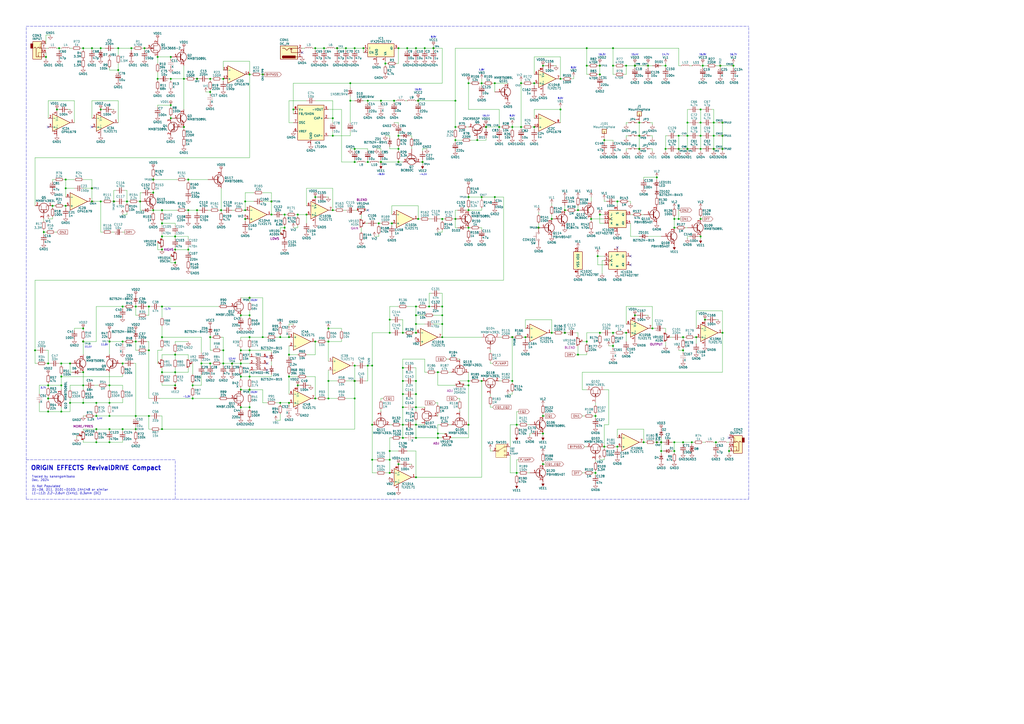
<source format=kicad_sch>
(kicad_sch (version 20231120) (generator "eeschema") (generator_version "8.0")
  (paper "A2")
  (junction (at 287.02 48.26))
  (junction (at 233.68 236.22))
  (junction (at 101.6 205.74))
  (junction (at 128.27 121.92))
  (junction (at 93.98 137.16))
  (junction (at 182.88 198.12))
  (junction (at 48.26 190.5))
  (junction (at 40.64 210.82))
  (junction (at 233.68 213.36))
  (junction (at 233.68 228.6))
  (junction (at 165.1 132.08))
  (junction (at 114.3 45.72))
  (junction (at 91.44 45.72))
  (junction (at 299.72 274.32))
  (junction (at 193.04 121.92))
  (junction (at 227.33 129.54))
  (junction (at 53.34 109.22))
  (junction (at 170.18 63.5))
  (junction (at 48.26 223.52))
  (junction (at 35.56 223.52))
  (junction (at 251.46 27.94))
  (junction (at 393.7 78.74))
  (junction (at 210.82 27.94))
  (junction (at 419.1 86.36))
  (junction (at 241.3 187.96))
  (junction (at 287.02 114.3))
  (junction (at 99.06 68.58))
  (junction (at 157.48 116.84))
  (junction (at 144.78 236.22))
  (junction (at 406.4 63.5))
  (junction (at 256.54 177.8))
  (junction (at 144.78 203.2))
  (junction (at 271.78 223.52))
  (junction (at 58.42 27.94))
  (junction (at 129.54 45.72))
  (junction (at 101.6 144.78))
  (junction (at 231.14 27.94))
  (junction (at 73.66 116.84))
  (junction (at 345.44 241.3))
  (junction (at 142.24 127))
  (junction (at 213.36 58.42))
  (junction (at 398.78 71.12))
  (junction (at 111.76 223.52))
  (junction (at 48.26 233.68))
  (junction (at 231.14 78.74))
  (junction (at 190.5 220.98))
  (junction (at 241.3 177.8))
  (junction (at 86.36 241.3))
  (junction (at 314.96 251.46))
  (junction (at 182.88 231.14))
  (junction (at 34.29 27.94))
  (junction (at 86.36 177.8))
  (junction (at 71.12 198.12))
  (junction (at 35.56 218.44))
  (junction (at 93.98 195.58))
  (junction (at 419.1 193.04))
  (junction (at 327.66 121.92))
  (junction (at 226.06 274.32))
  (junction (at 375.92 38.1))
  (junction (at 304.8 195.58))
  (junction (at 139.7 236.22))
  (junction (at 254 251.46))
  (junction (at 88.9 121.92))
  (junction (at 401.32 256.54))
  (junction (at 350.52 81.28))
  (junction (at 55.88 248.92))
  (junction (at 162.56 233.68))
  (junction (at 403.86 195.58))
  (junction (at 271.78 220.98))
  (junction (at 415.29 256.54))
  (junction (at 406.4 78.74))
  (junction (at 106.68 73.66))
  (junction (at 233.68 254))
  (junction (at 99.06 33.02))
  (junction (at 121.92 210.82))
  (junction (at 373.38 256.54))
  (junction (at 142.24 116.84))
  (junction (at 63.5 223.52))
  (junction (at 241.3 276.86))
  (junction (at 58.42 116.84))
  (junction (at 30.48 119.38))
  (junction (at 220.98 58.42))
  (junction (at 347.98 124.46))
  (junction (at 134.62 210.82))
  (junction (at 350.52 259.08))
  (junction (at 241.3 182.88))
  (junction (at 355.6 38.1))
  (junction (at 407.67 38.1))
  (junction (at 63.5 256.54))
  (junction (at 406.4 127))
  (junction (at 111.76 231.14))
  (junction (at 297.18 220.98))
  (junction (at 236.22 27.94))
  (junction (at 219.71 129.54))
  (junction (at 63.5 198.12))
  (junction (at 314.96 241.3))
  (junction (at 231.14 86.36))
  (junction (at 370.84 86.36))
  (junction (at 347.98 43.18))
  (junction (at 215.9 246.38))
  (junction (at 55.88 256.54))
  (junction (at 241.3 27.94))
  (junction (at 88.9 104.14))
  (junction (at 167.64 205.74))
  (junction (at 279.4 48.26))
  (junction (at 245.11 93.98))
  (junction (at 226.06 261.62))
  (junction (at 48.26 27.94))
  (junction (at 26.67 33.02))
  (junction (at 231.14 269.24))
  (junction (at 248.92 177.8))
  (junction (at 215.9 266.7))
  (junction (at 302.26 48.26))
  (junction (at 276.86 81.28))
  (junction (at 226.06 266.7))
  (junction (at 66.04 116.84))
  (junction (at 425.45 38.1))
  (junction (at 205.74 93.98))
  (junction (at 121.92 195.58))
  (junction (at 129.54 203.2))
  (junction (at 264.16 58.42))
  (junction (at 342.9 127))
  (junction (at 182.88 27.94))
  (junction (at 215.9 212.09))
  (junction (at 205.74 212.09))
  (junction (at 396.24 195.58))
  (junction (at 109.22 121.92))
  (junction (at 340.36 198.12))
  (junction (at 152.4 195.58))
  (junction (at 386.08 38.1))
  (junction (at 347.98 38.1))
  (junction (at 271.78 48.26))
  (junction (at 200.66 27.94))
  (junction (at 396.24 203.2))
  (junction (at 139.7 218.44))
  (junction (at 78.74 177.8))
  (junction (at 203.2 58.42))
  (junction (at 271.78 246.38))
  (junction (at 264.16 127))
  (junction (at 345.44 274.32))
  (junction (at 205.74 231.14))
  (junction (at 396.24 256.54))
  (junction (at 88.9 111.76))
  (junction (at 406.4 71.12))
  (junction (at 419.1 71.12))
  (junction (at 241.3 254))
  (junction (at 91.44 33.02))
  (junction (at 144.78 218.44))
  (junction (at 144.78 226.06))
  (junction (at 101.6 215.9))
  (junction (at 414.02 78.74))
  (junction (at 297.18 195.58))
  (junction (at 264.16 81.28))
  (junction (at 414.02 86.36))
  (junction (at 101.6 137.16))
  (junction (at 256.54 127))
  (junction (at 368.3 38.1))
  (junction (at 99.06 60.96))
  (junction (at 302.26 73.66))
  (junction (at 241.3 228.6))
  (junction (at 325.12 45.72))
  (junction (at 241.3 193.04))
  (junction (at 271.78 114.3))
  (junction (at 193.04 78.74))
  (junction (at 271.78 121.92))
  (junction (at 254 215.9))
  (junction (at 370.84 78.74))
  (junction (at 144.78 172.72))
  (junction (at 162.56 195.58))
  (junction (at 172.72 223.52))
  (junction (at 114.3 121.92))
  (junction (at 241.3 246.38))
  (junction (at 139.7 226.06))
  (junction (at 320.04 127))
  (junction (at 27.94 210.82))
  (junction (at 242.57 58.42))
  (junction (at 314.96 269.24))
  (junction (at 391.16 261.62))
  (junction (at 38.1 104.14))
  (junction (at 93.98 248.92))
  (junction (at 358.14 116.84))
  (junction (at 144.78 43.18))
  (junction (at 139.7 203.2))
  (junction (at 381 102.87))
  (junction (at 205.74 86.36))
  (junction (at 309.88 48.26))
  (junction (at 406.4 86.36))
  (junction (at 241.3 236.22))
  (junction (at 93.98 144.78))
  (junction (at 190.5 198.12))
  (junction (at 391.16 256.54))
  (junction (at 27.94 231.14))
  (junction (at 71.12 177.8))
  (junction (at 391.16 127))
  (junction (at 370.84 71.12))
  (junction (at 101.6 223.52))
  (junction (at 398.78 86.36))
  (junction (at 48.26 198.12))
  (junction (at 335.28 205.74))
  (junction (at 312.42 132.08))
  (junction (at 27.94 223.52))
  (junction (at 63.5 233.68))
  (junction (at 144.78 195.58))
  (junction (at 25.4 134.62))
  (junction (at 157.48 124.46))
  (junction (at 93.98 215.9))
  (junction (at 386.08 86.36))
  (junction (at 55.88 241.3))
  (junction (at 81.28 116.84))
  (junction (at 213.36 93.98))
  (junction (at 53.34 116.84))
  (junction (at 68.58 40.64))
  (junction (at 419.1 78.74))
  (junction (at 325.12 63.5))
  (junction (at 63.5 248.92))
  (junction (at 246.38 27.94))
  (junction (at 172.72 124.46))
  (junction (at 355.6 193.04))
  (junction (at 368.3 182.88))
  (junction (at 231.14 93.98))
  (junction (at 27.94 238.76))
  (junction (at 71.12 248.92))
  (junction (at 347.98 193.04))
  (junction (at 121.92 53.34))
  (junction (at 68.58 27.94))
  (junction (at 139.7 182.88))
  (junction (at 187.96 27.94))
  (junction (at 381 256.54))
  (junction (at 63.5 241.3))
  (junction (at 35.56 238.76))
  (junction (at 241.3 220.98))
  (junction (at 346.71 148.59))
  (junction (at 109.22 144.78))
  (junction (at 327.66 193.04))
  (junction (at 167.64 195.58))
  (junction (at 167.64 218.44))
  (junction (at 271.78 132.08))
  (junction (at 40.64 233.68))
  (junction (at 242.57 127))
  (junction (at 299.72 246.38))
  (junction (at 78.74 241.3))
  (junction (at 289.56 73.66))
  (junction (at 422.91 261.62))
  (junction (at 320.04 193.04))
  (junction (at 142.24 121.92))
  (junction (at 71.12 210.82))
  (junction (at 58.42 63.5))
  (junction (at 106.68 45.72))
  (junction (at 228.6 58.42))
  (junction (at 139.7 210.82))
  (junction (at 264.16 73.66))
  (junction (at 363.22 38.1))
  (junction (at 256.54 187.96))
  (junction (at 414.02 71.12))
  (junction (at 226.06 193.04))
  (junction (at 213.36 212.09))
  (junction (at 223.52 36.83))
  (junction (at 256.54 182.88))
  (junction (at 205.74 27.94))
  (junction (at 355.6 27.94))
  (junction (at 233.68 220.98))
  (junction (at 363.22 193.04))
  (junction (at 383.54 256.54))
  (junction (at 93.98 129.54))
  (junction (at 417.83 38.1))
  (junction (at 190.5 190.5))
  (junction (at 165.1 124.46))
  (junction (at 182.88 114.3))
  (junction (at 167.64 233.68))
  (junction (at 83.82 27.94))
  (junction (at 279.4 114.3))
  (junction (at 121.92 45.72))
  (junction (at 398.78 78.74))
  (junction (at 220.98 93.98))
  (junction (at 406.4 137.16))
  (junction (at 393.7 86.36))
  (junction (at 99.06 45.72))
  (junction (at 33.02 63.5))
  (junction (at 101.6 152.4))
  (junction (at 297.18 73.66))
  (junction (at 391.16 132.08))
  (junction (at 190.5 231.14))
  (junction (at 378.46 190.5))
  (junction (at 109.22 104.14))
  (junction (at 38.1 109.22))
  (junction (at 309.88 73.66))
  (junction (at 53.34 27.94))
  (junction (at 93.98 177.8))
  (junction (at 152.4 43.18))
  (junction (at 314.96 38.1))
  (junction (at 226.06 185.42))
  (junction (at 38.1 119.38))
  (junction (at 279.4 220.98))
  (junction (at 408.94 185.42))
  (junction (at 35.56 210.82))
  (junction (at 76.2 27.94))
  (junction (at 144.78 182.88))
  (junction (at 205.74 220.98))
  (junction (at 129.54 210.82))
  (junction (at 233.68 193.04))
  (junction (at 393.7 127))
  (junction (at 281.94 73.66))
  (junction (at 93.98 121.92))
  (junction (at 203.2 48.26))
  (junction (at 20.32 203.2))
  (junction (at 233.68 246.38))
  (junction (at 340.36 38.1))
  (junction (at 78.74 198.12))
  (junction (at 177.8 124.46))
  (junction (at 340.36 27.94))
  (junction (at 355.6 200.66))
  (junction (at 195.58 27.94))
  (junction (at 335.28 121.92))
  (junction (at 254 254))
  (junction (at 193.04 68.58))
  (junction (at 55.88 233.68))
  (junction (at 383.54 261.62))
  (junction (at 78.74 248.92))
  (junction (at 86.36 203.2))
  (junction (at 116.84 210.82))
  (junction (at 256.54 195.58))
  (junction (at 358.14 259.08))
  (junction (at 48.26 215.9))
  (no_connect (at 154.94 210.82))
  (no_connect (at 27.94 73.66))
  (no_connect (at 175.26 30.48))
  (no_connect (at 154.94 207.01))
  (no_connect (at 154.94 214.63))
  (no_connect (at 213.36 121.92))
  (no_connect (at 365.76 153.67))
  (no_connect (at 53.34 73.66))
  (no_connect (at 365.76 148.59))
  (no_connect (at 422.91 254))
  (no_connect (at 358.14 143.51))
  (wire (pts (xy 325.12 63.5) (xy 325.12 71.12)))
  (wire (pts (xy 48.26 233.68) (xy 55.88 233.68)))
  (wire (pts (xy 106.68 45.72) (xy 107.95 45.72)))
  (wire (pts (xy 289.56 195.58) (xy 290.83 195.58)))
  (wire (pts (xy 407.67 71.12) (xy 406.4 71.12)))
  (wire (pts (xy 213.36 86.36) (xy 213.36 87.63)))
  (wire (pts (xy 121.92 195.58) (xy 123.19 195.58)))
  (wire (pts (xy 144.78 172.72) (xy 152.4 172.72)))
  (wire (pts (xy 39.37 63.5) (xy 40.64 63.5)))
  (wire (pts (xy 93.98 137.16) (xy 93.98 138.43)))
  (wire (pts (xy 111.76 223.52) (xy 111.76 224.79)))
  (wire (pts (xy 78.74 198.12) (xy 80.01 198.12)))
  (wire (pts (xy 213.36 93.98) (xy 214.63 93.98)))
  (wire (pts (xy 265.43 132.08) (xy 264.16 132.08)))
  (wire (pts (xy 307.34 251.46) (xy 308.61 251.46)))
  (wire (pts (xy 167.64 71.12) (xy 170.18 71.12)))
  (wire (pts (xy 40.64 223.52) (xy 40.64 226.06)))
  (wire (pts (xy 398.78 137.16) (xy 400.05 137.16)))
  (wire (pts (xy 231.14 27.94) (xy 236.22 27.94)))
  (wire (pts (xy 190.5 220.98) (xy 195.58 220.98)))
  (wire (pts (xy 227.33 124.46) (xy 227.33 119.38)))
  (wire (pts (xy 414.02 71.12) (xy 412.75 71.12)))
  (wire (pts (xy 71.12 177.8) (xy 71.12 179.07)))
  (wire (pts (xy 101.6 137.16) (xy 101.6 138.43)))
  (wire (pts (xy 233.68 246.38) (xy 233.68 236.22)))
  (wire (pts (xy 152.4 195.58) (xy 144.78 195.58)))
  (wire (pts (xy 254 251.46) (xy 259.08 251.46)))
  (wire (pts (xy 144.78 226.06) (xy 144.78 224.79)))
  (wire (pts (xy 358.14 260.35) (xy 358.14 259.08)))
  (wire (pts (xy 363.22 43.18) (xy 363.22 38.1)))
  (wire (pts (xy 120.65 121.92) (xy 121.92 121.92)))
  (wire (pts (xy 139.7 182.88) (xy 139.7 184.15)))
  (wire (pts (xy 304.8 190.5) (xy 304.8 185.42)))
  (wire (pts (xy 378.46 71.12) (xy 377.19 71.12)))
  (wire (pts (xy 295.91 259.08) (xy 295.91 246.38)))
  (wire (pts (xy 78.74 196.85) (xy 78.74 198.12)))
  (wire (pts (xy 120.65 45.72) (xy 121.92 45.72)))
  (wire (pts (xy 378.46 71.12) (xy 378.46 72.39)))
  (wire (pts (xy 43.18 190.5) (xy 48.26 190.5)))
  (wire (pts (xy 363.22 86.36) (xy 363.22 87.63)))
  (wire (pts (xy 406.4 138.43) (xy 406.4 137.16)))
  (wire (pts (xy 355.6 199.39) (xy 355.6 200.66)))
  (wire (pts (xy 63.5 39.37) (xy 63.5 40.64)))
  (wire (pts (xy 347.98 193.04) (xy 347.98 194.31)))
  (wire (pts (xy 48.26 241.3) (xy 49.53 241.3)))
  (wire (pts (xy 241.3 58.42) (xy 242.57 58.42)))
  (wire (pts (xy 205.74 29.21) (xy 205.74 27.94)))
  (wire (pts (xy 199.39 121.92) (xy 200.66 121.92)))
  (wire (pts (xy 87.63 248.92) (xy 86.36 248.92)))
  (wire (pts (xy 407.67 86.36) (xy 406.4 86.36)))
  (wire (pts (xy 414.02 71.12) (xy 414.02 78.74)))
  (wire (pts (xy 368.3 36.83) (xy 368.3 38.1)))
  (wire (pts (xy 266.7 238.76) (xy 266.7 237.49)))
  (wire (pts (xy 363.22 198.12) (xy 363.22 193.04)))
  (wire (pts (xy 109.22 198.12) (xy 101.6 198.12)))
  (wire (pts (xy 48.26 104.14) (xy 53.34 104.14)))
  (wire (pts (xy 312.42 124.46) (xy 312.42 123.19)))
  (wire (pts (xy 71.12 210.82) (xy 71.12 212.09)))
  (wire (pts (xy 71.12 210.82) (xy 72.39 210.82)))
  (wire (pts (xy 48.26 27.94) (xy 53.34 27.94)))
  (wire (pts (xy 36.83 104.14) (xy 38.1 104.14)))
  (wire (pts (xy 226.06 129.54) (xy 227.33 129.54)))
  (wire (pts (xy 111.76 223.52) (xy 116.84 223.52)))
  (wire (pts (xy 40.64 233.68) (xy 40.64 231.14)))
  (wire (pts (xy 417.83 39.37) (xy 417.83 38.1)))
  (wire (pts (xy 219.71 129.54) (xy 219.71 130.81)))
  (wire (pts (xy 175.26 27.94) (xy 176.53 27.94)))
  (wire (pts (xy 264.16 121.92) (xy 264.16 127)))
  (wire (pts (xy 223.52 274.32) (xy 226.06 274.32)))
  (wire (pts (xy 93.98 144.78) (xy 93.98 143.51)))
  (wire (pts (xy 87.63 121.92) (xy 88.9 121.92)))
  (wire (pts (xy 162.56 194.31) (xy 162.56 195.58)))
  (wire (pts (xy 226.06 177.8) (xy 231.14 177.8)))
  (wire (pts (xy 33.02 134.62) (xy 31.75 134.62)))
  (wire (pts (xy 294.64 228.6) (xy 297.18 228.6)))
  (wire (pts (xy 182.88 114.3) (xy 184.15 114.3)))
  (wire (pts (xy 162.56 132.08) (xy 165.1 132.08)))
  (wire (pts (xy 129.54 210.82) (xy 134.62 210.82)))
  (wire (pts (xy 392.43 86.36) (xy 393.7 86.36)))
  (wire (pts (xy 284.48 236.22) (xy 285.75 236.22)))
  (wire (pts (xy 48.26 27.94) (xy 46.99 27.94)))
  (wire (pts (xy 193.04 68.58) (xy 193.04 58.42)))
  (wire (pts (xy 346.71 148.59) (xy 350.52 148.59)))
  (wire (pts (xy 414.02 86.36) (xy 414.02 87.63)))
  (wire (pts (xy 226.06 185.42) (xy 227.33 185.42)))
  (wire (pts (xy 396.24 195.58) (xy 397.51 195.58)))
  (wire (pts (xy 172.72 124.46) (xy 172.72 125.73)))
  (wire (pts (xy 207.01 121.92) (xy 205.74 121.92)))
  (wire (pts (xy 337.82 198.12) (xy 340.36 198.12)))
  (wire (pts (xy 223.52 38.1) (xy 223.52 36.83)))
  (wire (pts (xy 144.78 195.58) (xy 139.7 195.58)))
  (wire (pts (xy 356.87 116.84) (xy 358.14 116.84)))
  (wire (pts (xy 396.24 203.2) (xy 396.24 201.93)))
  (wire (pts (xy 391.16 256.54) (xy 396.24 256.54)))
  (wire (pts (xy 370.84 86.36) (xy 369.57 86.36)))
  (wire (pts (xy 391.16 125.73) (xy 391.16 127)))
  (wire (pts (xy 353.06 226.06) (xy 350.52 226.06)))
  (wire (pts (xy 340.36 27.94) (xy 355.6 27.94)))
  (wire (pts (xy 309.88 49.53) (xy 309.88 48.26)))
  (wire (pts (xy 78.74 248.92) (xy 78.74 250.19)))
  (wire (pts (xy 246.38 215.9) (xy 247.65 215.9)))
  (wire (pts (xy 86.36 177.8) (xy 86.36 182.88)))
  (wire (pts (xy 152.4 226.06) (xy 152.4 233.68)))
  (wire (pts (xy 207.01 93.98) (xy 205.74 93.98)))
  (wire (pts (xy 382.27 256.54) (xy 383.54 256.54)))
  (wire (pts (xy 193.04 68.58) (xy 193.04 71.12)))
  (wire (pts (xy 190.5 190.5) (xy 190.5 191.77)))
  (wire (pts (xy 200.66 27.94) (xy 200.66 29.21)))
  (wire (pts (xy 339.09 259.08) (xy 340.36 259.08)))
  (wire (pts (xy 55.88 177.8) (xy 71.12 177.8)))
  (wire (pts (xy 193.04 78.74) (xy 203.2 78.74)))
  (wire (pts (xy 48.26 198.12) (xy 55.88 198.12)))
  (wire (pts (xy 195.58 27.94) (xy 195.58 29.21)))
  (wire (pts (xy 425.45 39.37) (xy 425.45 38.1)))
  (wire (pts (xy 48.26 109.22) (xy 53.34 109.22)))
  (wire (pts (xy 78.74 177.8) (xy 80.01 177.8)))
  (wire (pts (xy 236.22 29.21) (xy 236.22 27.94)))
  (wire (pts (xy 246.38 215.9) (xy 246.38 208.28)))
  (wire (pts (xy 71.12 223.52) (xy 71.12 226.06)))
  (wire (pts (xy 335.28 200.66) (xy 335.28 205.74)))
  (wire (pts (xy 172.72 130.81) (xy 172.72 132.08)))
  (wire (pts (xy 368.3 38.1) (xy 363.22 38.1)))
  (wire (pts (xy 71.12 255.27) (xy 71.12 256.54)))
  (wire (pts (xy 205.74 212.09) (xy 205.74 220.98)))
  (wire (pts (xy 86.36 198.12) (xy 86.36 203.2)))
  (wire (pts (xy 248.92 170.18) (xy 250.19 170.18)))
  (wire (pts (xy 326.39 45.72) (xy 325.12 45.72)))
  (wire (pts (xy 414.02 78.74) (xy 416.56 78.74)))
  (wire (pts (xy 393.7 78.74) (xy 393.7 86.36)))
  (wire (pts (xy 86.36 241.3) (xy 86.36 248.92)))
  (wire (pts (xy 209.55 124.46) (xy 209.55 127)))
  (wire (pts (xy 289.56 74.93) (xy 289.56 73.66)))
  (wire (pts (xy 398.78 63.5) (xy 400.05 63.5)))
  (wire (pts (xy 27.94 223.52) (xy 27.94 224.79)))
  (wire (pts (xy 361.95 193.04) (xy 363.22 193.04)))
  (wire (pts (xy 213.36 212.09) (xy 213.36 220.98)))
  (wire (pts (xy 297.18 220.98) (xy 297.18 222.25)))
  (wire (pts (xy 414.02 86.36) (xy 416.56 86.36)))
  (wire (pts (xy 63.5 231.14) (xy 63.5 233.68)))
  (wire (pts (xy 53.34 68.58) (xy 53.34 58.42)))
  (wire (pts (xy 405.13 71.12) (xy 406.4 71.12)))
  (wire (pts (xy 25.4 128.27) (xy 25.4 127)))
  (wire (pts (xy 369.57 182.88) (xy 368.3 182.88)))
  (wire (pts (xy 167.64 218.44) (xy 167.64 228.6)))
  (wire (pts (xy 123.19 45.72) (xy 121.92 45.72)))
  (wire (pts (xy 355.6 43.18) (xy 355.6 38.1)))
  (wire (pts (xy 162.56 233.68) (xy 167.64 233.68)))
  (wire (pts (xy 226.06 86.36) (xy 226.06 85.09)))
  (wire (pts (xy 256.54 127) (xy 255.27 127)))
  (wire (pts (xy 30.48 104.14) (xy 31.75 104.14)))
  (wire (pts (xy 234.95 228.6) (xy 233.68 228.6)))
  (wire (pts (xy 344.17 241.3) (xy 345.44 241.3)))
  (wire (pts (xy 214.63 212.09) (xy 215.9 212.09)))
  (wire (pts (xy 353.06 226.06) (xy 353.06 246.38)))
  (wire (pts (xy 34.29 27.94) (xy 35.56 27.94)))
  (wire (pts (xy 417.83 71.12) (xy 419.1 71.12)))
  (wire (pts (xy 172.72 124.46) (xy 177.8 124.46)))
  (wire (pts (xy 246.38 29.21) (xy 246.38 27.94)))
  (wire (pts (xy 63.5 248.92) (xy 63.5 250.19)))
  (wire (pts (xy 358.14 248.92) (xy 373.38 248.92)))
  (wire (pts (xy 302.26 74.93) (xy 302.26 73.66)))
  (wire (pts (xy 255.27 177.8) (xy 256.54 177.8)))
  (wire (pts (xy 231.14 27.94) (xy 231.14 36.83)))
  (wire (pts (xy 162.56 233.68) (xy 160.02 233.68)))
  (wire (pts (xy 129.54 203.2) (xy 128.27 203.2)))
  (wire (pts (xy 58.42 134.62) (xy 58.42 116.84)))
  (wire (pts (xy 101.6 144.78) (xy 109.22 144.78)))
  (wire (pts (xy 306.07 274.32) (xy 307.34 274.32)))
  (wire (pts (xy 114.3 45.72) (xy 115.57 45.72)))
  (wire (pts (xy 55.88 256.54) (xy 63.5 256.54)))
  (wire (pts (xy 71.12 124.46) (xy 73.66 124.46)))
  (wire (pts (xy 93.98 205.74) (xy 101.6 205.74)))
  (wire (pts (xy 165.1 132.08) (xy 165.1 133.35)))
  (wire (pts (xy 407.67 36.83) (xy 407.67 38.1)))
  (wire (pts (xy 190.5 78.74) (xy 193.04 78.74)))
  (wire (pts (xy 358.14 116.84) (xy 358.14 119.38)))
  (wire (pts (xy 297.18 72.39) (xy 297.18 73.66)))
  (wire (pts (xy 144.78 195.58) (xy 144.78 196.85)))
  (wire (pts (xy 73.66 110.49) (xy 72.39 110.49)))
  (wire (pts (xy 187.96 27.94) (xy 187.96 29.21)))
  (wire (pts (xy 111.76 222.25) (xy 111.76 223.52)))
  (wire (pts (xy 271.78 223.52) (xy 269.24 223.52)))
  (wire (pts (xy 256.54 195.58) (xy 279.4 195.58)))
  (wire (pts (xy 292.1 114.3) (xy 292.1 162.56)))
  (wire (pts (xy 383.54 254) (xy 383.54 256.54)))
  (wire (pts (xy 93.98 121.92) (xy 93.98 123.19)))
  (wire (pts (xy 264.16 82.55) (xy 264.16 81.28)))
  (wire (pts (xy 58.42 134.62) (xy 59.69 134.62)))
  (wire (pts (xy 233.68 228.6) (xy 233.68 236.22)))
  (wire (pts (xy 279.4 49.53) (xy 279.4 48.26)))
  (wire (pts (xy 349.25 193.04) (xy 347.98 193.04)))
  (wire (pts (xy 297.18 73.66) (xy 302.26 73.66)))
  (wire (pts (xy 355.6 27.94) (xy 393.7 27.94)))
  (wire (pts (xy 256.54 133.35) (xy 256.54 134.62)))
  (wire (pts (xy 147.32 111.76) (xy 142.24 111.76)))
  (wire (pts (xy 363.22 86.36) (xy 364.49 86.36)))
  (wire (pts (xy 368.3 39.37) (xy 368.3 38.1)))
  (wire (pts (xy 335.28 193.04) (xy 335.28 195.58)))
  (wire (pts (xy 78.74 210.82) (xy 78.74 241.3)))
  (wire (pts (xy 345.44 242.57) (xy 345.44 241.3)))
  (wire (pts (xy 38.1 104.14) (xy 43.18 104.14)))
  (wire (pts (xy 48.26 250.19) (xy 48.26 248.92)))
  (wire (pts (xy 190.5 68.58) (xy 193.04 68.58)))
  (wire (pts (xy 93.98 241.3) (xy 93.98 248.92)))
  (wire (pts (xy 383.54 256.54) (xy 383.54 261.62)))
  (wire (pts (xy 340.36 199.39) (xy 340.36 198.12)))
  (wire (pts (xy 383.54 38.1) (xy 386.08 38.1)))
  (wire (pts (xy 241.3 182.88) (xy 241.3 187.96)))
  (wire (pts (xy 241.3 228.6) (xy 240.03 228.6)))
  (wire (pts (xy 398.78 132.08) (xy 397.51 132.08)))
  (wire (pts (xy 142.24 116.84) (xy 142.24 111.76)))
  (wire (pts (xy 190.5 220.98) (xy 190.5 231.14)))
  (wire (pts (xy 46.99 215.9) (xy 48.26 215.9)))
  (wire (pts (xy 20.32 91.44) (xy 144.78 91.44)))
  (wire (pts (xy 398.78 78.74) (xy 398.78 86.36)))
  (wire (pts (xy 93.98 137.16) (xy 101.6 137.16)))
  (wire (pts (xy 392.43 78.74) (xy 393.7 78.74)))
  (wire (pts (xy 406.4 63.5) (xy 406.4 71.12)))
  (wire (pts (xy 370.84 78.74) (xy 370.84 86.36)))
  (wire (pts (xy 252.73 215.9) (xy 254 215.9)))
  (wire (pts (xy 109.22 121.92) (xy 114.3 121.92)))
  (wire (pts (xy 184.15 198.12) (xy 182.88 198.12)))
  (wire (pts (xy 140.97 121.92) (xy 142.24 121.92)))
  (wire (pts (xy 64.77 116.84) (xy 66.04 116.84)))
  (wire (pts (xy 43.18 58.42) (xy 27.94 58.42)))
  (wire (pts (xy 59.69 63.5) (xy 58.42 63.5)))
  (wire (pts (xy 350.52 265.43) (xy 350.52 266.7)))
  (wire (pts (xy 355.6 193.04) (xy 354.33 193.04)))
  (wire (pts (xy 147.32 116.84) (xy 142.24 116.84)))
  (wire (pts (xy 26.67 134.62) (xy 25.4 134.62)))
  (wire (pts (xy 304.8 195.58) (xy 304.8 196.85)))
  (wire (pts (xy 271.78 120.65) (xy 271.78 121.92)))
  (wire (pts (xy 101.6 213.36) (xy 101.6 215.9)))
  (wire (pts (xy 162.56 135.89) (xy 162.56 132.08)))
  (wire (pts (xy 93.98 195.58) (xy 93.98 196.85)))
  (wire (pts (xy 40.64 233.68) (xy 48.26 233.68)))
  (wire (pts (xy 107.95 104.14) (xy 109.22 104.14)))
  (wire (pts (xy 355.6 193.04) (xy 355.6 194.31)))
  (wire (pts (xy 340.36 205.74) (xy 340.36 204.47)))
  (wire (pts (xy 309.88 73.66) (xy 309.88 74.93)))
  (wire (pts (xy 87.63 111.76) (xy 88.9 111.76)))
  (wire (pts (xy 254 223.52) (xy 254 215.9)))
  (wire (pts (xy 82.55 27.94) (xy 83.82 27.94)))
  (wire (pts (xy 394.97 195.58) (xy 396.24 195.58)))
  (wire (pts (xy 66.04 27.94) (xy 68.58 27.94)))
  (wire (pts (xy 215.9 246.38) (xy 215.9 266.7)))
  (wire (pts (xy 245.11 95.25) (xy 245.11 93.98)))
  (wire (pts (xy 273.05 132.08) (xy 271.78 132.08)))
  (wire (pts (xy 78.74 198.12) (xy 78.74 203.2)))
  (wire (pts (xy 335.28 205.74) (xy 340.36 205.74)))
  (wire (pts (xy 30.48 120.65) (xy 30.48 119.38)))
  (wire (pts (xy 63.5 255.27) (xy 63.5 256.54)))
  (wire (pts (xy 213.36 92.71) (xy 213.36 93.98)))
  (wire (pts (xy 198.12 63.5) (xy 198.12 93.98)))
  (wire (pts (xy 271.78 220.98) (xy 271.78 223.52)))
  (wire (pts (xy 114.3 121.92) (xy 115.57 121.92)))
  (wire (pts (xy 190.5 114.3) (xy 189.23 114.3)))
  (wire (pts (xy 419.1 87.63) (xy 419.1 86.36)))
  (wire (pts (xy 279.4 220.98) (xy 279.4 276.86)))
  (wire (pts (xy 227.33 119.38) (xy 242.57 119.38)))
  (wire (pts (xy 279.4 48.26) (xy 280.67 48.26)))
  (wire (pts (xy 203.2 76.2) (xy 203.2 78.74)))
  (wire (pts (xy 129.54 46.99) (xy 129.54 45.72)))
  (wire (pts (xy 231.14 85.09) (xy 231.14 86.36)))
  (wire (pts (xy 73.66 123.19) (xy 73.66 124.46)))
  (wire (pts (xy 194.31 27.94) (xy 195.58 27.94)))
  (wire (pts (xy 254 251.46) (xy 254 254)))
  (wire (pts (xy 245.11 86.36) (xy 247.65 86.36)))
  (wire (pts (xy 232.41 185.42) (xy 233.68 185.42)))
  (wire (pts (xy 205.74 93.98) (xy 205.74 92.71)))
  (wire (pts (xy 40.64 223.52) (xy 48.26 223.52)))
  (wire (pts (xy 35.56 236.22) (xy 35.56 238.76)))
  (wire (pts (xy 347.98 44.45) (xy 347.98 43.18)))
  (wire (pts (xy 306.07 246.38) (xy 307.34 246.38)))
  (wire (pts (xy 86.36 241.3) (xy 87.63 241.3)))
  (wire (pts (xy 241.3 236.22) (xy 240.03 236.22)))
  (wire (pts (xy 308.61 73.66) (xy 309.88 73.66)))
  (wire (pts (xy 264.16 223.52) (xy 254 223.52)))
  (wire (pts (xy 234.95 254) (xy 233.68 254)))
  (wire (pts (xy 264.16 73.66) (xy 265.43 73.66)))
  (wire (pts (xy 165.1 130.81) (xy 165.1 132.08)))
  (wire (pts (xy 342.9 128.27) (xy 342.9 127)))
  (wire (pts (xy 414.02 86.36) (xy 412.75 86.36)))
  (wire (pts (xy 93.98 213.36) (xy 93.98 215.9)))
  (wire (pts (xy 320.04 185.42) (xy 320.04 193.04)))
  (wire (pts (xy 241.3 276.86) (xy 279.4 276.86)))
  (wire (pts (xy 189.23 231.14) (xy 190.5 231.14)))
  (wire (pts (xy 256.54 182.88) (xy 256.54 187.96)))
  (wire (pts (xy 314.96 267.97) (xy 314.96 269.24)))
  (wire (pts (xy 424.18 38.1) (xy 417.83 38.1)))
  (wire (pts (xy 220.98 58.42) (xy 220.98 59.69)))
  (wire (pts (xy 215.9 212.09) (xy 215.9 246.38)))
  (wire (pts (xy 54.61 223.52) (xy 57.15 223.52)))
  (wire (pts (xy 223.52 36.83) (xy 224.79 36.83)))
  (wire (pts (xy 232.41 269.24) (xy 231.14 269.24)))
  (wire (pts (xy 405.13 137.16) (xy 406.4 137.16)))
  (wire (pts (xy 370.84 78.74) (xy 372.11 78.74)))
  (wire (pts (xy 167.64 200.66) (xy 167.64 205.74)))
  (wire (pts (xy 22.86 233.68) (xy 22.86 238.76)))
  (wire (pts (xy 251.46 27.94) (xy 256.54 27.94)))
  (wire (pts (xy 93.98 203.2) (xy 91.44 203.2)))
  (wire (pts (xy 370.84 78.74) (xy 369.57 78.74)))
  (wire (pts (xy 281.94 80.01) (xy 281.94 81.28)))
  (wire (pts (xy 322.58 38.1) (xy 321.31 38.1)))
  (wire (pts (xy 347.98 38.1) (xy 346.71 38.1)))
  (wire (pts (xy 71.12 218.44) (xy 71.12 217.17)))
  (wire (pts (xy 177.8 58.42) (xy 167.64 58.42)))
  (wire (pts (xy 167.64 187.96) (xy 167.64 189.23)))
  (wire (pts (xy 190.5 198.12) (xy 190.5 209.55)))
  (wire (pts (xy 93.98 177.8) (xy 127 177.8)))
  (wire (pts (xy 368.3 38.1) (xy 374.65 38.1)))
  (wire (pts (xy 285.75 48.26) (xy 287.02 48.26)))
  (wire (pts (xy 355.6 27.94) (xy 355.6 38.1)))
  (wire (pts (xy 347.98 129.54) (xy 350.52 129.54)))
  (wire (pts (xy 71.12 177.8) (xy 72.39 177.8)))
  (wire (pts (xy 109.22 104.14) (xy 109.22 105.41)))
  (wire (pts (xy 78.74 182.88) (xy 78.74 177.8)))
  (wire (pts (xy 350.52 246.38) (xy 353.06 246.38)))
  (wire (pts (xy 287.02 114.3) (xy 292.1 114.3)))
  (wire (pts (xy 107.95 121.92) (xy 109.22 121.92)))
  (wire (pts (xy 391.16 261.62) (xy 391.16 262.89)))
  (wire (pts (xy 144.78 237.49) (xy 144.78 236.22)))
  (wire (pts (xy 299.72 266.7) (xy 300.99 266.7)))
  (wire (pts (xy 299.72 266.7) (xy 299.72 274.32)))
  (wire (pts (xy 26.67 30.48) (xy 26.67 33.02)))
  (wire (pts (xy 425.45 36.83) (xy 425.45 38.1)))
  (wire (pts (xy 139.7 237.49) (xy 139.7 236.22)))
  (wire (pts (xy 325.12 62.23) (xy 325.12 63.5)))
  (wire (pts (xy 63.5 198.12) (xy 71.12 198.12)))
  (wire (pts (xy 302.26 49.53) (xy 302.26 73.66)))
  (wire (pts (xy 370.84 86.36) (xy 372.11 86.36)))
  (wire (pts (xy 236.22 177.8) (xy 241.3 177.8)))
  (wire (pts (xy 190.5 214.63) (xy 190.5 220.98)))
  (wire (pts (xy 231.14 78.74) (xy 231.14 80.01)))
  (wire (pts (xy 209.55 134.62) (xy 209.55 132.08)))
  (wire (pts (xy 256.54 170.18) (xy 256.54 177.8)))
  (wire (pts (xy 139.7 182.88) (xy 144.78 182.88)))
  (wire (pts (xy 101.6 143.51) (xy 101.6 144.78)))
  (wire (pts (xy 378.46 78.74) (xy 377.19 78.74)))
  (wire (pts (xy 91.44 60.96) (xy 99.06 60.96)))
  (wire (pts (xy 347.98 124.46) (xy 347.98 129.54)))
  (wire (pts (xy 254 246.38) (xy 255.27 246.38)))
  (wire (pts (xy 113.03 45.72) (xy 114.3 45.72)))
  (wire (pts (xy 241.3 261.62) (xy 241.3 276.86)))
  (wire (pts (xy 284.48 210.82) (xy 285.75 210.82)))
  (wire (pts (xy 182.88 198.12) (xy 182.88 205.74)))
  (wire (pts (xy 152.4 233.68) (xy 154.94 233.68)))
  (wire (pts (xy 40.64 215.9) (xy 41.91 215.9)))
  (wire (pts (xy 226.06 193.04) (xy 215.9 193.04)))
  (wire (pts (xy 80.01 116.84) (xy 81.28 116.84)))
  (wire (pts (xy 212.09 93.98) (xy 213.36 93.98)))
  (wire (pts (xy 48.26 223.52) (xy 48.26 215.9)))
  (wire (pts (xy 356.87 193.04) (xy 355.6 193.04)))
  (wire (pts (xy 334.01 205.74) (xy 335.28 205.74)))
  (wire (pts (xy 414.02 78.74) (xy 412.75 78.74)))
  (wire (pts (xy 157.48 116.84) (xy 157.48 111.76)))
  (wire (pts (xy 63.5 198.12) (xy 63.5 205.74)))
  (wire (pts (xy 99.06 45.72) (xy 99.06 46.99)))
  (wire (pts (xy 34.29 29.21) (xy 34.29 27.94)))
  (wire (pts (xy 233.68 220.98) (xy 233.68 228.6)))
  (wire (pts (xy 226.06 193.04) (xy 227.33 193.04)))
  (wire (pts (xy 340.36 38.1) (xy 340.36 27.94)))
  (wire (pts (xy 406.4 125.73) (xy 406.4 127)))
  (wire (pts (xy 27.94 203.2) (xy 27.94 210.82)))
  (wire (pts (xy 93.98 223.52) (xy 101.6 223.52)))
  (wire (pts (xy 415.29 38.1) (xy 417.83 38.1)))
  (wire (pts (xy 139.7 217.17) (xy 139.7 218.44)))
  (wire (pts (xy 386.08 78.74) (xy 386.08 86.36)))
  (wire (pts (xy 345.44 267.97) (xy 345.44 266.7)))
  (wire (pts (xy 77.47 198.12) (xy 78.74 198.12)))
  (wire (pts (xy 342.9 127) (xy 350.52 127)))
  (wire (pts (xy 152.4 111.76) (xy 157.48 111.76)))
  (wire (pts (xy 207.01 212.09) (xy 205.74 212.09)))
  (wire (pts (xy 410.21 38.1) (xy 407.67 38.1)))
  (wire (pts (xy 227.33 246.38) (xy 226.06 246.38)))
  (wire (pts (xy 223.52 266.7) (xy 226.06 266.7)))
  (wire (pts (xy 396.24 256.54) (xy 401.32 256.54)))
  (wire (pts (xy 160.02 195.58) (xy 162.56 195.58)))
  (wire (pts (xy 86.36 182.88) (xy 85.09 182.88)))
  (wire (pts (xy 241.3 177.8) (xy 241.3 182.88)))
  (wire (pts (xy 20.32 162.56) (xy 20.32 203.2)))
  (wire (pts (xy 182.88 27.94) (xy 187.96 27.94)))
  (wire (pts (xy 340.36 193.04) (xy 340.36 198.12)))
  (wire (pts (xy 347.98 266.7) (xy 350.52 266.7)))
  (wire (pts (xy 363.22 187.96) (xy 363.22 177.8)))
  (wire (pts (xy 257.81 127) (xy 256.54 127)))
  (wire (pts (xy 203.2 58.42) (xy 203.2 71.12)))
  (wire (pts (xy 229.87 36.83) (xy 231.14 36.83)))
  (wire (pts (xy 226.06 261.62) (xy 226.06 266.7)))
  (wire (pts (xy 405.13 78.74) (xy 406.4 78.74)))
  (wire (pts (xy 407.67 256.54) (xy 408.94 256.54)))
  (wire (pts (xy 312.42 129.54) (xy 312.42 132.08)))
  (wire (pts (xy 264.16 81.28) (xy 267.97 81.28)))
  (wire (pts (xy 121.92 203.2) (xy 123.19 203.2)))
  (wire (pts (xy 91.44 33.02) (xy 91.44 36.83)))
  (wire (pts (xy 27.94 231.14) (xy 27.94 232.41)))
  (wire (pts (xy 34.29 210.82) (xy 35.56 210.82)))
  (wire (pts (xy 378.46 190.5) (xy 379.73 190.5)))
  (wire (pts (xy 325.12 33.02) (xy 325.12 45.72)))
  (wire (pts (xy 266.7 231.14) (xy 266.7 232.41)))
  (wire (pts (xy 181.61 27.94) (xy 182.88 27.94)))
  (wire (pts (xy 55.88 240.03) (xy 55.88 241.3)))
  (wire (pts (xy 254 234.95) (xy 254 233.68)))
  (wire (pts (xy 63.5 196.85) (xy 63.5 198.12)))
  (wire (pts (xy 226.06 261.62) (xy 231.14 261.62)))
  (wire (pts (xy 35.56 210.82) (xy 40.64 210.82)))
  (wire (pts (xy 22.86 223.52) (xy 27.94 223.52)))
  (wire (pts (xy 403.86 199.39) (xy 403.86 195.58)))
  (polyline (pts (xy 434.34 289.56) (xy 434.34 15.24)) (stroke (width 0) (type dash)))
  (wire (pts (xy 419.1 71.12) (xy 419.1 78.74)))
  (wire (pts (xy 256.54 48.26) (xy 203.2 48.26)))
  (wire (pts (xy 415.29 256.54) (xy 416.56 256.54)))
  (wire (pts (xy 220.98 232.41) (xy 220.98 231.14)))
  (wire (pts (xy 327.66 193.04) (xy 328.93 193.04)))
  (wire (pts (xy 93.98 129.54) (xy 93.98 130.81)))
  (wire (pts (xy 419.1 180.34) (xy 419.1 193.04)))
  (wire (pts (xy 35.56 218.44) (xy 35.56 223.52)))
  (wire (pts (xy 129.54 35.56) (xy 144.78 35.56)))
  (wire (pts (xy 78.74 203.2) (xy 80.01 203.2)))
  (wire (pts (xy 165.1 124.46) (xy 166.37 124.46)))
  (wire (pts (xy 220.98 58.42) (xy 228.6 58.42)))
  (wire (pts (xy 355.6 201.93) (xy 355.6 200.66)))
  (wire (pts (xy 144.78 43.18) (xy 144.78 91.44)))
  (wire (pts (xy 101.6 129.54) (xy 93.98 129.54)))
  (wire (pts (xy 246.38 27.94) (xy 241.3 27.94)))
  (wire (pts (xy 226.06 266.7) (xy 226.06 274.32)))
  (wire (pts (xy 358.14 254) (xy 358.14 248.92)))
  (wire (pts (xy 93.98 248.92) (xy 92.71 248.92)))
  (wire (pts (xy 109.22 144.78) (xy 109.22 143.51)))
  (wire (pts (xy 320.04 118.11) (xy 320.04 119.38)))
  (wire (pts (xy 335.28 119.38) (xy 335.28 121.92)))
  (wire (pts (xy 373.38 102.87) (xy 381 102.87)))
  (wire (pts (xy 289.56 73.66) (xy 290.83 73.66)))
  (wire (pts (xy 49.53 223.52) (xy 48.26 223.52)))
  (wire (pts (xy 213.36 59.69) (xy 213.36 58.42)))
  (wire (pts (xy 391.16 256.54) (xy 391.16 261.62)))
  (wire (pts (xy 215.9 274.32) (xy 218.44 274.32)))
  (wire (pts (xy 264.16 81.28) (xy 264.16 80.01)))
  (wire (pts (xy 152.4 116.84) (xy 157.48 116.84)))
  (wire (pts (xy 295.91 274.32) (xy 299.72 274.32)))
  (wire (pts (xy 21.59 210.82) (xy 20.32 210.82)))
  (wire (pts (xy 162.56 240.03) (xy 162.56 243.84)))
  (wire (pts (xy 307.34 252.73) (xy 307.34 251.46)))
  (wire (pts (xy 365.76 124.46) (xy 367.03 124.46)))
  (wire (pts (xy 284.48 261.62) (xy 285.75 261.62)))
  (wire (pts (xy 314.96 252.73) (xy 314.96 251.46)))
  (wire (pts (xy 210.82 58.42) (xy 213.36 58.42)))
  (wire (pts (xy 289.56 63.5) (xy 289.56 72.39)))
  (wire (pts (xy 20.32 203.2) (xy 21.59 203.2)))
  (wire (pts (xy 345.44 275.59) (xy 345.44 274.32)))
  (wire (pts (xy 25.4 135.89) (xy 25.4 134.62)))
  (wire (pts (xy 38.1 109.22) (xy 43.18 109.22)))
  (wire (pts (xy 215.9 193.04) (xy 215.9 212.09)))
  (wire (pts (xy 78.74 210.82) (xy 77.47 210.82)))
  (wire (pts (xy 375.92 36.83) (xy 375.92 38.1)))
  (wire (pts (xy 361.95 38.1) (xy 363.22 38.1)))
  (wire (pts (xy 386.08 200.66) (xy 386.08 198.12)))
  (wire (pts (xy 205.74 220.98) (xy 205.74 231.14)))
  (wire (pts (xy 93.98 217.17) (xy 93.98 215.9)))
  (wire (pts (xy 264.16 27.94) (xy 264.16 58.42)))
  (wire (pts (xy 48.26 27.94) (xy 48.26 29.21)))
  (wire (pts (xy 81.28 116.84) (xy 81.28 121.92)))
  (wire (pts (xy 26.67 25.4) (xy 26.67 20.32)))
  (wire (pts (xy 76.2 29.21) (xy 76.2 27.94)))
  (wire (pts (xy 261.62 246.38) (xy 260.35 246.38)))
  (wire (pts (xy 88.9 110.49) (xy 88.9 111.76)))
  (wire (pts (xy 43.18 190.5) (xy 43.18 191.77)))
  (wire (pts (xy 375.92 38.1) (xy 378.46 38.1)))
  (wire (pts (xy 355.6 81.28) (xy 350.52 81.28)))
  (wire (pts (xy 334.01 121.92) (xy 335.28 121.92)))
  (wire (pts (xy 302.26 73.66) (xy 303.53 73.66)))
  (wire (pts (xy 134.62 210.82) (xy 134.62 212.09)))
  (wire (pts (xy 284.48 228.6) (xy 284.48 229.87)))
  (wire (pts (xy 20.32 210.82) (xy 20.32 203.2)))
  (wire (pts (xy 99.06 45.72) (xy 106.68 45.72)))
  (wire (pts (xy 350.52 259.08) (xy 350.52 260.35)))
  (wire (pts (xy 215.9 266.7) (xy 218.44 266.7)))
  (wire (pts (xy 99.06 148.59) (xy 99.06 152.4)))
  (wire (pts (xy 337.82 274.32) (xy 339.09 274.32)))
  (wire (pts (xy 109.22 205.74) (xy 109.22 208.28)))
  (wire (pts (xy 238.76 85.09) (xy 238.76 86.36)))
  (wire (pts (xy 256.54 177.8) (xy 256.54 182.88)))
  (wire (pts (xy 27.94 229.87) (xy 27.94 231.14)))
  (wire (pts (xy 241.3 238.76) (xy 241.3 236.22)))
  (wire (pts (xy 378.46 86.36) (xy 377.19 86.36)))
  (wire (pts (xy 177.8 129.54) (xy 177.8 124.46)))
  (wire (pts (xy 327.66 119.38) (xy 327.66 121.92)))
  (wire (pts (xy 265.43 121.92) (xy 264.16 121.92)))
  (wire (pts (xy 271.78 215.9) (xy 271.78 220.98)))
  (wire (pts (xy 88.9 104.14) (xy 102.87 104.14)))
  (wire (pts (xy 63.5 233.68) (xy 63.5 234.95)))
  (wire (pts (xy 416.56 185.42) (xy 415.29 185.42)))
  (wire (pts (xy 403.86 190.5) (xy 403.86 180.34)))
  (wire (pts (xy 261.62 254) (xy 271.78 254)))
  (wire (pts (xy 116.84 210.82) (xy 116.84 212.09)))
  (wire (pts (xy 374.65 256.54) (xy 373.38 256.54)))
  (wire (pts (xy 256.54 170.18) (xy 255.27 170.18)))
  (wire (pts (xy 245.11 92.71) (xy 245.11 93.98)))
  (wire (pts (xy 233.68 208.28) (xy 246.38 208.28)))
  (wire (pts (xy 226.06 185.42) (xy 226.06 193.04)))
  (wire (pts (xy 205.74 86.36) (xy 213.36 86.36)))
  (wire (pts (xy 63.5 233.68) (xy 55.88 233.68)))
  (wire (pts (xy 86.36 177.8) (xy 87.63 177.8)))
  (wire (pts (xy 254 215.9) (xy 255.27 215.9)))
  (wire (pts (xy 361.95 43.18) (xy 363.22 43.18)))
  (wire (pts (xy 297.18 220.98) (xy 295.91 220.98)))
  (wire (pts (xy 289.56 63.5) (xy 271.78 63.5)))
  (wire (pts (xy 64.77 134.62) (xy 66.04 134.62)))
  (wire (pts (xy 327.66 121.92) (xy 328.93 121.92)))
  (wire (pts (xy 139.7 218.44) (xy 144.78 218.44)))
  (wire (pts (xy 378.46 177.8) (xy 378.46 190.5)))
  (wire (pts (xy 300.99 238.76) (xy 299.72 238.76)))
  (wire (pts (xy 345.44 241.3) (xy 345.44 240.03)))
  (wire (pts (xy 20.32 119.38) (xy 20.32 91.44)))
  (wire (pts (xy 375.92 39.37) (xy 375.92 38.1)))
  (wire (pts (xy 316.23 38.1) (xy 314.96 38.1)))
  (wire (pts (xy 213.36 129.54) (xy 212.09 129.54)))
  (wire (pts (xy 297.18 227.33) (xy 297.18 228.6)))
  (wire (pts (xy 287.02 114.3) (xy 287.02 115.57)))
  (wire (pts (xy 246.38 187.96) (xy 241.3 187.96)))
  (wire (pts (xy 405.13 86.36) (xy 406.4 86.36)))
  (wire (pts (xy 142.24 116.84) (xy 142.24 121.92)))
  (wire (pts (xy 289.56 220.98) (xy 290.83 220.98)))
  (wire (pts (xy 129.54 203.2) (xy 129.54 210.82)))
  (wire (pts (xy 279.4 45.72) (xy 279.4 48.26)))
  (wire (pts (xy 101.6 144.78) (xy 101.6 146.05)))
  (wire (pts (xy 101.6 205.74) (xy 101.6 208.28)))
  (wire (pts (xy 91.44 60.96) (xy 91.44 62.23)))
  (polyline (pts (xy 15.24 289.56) (xy 15.24 15.24)) (stroke (width 0) (type dash)))
  (wire (pts (xy 129.54 210.82) (xy 129.54 212.09)))
  (wire (pts (xy 280.67 114.3) (xy 287.02 114.3)))
  (wire (pts (xy 157.48 116.84) (xy 157.48 124.46)))
  (wire (pts (xy 356.87 259.08) (xy 358.14 259.08)))
  (wire (pts (xy 370.84 71.12) (xy 372.11 71.12)))
  (wire (pts (xy 109.22 137.16) (xy 101.6 137.16)))
  (wire (pts (xy 304.8 195.58) (xy 303.53 195.58)))
  (wire (pts (xy 48.26 191.77) (xy 48.26 190.5)))
  (wire (pts (xy 53.34 109.22) (xy 53.34 116.84)))
  (wire (pts (xy 350.52 151.13) (xy 349.25 151.13)))
  (wire (pts (xy 121.92 195.58) (xy 121.92 203.2)))
  (wire (pts (xy 365.76 116.84) (xy 364.49 116.84)))
  (wire (pts (xy 93.98 195.58) (xy 116.84 195.58)))
  (wire (pts (xy 355.6 38.1) (xy 356.87 38.1)))
  (wire (pts (xy 295.91 73.66) (xy 297.18 73.66)))
  (wire (pts (xy 350.52 246.38) (xy 350.52 259.08)))
  (wire (pts (xy 241.3 182.88) (xy 246.38 182.88)))
  (wire (pts (xy 295.91 195.58) (xy 297.18 195.58)))
  (wire (pts (xy 177.8 218.44) (xy 182.88 218.44)))
  (wire (pts (xy 99.06 33.02) (xy 99.06 34.29)))
  (wire (pts (xy 256.54 254) (xy 254 254)))
  (wire (pts (xy 271.78 46.99) (xy 271.78 48.26)))
  (wire (pts (xy 234.95 246.38) (xy 233.68 246.38)))
  (wire (pts (xy 217.17 137.16) (xy 219.71 137.16)))
  (wire (pts (xy 101.6 215.9) (xy 109.22 215.9)))
  (wire (pts (xy 407.67 78.74) (xy 406.4 78.74)))
  (wire (pts (xy 68.58 58.42) (xy 68.58 71.12)))
  (wire (pts (xy 162.56 195.58) (xy 167.64 195.58)))
  (wire (pts (xy 167.64 234.95) (xy 167.64 233.68)))
  (wire (pts (xy 190.5 63.5) (xy 198.12 63.5)))
  (polyline (pts (xy 15.24 289.56) (xy 434.34 289.56)) (stroke (width 0) (type dash)))
  (wire (pts (xy 337.82 226.06) (xy 340.36 226.06)))
  (wire (pts (xy 193.04 109.22) (xy 193.04 121.92)))
  (wire (pts (xy 223.52 35.56) (xy 223.52 36.83)))
  (wire (pts (xy 63.5 40.64) (xy 68.58 40.64)))
  (wire (pts (xy 172.72 124.46) (xy 171.45 124.46)))
  (wire (pts (xy 139.7 195.58) (xy 139.7 196.85)))
  (wire (pts (xy 270.51 132.08) (xy 271.78 132.08)))
  (wire (pts (xy 398.78 86.36) (xy 397.51 86.36)))
  (wire (pts (xy 271.78 115.57) (xy 271.78 114.3)))
  (wire (pts (xy 398.78 86.36) (xy 398.78 87.63)))
  (wire (pts (xy 346.71 153.67) (xy 350.52 153.67)))
  (wire (pts (xy 339.09 241.3) (xy 337.82 241.3)))
  (wire (pts (xy 35.56 218.44) (xy 71.12 218.44)))
  (wire (pts (xy 144.78 180.34) (xy 144.78 182.88)))
  (wire (pts (xy 30.48 119.38) (xy 31.75 119.38)))
  (wire (pts (xy 351.79 116.84) (xy 350.52 116.84)))
  (wire (pts (xy 91.44 45.72) (xy 92.71 45.72)))
  (wire (pts (xy 68.58 27.94) (xy 68.58 31.75)))
  (wire (pts (xy 381 104.14) (xy 381 102.87)))
  (wire (pts (xy 415.29 257.81) (xy 415.29 256.54)))
  (wire (pts (xy 271.78 254) (xy 271.78 246.38)))
  (wire (pts (xy 351.79 259.08) (xy 350.52 259.08)))
  (wire (pts (xy 173.99 223.52) (xy 172.72 223.52)))
  (wire (pts (xy 91.44 203.2) (xy 91.44 210.82)))
  (wire (pts (xy 254 246.38) (xy 254 251.46)))
  (wire (pts (xy 279.4 132.08) (xy 278.13 132.08)))
  (wire (pts (xy 109.22 213.36) (xy 109.22 215.9)))
  (wire (pts (xy 233.68 246.38) (xy 233.68 254)))
  (wire (pts (xy 144.78 35.56) (xy 144.78 43.18)))
  (wire (pts (xy 271.78 223.52) (xy 271.78 246.38)))
  (wire (pts (xy 78.74 241.3) (xy 78.74 242.57)))
  (wire (pts (xy 391.16 256.54) (xy 389.89 256.54)))
  (wire (pts (xy 264.16 27.94) (xy 340.36 27.94)))
  (wire (pts (xy 287.02 48.26) (xy 287.02 53.34)))
  (wire (pts (xy 403.86 180.34) (xy 419.1 180.34)))
  (wire (pts (xy 101.6 135.89) (xy 101.6 137.16)))
  (wire (pts (xy 234.95 220.98) (xy 233.68 220.98)))
  (wire (pts (xy 231.14 71.12) (xy 231.14 72.39)))
  (wire (pts (xy 68.58 27.94) (xy 76.2 27.94)))
  (wire (pts (xy 271.78 48.26) (xy 273.05 48.26)))
  (wire (pts (xy 236.22 27.94) (xy 241.3 27.94)))
  (wire (pts (xy 48.26 223.52) (xy 48.26 226.06)))
  (wire (pts (xy 167.64 58.42) (xy 167.64 71.12)))
  (wire (pts (xy 349.25 151.13) (xy 349.25 158.75)))
  (wire (pts (xy 180.34 223.52) (xy 179.07 223.52)))
  (wire (pts (xy 170.18 187.96) (xy 167.64 187.96)))
  (wire (pts (xy 251.46 27.94) (xy 251.46 29.21)))
  (wire (pts (xy 144.78 214.63) (xy 144.78 218.44)))
  (wire (pts (xy 297.18 195.58) (xy 298.45 195.58)))
  (wire (pts (xy 241.3 246.38) (xy 241.3 254)))
  (wire (pts (xy 139.7 172.72) (xy 144.78 172.72)))
  (wire (pts (xy 284.48 261.62) (xy 284.48 260.35)))
  (wire (pts (xy 243.84 127) (xy 242.57 127)))
  (wire (pts (xy 332.74 44.45) (xy 332.74 45.72)))
  (wire (pts (xy 195.58 27.94) (xy 200.66 27.94)))
  (wire (pts (xy 358.14 116.84) (xy 359.41 116.84)))
  (wire (pts (xy 27.94 203.2) (xy 26.67 203.2)))
  (wire (pts (xy 256.54 127) (xy 256.54 128.27)))
  (wire (pts (xy 194.31 121.92) (xy 193.04 121.92)))
  (wire (pts (xy 289.56 73.66) (xy 281.94 73.66)))
  (wire (pts (xy 213.36 220.98) (xy 212.09 220.98)))
  (wire (pts (xy 170.18 48.26) (xy 203.2 48.26)))
  (wire (pts (xy 414.02 71.12) (xy 416.56 71.12)))
  (wire (pts (xy 375.92 182.88) (xy 374.65 182.88)))
  (wire (pts (xy 350.52 81.28) (xy 350.52 82.55)))
  (wire (pts (xy 309.88 63.5) (xy 325.12 63.5)))
  (wire (pts (xy 398.78 71.12) (xy 398.78 78.74)))
  (wire (pts (xy 219.71 93.98) (xy 220.98 93.98)))
  (wire (pts (xy 228.6 58.42) (xy 229.87 58.42)))
  (wire (pts (xy 251.46 187.96) (xy 256.54 187.96)))
  (wire (pts (xy 53.34 27.94) (xy 58.42 27.94)))
  (wire (pts (xy 63.5 241.3) (xy 55.88 241.3)))
  (wire (pts (xy 139.7 203.2) (xy 139.7 204.47)))
  (wire (pts (xy 190.5 190.5) (xy 198.12 190.5)))
  (wire (pts (xy 240.03 193.04) (xy 241.3 193.04)))
  (wire (pts (xy 27.94 58.42) (xy 27.94 68.58)))
  (wire (pts (xy 203.2 58.42) (xy 205.74 58.42)))
  (wire (pts (xy 29.21 210.82) (xy 27.94 210.82)))
  (wire (pts (xy 66.04 110.49) (xy 66.04 116.84)))
  (wire (pts (xy 43.18 71.12) (xy 43.18 58.42)))
  (wire (pts (xy 365.76 129.54) (xy 365.76 137.16)))
  (wire (pts (xy 207.01 220.98) (xy 205.74 220.98)))
  (wire (pts (xy 53.34 27.94) (xy 53.34 29.21)))
  (wire (pts (xy 234.95 213.36) (xy 233.68 213.36)))
  (wire (pts (xy 398.78 137.16) (xy 398.78 138.43)))
  (wire (pts (xy 109.22 123.19) (xy 109.22 121.92)))
  (wire (pts (xy 128.27 45.72) (xy 129.54 45.72)))
  (wire (pts (xy 213.36 212.09) (xy 212.09 212.09)))
  (wire (pts (xy 205.74 248.92) (xy 93.98 248.92)))
  (wire (pts (xy 88.9 121.92) (xy 93.98 121.92)))
  (wire (pts (xy 128.27 123.19) (xy 128.27 121.92)))
  (wire (pts (xy 66.04 63.5) (xy 64.77 63.5)))
  (wire (pts (xy 233.68 213.36) (xy 233.68 208.28)))
  (wire (pts (xy 281.94 74.93) (xy 281.94 73.66)))
  (wire (pts (xy 295.91 264.16) (xy 295.91 274.32)))
  (wire (pts (xy 205.74 86.36) (xy 205.74 87.63)))
  (wire (pts (xy 363.22 177.8) (xy 378.46 177.8)))
  (wire (pts (xy 220.98 86.36) (xy 218.44 86.36)))
  (wire (pts (xy 35.56 217.17) (xy 35.56 218.44)))
  (wire (pts (xy 35.56 223.52) (xy 35.56 226.06)))
  (wire (pts (xy 193.04 58.42) (xy 182.88 58.42)))
  (wire (pts (xy 55.88 255.27) (xy 55.88 256.54)))
  (wire (pts (xy 370.84 71.12) (xy 369.57 71.12)))
  (wire (pts (xy 392.43 132.08) (xy 391.16 132.08)))
  (wire (pts (xy 241.3 220.98) (xy 241.3 228.6)))
  (wire (pts (xy 373.38 104.14) (xy 373.38 102.87)))
  (wire (pts (xy 157.48 218.44) (xy 157.48 217.17)))
  (wire (pts (xy 234.95 58.42) (xy 236.22 58.42)))
  (wire (pts (xy 386.08 190.5) (xy 384.81 190.5)))
  (wire (pts (xy 335.28 193.04) (xy 334.01 193.04)))
  (wire (pts (xy 256.54 187.96) (xy 256.54 195.58)))
  (wire (pts (xy 172.72 132.08) (xy 170.18 132.08)))
  (wire (pts (xy 144.78 182.88) (xy 144.78 184.15)))
  (wire (pts (xy 121.92 52.07) (xy 121.92 53.34)))
  (wire (pts (xy 279.4 121.92) (xy 279.4 120.65)))
  (wire (pts (xy 55.88 233.68) (xy 55.88 234.95)))
  (wire (pts (xy 223.52 78.74) (xy 226.06 78.74)))
  (wire (pts (xy 144.78 43.18) (xy 146.05 43.18)))
  (wire (pts (xy 60.96 27.94) (xy 58.42 27.94)))
  (wire (pts (xy 276.86 81.28) (xy 281.94 81.28)))
  (wire (pts (xy 157.48 209.55) (xy 157.48 212.09)))
  (wire (pts (xy 81.28 111.76) (xy 82.55 111.76)))
  (wire (pts (xy 266.7 220.98) (xy 271.78 220.98)))
  (wire (pts (xy 101.6 151.13) (xy 101.6 152.4)))
  (wire (pts (xy 76.2 27.94) (xy 77.47 27.94)))
  (wire (pts (xy 302.26 46.99) (xy 302.26 48.26)))
  (wire (pts (xy 231.14 78.74) (xy 232.41 78.74)))
  (wire (pts (xy 121.92 45.72) (xy 121.92 46.99)))
  (wire (pts (xy 405.13 63.5) (xy 406.4 63.5)))
  (polyline (pts (xy 15.24 266.7) (xy 101.6 266.7)) (stroke (width 0) (type dash)))
  (wire (pts (xy 86.36 203.2) (xy 85.09 203.2)))
  (wire (pts (xy 287.02 48.26) (xy 294.64 48.26)))
  (wire (pts (xy 93.98 223.52) (xy 93.98 222.25)))
  (wire (pts (xy 342.9 114.3) (xy 342.9 116.84)))
  (wire (pts (xy 251.46 26.67) (xy 251.46 27.94)))
  (wire (pts (xy 198.12 198.12) (xy 190.5 198.12)))
  (wire (pts (xy 101.6 215.9) (xy 101.6 217.17)))
  (wire (pts (xy 393.7 27.94) (xy 393.7 38.1)))
  (wire (pts (xy 340.36 38.1) (xy 340.36 43.18)))
  (wire (pts (xy 72.39 134.62) (xy 71.12 134.62)))
  (wire (pts (xy 406.4 78.74) (xy 406.4 86.36)))
  (wire (pts (xy 355.6 200.66) (xy 353.06 200.66)))
  (wire (pts (xy 232.41 246.38) (xy 233.68 246.38)))
  (wire (pts (xy 99.06 60.96) (xy 99.06 62.23)))
  (wire (pts (xy 86.36 177.8) (xy 85.09 177.8)))
  (wire (pts (xy 73.66 110.49) (xy 73.66 116.84)))
  (wire (pts (xy 91.44 144.78) (xy 91.44 140.97)))
  (wire (pts (xy 414.02 256.54) (xy 415.29 256.54)))
  (wire (pts (xy 241.3 27.94) (xy 241.3 29.21)))
  (wire (pts (xy 93.98 135.89) (xy 93.98 137.16)))
  (wire (pts (xy 41.91 27.94) (xy 40.64 27.94)))
  (wire (pts (xy 233.68 193.04) (xy 234.95 193.04)))
  (wire (pts (xy 375.92 137.16) (xy 383.54 137.16)))
  (wire (pts (xy 101.6 204.47) (xy 101.6 205.74)))
  (wire (pts (xy 48.26 198.12) (xy 48.26 196.85)))
  (wire (pts (xy 406.4 71.12) (xy 406.4 78.74)))
  (wire (pts (xy 26.67 27.94) (xy 27.94 27.94)))
  (wire (pts (xy 30.48 104.14) (xy 30.48 105.41)))
  (wire (pts (xy 144.78 172.72) (xy 144.78 175.26)))
  (wire (pts (xy 222.25 231.14) (xy 220.98 231.14)))
  (wire (pts (xy 121.92 194.31) (xy 121.92 195.58)))
  (wire (pts (xy 386.08 86.36) (xy 386.08 87.63)))
  (wire (pts (xy 242.57 119.38) (xy 242.57 127)))
  (wire (pts (xy 297.18 195.58) (xy 297.18 220.98)))
  (wire (pts (xy 128.27 109.22) (xy 128.27 121.92)))
  (wire (pts (xy 231.14 77.47) (xy 231.14 78.74)))
  (wire (pts (xy 81.28 111.76) (xy 81.28 116.84)))
  (wire (pts (xy 394.97 127) (xy 393.7 127)))
  (wire (pts (xy 134.62 210.82) (xy 139.7 210.82)))
  (wire (pts (xy 170.18 48.26) (xy 170.18 63.5)))
  (wire (pts (xy 93.98 201.93) (xy 93.98 203.2)))
  (wire (pts (xy 347.98 36.83) (xy 347.98 38.1)))
  (wire (pts (xy 284.48 234.95) (xy 284.48 236.22)))
  (wire (pts (xy 231.14 71.12) (xy 228.6 71.12)))
  (wire (pts (xy 396.24 204.47) (xy 396.24 203.2)))
  (wire (pts (xy 205.74 27.94) (xy 210.82 27.94)))
  (wire (pts (xy 233.68 220.98) (xy 233.68 213.36)))
  (wire (pts (xy 391.16 127) (xy 391.16 132.08)))
  (wire (pts (xy 91.44 45.72) (xy 91.44 46.99)))
  (wire (pts (xy 279.4 132.08) (xy 279.4 133.35)))
  (wire (pts (xy 63.5 241.3) (xy 78.74 241.3)))
  (wire (pts (xy 68.58 40.64) (xy 68.58 41.91)))
  (wire (pts (xy 33.02 27.94) (xy 34.29 27.94)))
  (wire (pts (xy 363.22 72.39) (xy 363.22 71.12)))
  (wire (pts (xy 27.94 238.76) (xy 27.94 237.49)))
  (wire (pts (xy 152.4 195.58) (xy 154.94 195.58)))
  (wire (pts (xy 220.98 86.36) (xy 220.98 87.63)))
  (wire (pts (xy 33.02 63.5) (xy 34.29 63.5)))
  (wire (pts (xy 417.83 86.36) (xy 419.1 86.36)))
  (wire (pts (xy 129.54 195.58) (xy 129.54 203.2)))
  (wire (pts (xy 106.68 73.66) (xy 106.68 74.93)))
  (wire (pts (xy 144.78 218.44) (xy 157.48 218.44)))
  (wire (pts (xy 233.68 185.42) (xy 233.68 193.04)))
  (wire (pts (xy 254 233.68) (xy 252.73 233.68)))
  (wire (pts (xy 27.94 222.25) (xy 27.94 223.52)))
  (wire (pts (xy 82.55 121.92) (xy 81.28 121.92)))
  (wire (pts (xy 203.2 55.88) (xy 203.2 58.42)))
  (wire (pts (xy 346.71 147.32) (xy 346.71 148.59)))
  (wire (pts (xy 246.38 27.94) (xy 251.46 27.94)))
  (polyline (pts (xy 101.6 289.56) (xy 101.6 266.7)) (stroke (width 0) (type dash)))
  (wire (pts (xy 106.68 45.72) (xy 106.68 63.5)))
  (wire (pts (xy 158.75 124.46) (xy 157.48 124.46)))
  (wire (pts (xy 111.76 231.14) (xy 127 231.14)))
  (wire (pts (xy 271.78 132.08) (xy 271.78 133.35)))
  (wire (pts (xy 139.7 226.06) (xy 139.7 224.79)))
  (wire (pts (xy 97.79 45.72) (xy 99.06 45.72)))
  (wire (pts (xy 101.6 129.54) (xy 101.6 130.81)))
  (wire (pts (xy 139.7 210.82) (xy 144.78 210.82)))
  (wire (pts (xy 278.13 220.98) (xy 279.4 220.98)))
  (wire (pts (xy 260.35 215.9) (xy 261.62 215.9)))
  (wire (pts (xy 134.62 121.92) (xy 135.89 121.92)))
  (wire (pts (xy 29.21 20.32) (xy 26.67 20.32)))
  (wire (pts (xy 264.16 58.42) (xy 264.16 73.66)))
  (wire (pts (xy 66.04 110.49) (xy 67.31 110.49)))
  (wire (pts (xy 55.88 248.92) (xy 63.5 248.92)))
  (wire (pts (xy 378.46 87.63) (xy 378.46 86.36)))
  (wire (pts (xy 422.91 259.08) (xy 422.91 261.62)))
  (wire (pts (xy 44.45 252.73) (xy 44.45 254)))
  (wire (pts (xy 237.49 78.74) (xy 238.76 78.74)))
  (wire (pts (xy 299.72 274.32) (xy 300.99 274.32)))
  (wire (pts (xy 378.46 78.74) (xy 378.46 80.01)))
  (wire (pts (xy 177.8 109.22) (xy 177.8 119.38)))
  (wire (pts (xy 340.36 38.1) (xy 341.63 38.1)))
  (wire (pts (xy 182.88 29.21) (xy 182.88 27.94)))
  (wire (pts (xy 182.88 231.14) (xy 184.15 231.14)))
  (wire (pts (xy 91.44 33.02) (xy 99.06 33.02)))
  (wire (pts (xy 109.22 104.14) (xy 120.65 104.14)))
  (wire (pts (xy 48.26 255.27) (xy 48.26 256.54)))
  (wire (pts (xy 414.02 78.74) (xy 414.02 86.36)))
  (wire (pts (xy 170.18 63.5) (xy 170.18 66.04)))
  (wire (pts (xy 314.96 240.03) (xy 314.96 241.3)))
  (wire (pts (xy 78.74 247.65) (xy 78.74 248.92)))
  (wire (pts (xy 226.06 261.62) (xy 226.06 254)))
  (wire (pts (xy 152.4 226.06) (xy 144.78 226.06)))
  (wire (pts (xy 245.11 93.98) (xy 243.84 93.98)))
  (wire (pts (xy 238.76 78.74) (xy 238.76 80.01)))
  (wire (pts (xy 393.7 38.1) (xy 394.97 38.1)))
  (wire (pts (xy 200.66 231.14) (xy 205.74 231.14)))
  (wire (pts (xy 86.36 198.12) (xy 85.09 198.12)))
  (wire (pts (xy 393.7 127) (xy 391.16 127)))
  (wire (pts (xy 167.64 218.44) (xy 172.72 218.44)))
  (wire (pts (xy 271.78 220.98) (xy 273.05 220.98)))
  (wire (pts (xy 389.89 195.58) (xy 388.62 195.58)))
  (wire (pts (xy 139.7 210.82) (xy 139.7 212.09)))
  (wire (pts (xy 254 241.3) (xy 254 240.03)))
  (wire (pts (xy 247.65 177.8) (xy 248.92 177.8)))
  (wire (pts (xy 101.6 205.74) (xy 109.22 205.74)))
  (wire (pts (xy 299.72 238.76) (xy 299.72 246.38)))
  (wire (pts (xy 220.98 92.71) (xy 220.98 93.98)))
  (wire (pts (xy 121.92 210.82) (xy 121.92 212.09)))
  (wire (pts (xy 73.66 116.84) (xy 73.66 118.11)))
  (wire (pts (xy 422.91 256.54) (xy 421.64 256.54)))
  (wire (pts (xy 316.23 241.3) (xy 314.96 241.3)))
  (wire (pts (xy 241.3 213.36) (xy 241.3 220.98)))
  (wire (pts (xy 144.78 219.71) (xy 144.78 218.44)))
  (wire (pts (xy 345.44 233.68) (xy 345.44 234.95)))
  (wire (pts (xy 238.76 269.24) (xy 237.49 269.24)))
  (wire (pts (xy 198.12 190.5) (xy 198.12 191.77)))
  (wire (pts (xy 401.32 257.81) (xy 401.32 256.54)))
  (wire (pts (xy 264.16 73.66) (xy 264.16 74.93)))
  (wire (pts (xy 254 134.62) (xy 256.54 134.62)))
  (wire (pts (xy 341.63 43.18) (xy 340.36 43.18)))
  (wire (pts (xy 346.71 43.18) (xy 347.98 43.18)))
  (wire (pts (xy 25.4 133.35) (xy 25.4 134.62)))
  (wire (pts (xy 407.67 38.1) (xy 407.67 39.37)))
  (wire (pts (xy 393.7 86.36) (xy 393.7 87.63)))
  (wire (pts (xy 213.36 121.92) (xy 212.09 121.92)))
  (wire (pts (xy 111.76 229.87) (xy 111.76 231.14)))
  (wire (pts (xy 270.51 121.92) (xy 271.78 121.92)))
  (wire (pts (xy 63.5 256.54) (xy 71.12 256.54)))
  (wire (pts (xy 93.98 189.23) (xy 93.98 195.58)))
  (wire (pts (xy 114.3 123.19) (xy 114.3 121.92)))
  (wire (pts (xy 402.59 195.58) (xy 403.86 195.58)))
  (wire (pts (xy 54.61 116.84) (xy 58.42 116.84)))
  (wire (pts (xy 232.41 193.04) (xy 233.68 193.04)))
  (wire (pts (xy 27.94 238.76) (xy 35.56 238.76)))
  (wire (pts (xy 314.96 269.24) (xy 316.23 269.24)))
  (wire (pts (xy 241.3 228.6) (xy 241.3 236.22)))
  (wire (pts (xy 386.08 39.37) (xy 386.08 38.1)))
  (wire (pts (xy 77.47 177.8) (xy 78.74 177.8)))
  (wire (pts (xy 295.91 246.38) (xy 299.72 246.38)))
  (wire (pts (xy 265.43 231.14) (xy 266.7 231.14)))
  (wire (pts (xy 213.36 58.42) (xy 220.98 58.42)))
  (wire (pts (xy 63.5 223.52) (xy 63.5 226.06)))
  (wire (pts (xy 144.78 201.93) (xy 144.78 203.2)))
  (wire (pts (xy 248.92 177.8) (xy 250.19 177.8)))
  (wire (pts (xy 78.74 241.3) (xy 86.36 241.3)))
  (wire (pts (xy 190.5 231.14) (xy 195.58 231.14)))
  (wire (pts (xy 356.87 43.18) (xy 355.6 43.18)))
  (wire (pts (xy 109.22 137.16) (xy 109.22 138.43)))
  (wire (pts (xy 309.88 33.02) (xy 325.12 33.02)))
  (wire (pts (xy 22.86 238.76) (xy 27.94 238.76)))
  (wire (pts (xy 162.56 233.68) (xy 162.56 234.95)))
  (wire (pts (xy 167.64 205.74) (xy 167.64 207.01)))
  (wire (pts (xy 48.26 256.54) (xy 55.88 256.54)))
  (wire (pts (xy 109.22 146.05) (xy 109.22 144.78)))
  (wire (pts (xy 308.61 48.26) (xy 309.88 48.26)))
  (wire (pts (xy 292.1 162.56) (xy 20.32 162.56)))
  (wire (pts (xy 139.7 236.22) (xy 144.78 236.22)))
  (wire (pts (xy 93.98 205.74) (xy 93.98 208.28)))
  (wire (pts (xy 86.36 231.14) (xy 86.36 203.2)))
  (wire (pts (xy 406.4 127) (xy 407.67 127)))
  (wire (pts (xy 373.38 248.92) (xy 373.38 256.54)))
  (wire (pts (xy 210.82 27.94) (xy 210.82 30.48)))
  (wire (pts (xy 93.98 121.92) (xy 102.87 121.92)))
  (wire (pts (xy 71.12 248.92) (xy 71.12 250.19)))
  (wire (pts (xy 264.16 127) (xy 262.89 127)))
  (wire (pts (xy 419.1 215.9) (xy 419.1 193.04)))
  (wire (pts (xy 281.94 72.39) (xy 281.94 73.66)))
  (wire (pts (xy 284.48 209.55) (xy 284.48 210.82)))
  (wire (pts (xy 99.06 67.31) (xy 99.06 68.58)))
  (wire (pts (xy 152.4 195.58) (xy 152.4 172.72)))
  (wire (pts (xy 27.94 210.82) (xy 26.67 210.82)))
  (wire (pts (xy 27.94 127) (xy 30.48 127)))
  (wire (pts (xy 129.54 121.92) (xy 128.27 121.92)))
  (wire (pts (xy 284.48 204.47) (xy 284.48 203.2)))
  (wire (pts (xy 396.24 257.81) (xy 396.24 256.54)))
  (wire (pts (xy 63.5 215.9) (xy 63.5 223.52)))
  (wire (pts (xy 182.88 218.44) (xy 182.88 231.14)))
  (wire (pts (xy 36.83 119.38) (xy 38.1 119.38)))
  (wire (pts (xy 386.08 78.74) (xy 387.35 78.74)))
  (wire (pts (xy 127 121.92) (xy 128.27 121.92)))
  (wire (pts (xy 198.12 196.85) (xy 198.12 198.12)))
  (wire (pts (xy 63.5 223.52) (xy 71.12 223.52)))
  (wire (pts (xy 162.56 243.84) (xy 160.02 243.84)))
  (wire (pts (xy 88.9 121.92) (xy 88.9 123.19)))
  (wire (pts (xy 379.73 256.54) (xy 381 256.54)))
  (wire (pts (xy 53.34 58.42) (xy 68.58 58.42)))
  (wire (pts (xy 231.14 93.98) (xy 233.68 93.98)))
  (wire (pts (xy 38.1 109.22) (xy 38.1 114.3)))
  (wire (pts (xy 83.82 27.94) (xy 83.82 29.21)))
  (wire (pts (xy 226.06 177.8) (xy 226.06 185.42)))
  (wire (pts (xy 116.84 210.82) (xy 121.92 210.82)))
  (wire (pts (xy 71.12 198.12) (xy 72.39 198.12)))
  (wire (pts (xy 242.57 57.15) (xy 242.57 58.42)))
  (wire (pts (xy 355.6 81.28) (xy 355.6 82.55)))
  (wire (pts (xy 393.7 121.92) (xy 393.7 127)))
  (wire (pts (xy 245.11 86.36) (xy 245.11 87.63)))
  (wire (pts (xy 128.27 210.82) (xy 129.54 210.82)))
  (wire (pts (xy 101.6 223.52) (xy 101.6 222.25)))
  (wire (pts (xy 259.08 208.28) (xy 260.35 208.28)))
  (wire (pts (xy 383.54 262.89) (xy 383.54 261.62)))
  (wire (pts (xy 241.3 220.98) (xy 240.03 220.98)))
  (wire (pts (xy 383.54 261.62) (xy 384.81 261.62)))
  (wire (pts (xy 93.98 144.78) (xy 91.44 144.78)))
  (wire (pts (xy 71.12 233.68) (xy 71.12 231.14)))
  (wire (pts (xy 78.74 176.53) (xy 78.74 177.8)))
  (wire (pts (xy 35.56 210.82) (xy 35.56 212.09)))
  (wire (pts (xy 232.41 254) (xy 233.68 254)))
  (wire (pts (xy 370.84 86.36) (xy 370.84 87.63)))
  (wire (pts (xy 63.5 240.03) (xy 63.5 241.3)))
  (wire (pts (xy 396.24 78.74) (xy 393.7 78.74)))
  (wire (pts (xy 264.16 132.08) (xy 264.16 127)))
  (wire (pts (xy 256.54 27.94) (xy 256.54 48.26)))
  (wire (pts (xy 271.78 48.26) (xy 271.78 63.5)))
  (wire (pts (xy 167.64 194.31) (xy 167.64 195.58)))
  (wire (pts (xy 190.5 196.85) (xy 190.5 198.12)))
  (wire (pts (xy 27.94 223.52) (xy 35.56 223.52)))
  (wire (pts (xy 73.66 116.84) (xy 74.93 116.84)))
  (wire (pts (xy 68.58 36.83) (xy 68.58 40.64)))
  (wire (pts (xy 363.22 78.74) (xy 363.22 80.01)))
  (wire (pts (xy 92.71 177.8) (xy 93.98 177.8)))
  (wire (pts (xy 278.13 48.26) (xy 279.4 48.26)))
  (wire (pts (xy 144.78 203.2) (xy 157.48 203.2)))
  (wire (pts (xy 299.72 246.38) (xy 300.99 246.38)))
  (wire (pts (xy 241.3 213.36) (xy 240.03 213.36)))
  (wire (pts (xy 254 254) (xy 241.3 254)))
  (wire (pts (xy 297.18 74.93) (xy 297.18 73.66)))
  (wire (pts (xy 139.7 209.55) (xy 139.7 210.82)))
  (wire (pts (xy 151.13 43.18) (xy 152.4 43.18)))
  (wire (pts (xy 205.74 231.14) (xy 205.74 248.92)))
  (wire (pts (xy 93.98 241.3) (xy 92.71 241.3)))
  (wire (pts (xy 347.98 43.18) (xy 347.98 38.1)))
  (wire (pts (xy 129.54 40.64) (xy 129.54 35.56)))
  (wire (pts (xy 93.98 177.8) (xy 93.98 184.15)))
  (wire (pts (xy 48.26 231.14) (xy 48.26 233.68)))
  (wire (pts (xy 344.17 274.32) (xy 345.44 274.32)))
  (wire (pts (xy 157.48 203.2) (xy 157.48 204.47)))
  (wire (pts (xy 80.01 182.88) (xy 78.74 182.88)))
  (wire (pts (xy 187.96 27.94) (xy 189.23 27.94)))
  (wire (pts (xy 386.08 36.83) (xy 386.08 38.1)))
  (wire (pts (xy 241.3 246.38) (xy 240.03 246.38)))
  (wire (pts (xy 240.03 254) (xy 241.3 254)))
  (wire (pts (xy 279.4 114.3) (xy 279.4 115.57)))
  (wire (pts (xy 271.78 121.92) (xy 279.4 121.92)))
  (wire (pts (xy 326.39 193.04) (xy 327.66 193.04)))
  (wire (pts (xy 370.84 71.12) (xy 370.84 78.74)))
  (wire (pts (xy 332.74 45.72) (xy 331.47 45.72)))
  (wire (pts (xy 144.78 233.68) (xy 144.78 236.22)))
  (wire (pts (xy 177.8 109.22) (xy 193.04 109.22)))
  (wire (pts (xy 165.1 124.46) (xy 165.1 125.73)))
  (wire (pts (xy 242.57 59.69) (xy 242.57 58.42)))
  (wire (pts (xy 373.38 124.46) (xy 372.11 124.46)))
  (wire (pts (xy 220.98 93.98) (xy 231.14 93.98)))
  (wire (pts (xy 54.61 241.3) (xy 55.88 241.3)))
  (wire (pts (xy 121.92 210.82) (xy 123.19 210.82)))
  (wire (pts (xy 139.7 219.71) (xy 139.7 218.44)))
  (wire (pts (xy 121.92 53.34) (xy 121.92 54.61)))
  (wire (pts (xy 273.05 81.28) (xy 276.86 81.28)))
  (wire (pts (xy 320.04 124.46) (xy 320.04 127)))
  (wire (pts (xy 387.35 86.36) (xy 386.08 86.36)))
  (wire (pts (xy 86.36 231.14) (xy 87.63 231.14)))
  (wire (pts (xy 144.78 226.06) (xy 144.78 228.6)))
  (wire (pts (xy 250.19 127) (xy 248.92 127)))
  (wire (pts (xy 163.83 124.46) (xy 165.1 124.46)))
  (wire (pts (xy 93.98 215.9) (xy 101.6 215.9)))
  (wire (pts (xy 203.2 86.36) (xy 205.74 86.36)))
  (wire (pts (xy 365.76 137.16) (xy 370.84 137.16)))
  (wire (pts (xy 139.7 203.2) (xy 139.7 201.93)))
  (wire (pts (xy 407.67 63.5) (xy 406.4 63.5)))
  (wire (pts (xy 38.1 120.65) (xy 38.1 119.38)))
  (wire (pts (xy 88.9 105.41) (xy 88.9 104.14)))
  (wire (pts (xy 144.78 203.2) (xy 144.78 207.01)))
  (wire (pts (xy 119.38 53.34) (xy 121.92 53.34)))
  (wire (pts (xy 203.2 48.26) (xy 203.2 50.8)))
  (wire (pts (xy 401.32 38.1) (xy 400.05 38.1)))
  (wire (pts (xy 93.98 128.27) (xy 93.98 129.54)))
  (wire (pts (xy 55.88 250.19) (xy 55.88 248.92)))
  (wire (pts (xy 386.08 193.04) (xy 386.08 190.5)))
  (wire (pts (xy 309.88 43.18) (xy 309.88 33.02)))
  (wire (pts (xy 101.6 198.12) (xy 101.6 199.39)))
  (wire (pts (xy 241.3 187.96) (xy 241.3 193.04)))
  (wire (pts (xy 414.02 63.5) (xy 414.02 71.12)))
  (wire (pts (xy 410.21 185.42) (xy 408.94 185.42)))
  (wire (pts (xy 419.1 78.74) (xy 419.1 86.36)))
  (wire (pts (xy 347.98 124.46) (xy 350.52 124.46)))
  (wire (pts (xy 215.9 266.7) (xy 215.9 274.32)))
  (wire (pts (xy 350.52 115.57) (xy 350.52 116.84)))
  (wire (pts (xy 398.78 63.5) (xy 398.78 71.12)))
  (wire (pts (xy 396.24 196.85) (xy 396.24 195.58)))
  (wire (pts (xy 398.78 71.12) (xy 400.05 71.12)))
  (wire (pts (xy 219.71 135.89) (xy 219.71 137.16)))
  (wire (pts (xy 58.42 27.94) (xy 58.42 29.21)))
  (wire (pts (xy 193.04 76.2) (xy 193.04 78.74)))
  (wire (pts (xy 219.71 129.54) (xy 220.98 129.54)))
  (wire (pts (xy 167.64 217.17) (xy 167.64 218.44)))
  (wire (pts (xy 226.06 78.74) (xy 226.06 80.01)))
  (wire (pts (xy 111.76 210.82) (xy 111.76 217.17)))
  (wire (pts (xy 63.5 248.92) (xy 71.12 248.92)))
  (wire (pts (xy 66.04 116.84) (xy 67.31 116.84)))
  (wire (pts (xy 393.7 203.2) (xy 396.24 203.2)))
  (wire (pts (xy 226.06 86.36) (xy 231.14 86.36)))
  (wire (pts (xy 365.76 116.84) (xy 365.76 118.11)))
  (wire (pts (xy 398.78 78.74) (xy 400.05 78.74)))
  (wire (pts (xy 55.88 248.92) (xy 48.26 248.92)))
  (wire (pts (xy 227.33 130.81) (xy 227.33 129.54)))
  (wire (pts (xy 396.24 86.36) (xy 393.7 86.36)))
  (wire (pts (xy 53.34 104.14) (xy 53.34 109.22)))
  (wire (pts (xy 241.3 236.22) (xy 246.38 236.22)))
  (wire (pts (xy 72.39 116.84) (xy 73.66 116.84)))
  (wire (pts (xy 231.14 86.36) (xy 231.14 87.63)))
  (wire (pts (xy 346.71 148.59) (xy 346.71 153.67)))
  (wire (pts (xy 271.78 73.66) (xy 270.51 73.66)))
  (wire (pts (xy 40.64 233.68) (xy 40.64 238.76)))
  (wire (pts (xy 242.57 177.8) (xy 241.3 177.8)))
  (wire (pts (xy 340.36 193.04) (xy 347.98 193.04)))
  (wire (pts (xy 363.22 71.12) (xy 364.49 71.12)))
  (wire (pts (xy 91.44 41.91) (xy 91.44 45.72)))
  (wire (pts (xy 414.02 63.5) (xy 412.75 63.5)))
  (wire (pts (xy 71.12 248.92) (xy 77.47 248.92)))
  (wire (pts (xy 172.72 205.74) (xy 167.64 205.74)))
  (wire (pts (xy 144.78 203.2) (xy 139.7 203.2)))
  (wire (pts (xy 129.54 195.58) (xy 128.27 195.58)))
  (wire (pts (xy 271.78 113.03) (xy 271.78 114.3)))
  (wire (pts (xy 407.67 38.1) (xy 406.4 38.1)))
  (wire (pts (xy 401.32 256.54) (xy 402.59 256.54)))
  (wire (pts (xy 177.8 205.74) (xy 182.88 205.74)))
  (wire (pts (xy 88.9 102.87) (xy 88.9 104.14)))
  (wire (pts (xy 391.16 261.62) (xy 389.89 261.62)))
  (wire (pts (xy 142.24 128.27) (xy 142.24 127)))
  (wire (pts (xy 26.67 34.29) (xy 26.67 33.02)))
  (wire (pts (xy 406.4 86.36) (xy 406.4 87.63)))
  (wire (pts (xy 200.66 27.94) (xy 205.74 27.94)))
  (wire (pts (xy 299.72 274.32) (xy 299.72 275.59)))
  (wire (pts (xy 40.64 210.82) (xy 40.64 215.9)))
  (wire (pts (xy 228.6 58.42) (xy 228.6 59.69)))
  (wire (pts (xy 71.12 198.12) (xy 71.12 199.39)))
  (wire (pts (xy 22.86 223.52) (xy 22.86 228.6)))
  (wire (pts (xy 106.68 38.1) (xy 106.68 45.72)))
  (wire (pts (xy 242.57 58.42) (xy 264.16 58.42)))
  (wire (pts (xy 345.44 274.32) (xy 345.44 273.05)))
  (wire (pts (xy 55.88 177.8) (xy 55.88 198.12)))
  (wire (pts (xy 38.1 104.14) (xy 38.1 109.22)))
  (wire (pts (xy 251.46 182.88) (xy 256.54 182.88)))
  (wire (pts (xy 218.44 129.54) (xy 219.71 129.54)))
  (wire (pts (xy 62.23 223.52) (xy 63.5 223.52)))
  (polyline (pts (xy 15.24 15.24) (xy 434.34 15.24)) (stroke (width 0) (type dash)))
  (wire (pts (xy 271.78 114.3) (xy 279.4 114.3)))
  (wire (pts (xy 99.06 152.4) (xy 101.6 152.4)))
  (wire (pts (xy 231.14 92.71) (xy 231.14 93.98)))
  (wire (pts (xy 309.88 68.58) (xy 309.88 63.5)))
  (wire (pts (xy 248.92 170.18) (xy 248.92 177.8)))
  (wire (pts (xy 116.84 209.55) (xy 116.84 210.82)))
  (wire (pts (xy 234.95 236.22) (xy 233.68 236.22)))
  (wire (pts (xy 364.49 78.74) (xy 363.22 78.74)))
  (wire (pts (xy 58.42 116.84) (xy 59.69 116.84)))
  (wire (pts (xy 337.82 226.06) (xy 337.82 215.9)))
  (wire (pts (xy 313.69 251.46) (xy 314.96 251.46)))
  (wire (pts (xy 220.98 238.76) (xy 220.98 237.49)))
  (wire (pts (xy 398.78 86.36) (xy 400.05 86.36)))
  (wire (pts (xy 226.06 254) (xy 227.33 254)))
  (wire (pts (xy 383.54 256.54) (xy 384.81 256.54)))
  (wire (pts (xy 304.8 185.42) (xy 320.04 185.42)))
  (wire (pts (xy 200.66 220.98) (xy 205.74 220.98)))
  (wire (pts (xy 236.22 261.62) (xy 241.3 261.62)))
  (wire (pts (xy 189.23 198.12) (xy 190.5 198.12)))
  (wire (pts (xy 417.83 78.74) (xy 419.1 78.74)))
  (wire (pts (xy 241.3 246.38) (xy 246.38 246.38)))
  (wire (pts (xy 139.7 226.06) (xy 144.78 226.06)))
  (wire (pts (xy 422.91 262.89) (xy 422.91 261.62)))
  (wire (pts (xy 30.48 125.73) (xy 30.48 127)))
  (wire (pts (xy 265.43 208.28) (xy 266.7 208.28)))
  (wire (pts (xy 116.84 195.58) (xy 116.84 204.47)))
  (wire (pts (xy 337.82 215.9) (xy 419.1 215.9)))
  (wire (pts (xy 302.26 48.26) (xy 303.53 48.26)))
  (wire (pts (xy 241.3 243.84) (xy 241.3 246.38)))
  (wire (pts (xy 116.84 217.17) (xy 116.84 223.52)))
  (wire (pts (xy 198.12 93.98) (xy 205.74 93.98)))
  (wire (pts (xy 397.51 78.74) (xy 398.78 78.74)))
  (wire (pts (xy 92.71 231.14) (xy 111.76 231.14)))
  (wire (pts (xy 63.5 233.68) (xy 71.12 233.68)))
  (wire (pts (xy 321.31 193.04) (xy 320.04 193.04)))
  (wire (pts (xy 48.26 198.12) (xy 48.26 205.74)))
  (wire (pts (xy 299.72 246.38) (xy 299.72 247.65)))
  (wire (pts (xy 35.56 238.76) (xy 40.64 238.76)))
  (text "10.5V" (at 147.32 227.6475 0) (effects (font (size 0.9525 0.9525))))
  (text "16.9V" (at 407.67 31.75 0) (effects (font (size 0.9525 0.9525))))
  (text "11.1V" (at 51.1175 201.295 0) (effects (font (size 0.9525 0.9525))))
  (text "1.4V" (at 57.785 242.8875 0) (effects (font (size 0.9525 0.9525))))
  (text "3.7V" (at 25.0825 225.1075 0) (effects (font (size 0.9525 0.9525))))
  (text "16.9V" (at 242.57 52.07 0) (effects (font (size 0.9525 0.9525))))
  (text "1.8V" (at 279.4 40.64 0) (effects (font (size 0.9525 0.9525))))
  (text "16.3V" (at 349.25 31.75 0) (effects (font (size 0.9525 0.9525))))
  (text "16.7V" (at 425.45 31.75 0) (effects (font (size 0.9525 0.9525))))
  (text "14.7V" (at 386.08 31.75 0) (effects (font (size 0.9525 0.9525))))
  (text "10.5V" (at 147.32 174.3075 0) (effects (font (size 0.9525 0.9525))))
  (text "8.0V" (at 332.74 39.37 0) (effects (font (size 0.9525 0.9525))))
  (text "8.0V" (at 325.12 57.15 0) (effects (font (size 0.9525 0.9525))))
  (text "8.0V" (at 297.18 67.31 0) (effects (font (size 0.9525 0.9525))))
  (text "-1.3V" (at 108.2675 230.1875 0) (effects (font (size 0.9525 0.9525))))
  (text "12.4V" (at 134.62 208.28 0) (effects (font (size 0.9525 0.9525))))
  (text "EQ2\nEQ1\nP/AMP" (at 295.5925 261.9375 0) (effects (font (size 0.9525 0.9525)) (justify left)))
  (text "ORIGIN EFFECTS RevivalDRIVE Compact" (at 17.78 273.05 0) (effects (font (size 2.54 2.54) (thickness 0.508) (bold yes)) (justify left bottom)))
  (text "-8.5V" (at 218.7575 101.2825 0) (effects (font (size 0.9525 0.9525)) (justify left)))
  (text "-1.7V" (at 96.8375 179.3875 0) (effects (font (size 0.9525 0.9525))))
  (text "11.0V" (at 60.6425 200.025 0) (effects (font (size 0.9525 0.9525))))
  (text "X: Not Populated\nD1-D6, D11, D101-D103: 1N4148 or similar\nL1-L12: 2.2-2.6uH (1kHz), 0.3ohm (DC)" (at 18.415 287.02 0) (effects (font (size 1.27 1.27) (italic yes)) (justify left bottom)))
  (text "-4.1V" (at 243.205 101.2825 0) (effects (font (size 0.9525 0.9525)) (justify left)))
  (text "16.1V" (at 281.94 67.31 0) (effects (font (size 0.9525 0.9525))))
  (text "Traced by kanengomibako\nDec. 2024" (at 18.415 279.4 0) (effects (font (size 1.27 1.27)) (justify left bottom)))
  (text "8.9V" (at 249.8725 21.59 0) (effects (font (size 0.9525 0.9525)) (justify left)))
  (text "15.4V" (at 368.3 31.75 0) (effects (font (size 0.9525 0.9525))))
  (global_label "EQ1" (shape input) (at 252.73 233.68 180) (property "Intersheetrefs" "${INTERSHEET_REFS}" (effects (hide yes))))
  (global_label "EQ1" (shape output) (at 316.23 241.3 0) (property "Intersheetrefs" "${INTERSHEET_REFS}" (effects (hide yes))))
  (global_label "EQ2" (shape input) (at 259.08 208.28 180) (property "Intersheetrefs" "${INTERSHEET_REFS}" (effects (hide yes))))
  (global_label "EQ1" (shape input) (at 222.25 231.14 0) (property "Intersheetrefs" "${INTERSHEET_REFS}" (effects (hide yes))))
  (global_label "DRY" (shape output) (at 72.39 134.62 0) (property "Intersheetrefs" "${INTERSHEET_REFS}" (effects (hide yes))))
  (global_label "BYPASS" (shape output) (at 153.67 43.18 0) (property "Intersheetrefs" "${INTERSHEET_REFS}" (effects (hide yes))))
  (global_label "EQ2" (shape output) (at 300.99 238.76 0) (property "Intersheetrefs" "${INTERSHEET_REFS}" (effects (hide yes))))
  (global_label "ON2" (shape output) (at 394.97 121.92 0) (property "Intersheetrefs" "${INTERSHEET_REFS}" (effects (hide yes))))
  (global_label "OFF" (shape input) (at 337.82 274.32 180) (property "Intersheetrefs" "${INTERSHEET_REFS}" (effects (hide yes))))
  (global_label "BYPASS" (shape input) (at 339.09 259.08 180) (property "Intersheetrefs" "${INTERSHEET_REFS}" (effects (hide yes))))
  (global_label "EQ1_EQ2" (shape output) (at 316.23 269.24 0) (property "Intersheetrefs" "${INTERSHEET_REFS}" (effects (hide yes))))
  (global_label "ON2" (shape input) (at 33.02 134.62 0) (property "Intersheetrefs" "${INTERSHEET_REFS}" (effects (hide yes))))
  (global_label "OFF" (shape output) (at 407.67 127 0) (property "Intersheetrefs" "${INTERSHEET_REFS}" (effects (hide yes))))
  (global_label "ON1" (shape input) (at 337.82 241.3 180) (property "Intersheetrefs" "${INTERSHEET_REFS}" (effects (hide yes))))
  (global_label "DRY" (shape input) (at 334.01 205.74 180) (property "Intersheetrefs" "${INTERSHEET_REFS}" (effects (hide yes))))
  (global_label "EQ1_EQ2" (shape input) (at 285.75 236.22 0) (property "Intersheetrefs" "${INTERSHEET_REFS}" (effects (hide yes))))
  (global_label "P{slash}AMP" (shape input) (at 285.75 210.82 0) (property "Intersheetrefs" "${INTERSHEET_REFS}" (effects (hide yes))))
  (global_label "P{slash}AMP" (shape output) (at 300.99 266.7 0) (property "Intersheetrefs" "${INTERSHEET_REFS}" (effects (hide yes))))
  (global_label "EQ1" (shape input) (at 265.43 231.14 180) (property "Intersheetrefs" "${INTERSHEET_REFS}" (effects (hide yes))))
  (global_label "ON1" (shape output) (at 394.97 127 0) (property "Intersheetrefs" "${INTERSHEET_REFS}" (effects (hide yes))))
  (symbol (lib_id "power:GND2") (at 139.7 242.57 0) (unit 1)
    (property "Reference" "#PWR0164" (effects (hide yes)))
    (property "Value" "GND2" (at 139.7 246.0625 0))
    (property "Description" "Power symbol creates a global label with name \"GND2\" , ground" (effects (hide yes)))
  )
  (symbol (lib_id "Device:R_Small") (at 165.1 128.27 0) (mirror y) (unit 1)
    (property "Reference" "R176" (at 164.1475 128.27 0) (effects (justify left)))
    (property "Value" "6.8k" (at 164.1475 130.175 0) (effects (justify left)))
    (property "Footprint" "Resistor_SMD:R_0603_1608Metric" (effects (hide yes)))
  )
  (symbol (lib_id "Device:R_Small") (at 267.97 73.66 270) (unit 1)
    (property "Reference" "R75" (at 267.97 71.755 90))
    (property "Value" "22R" (at 267.97 75.565 90))
    (property "Footprint" "Resistor_SMD:R_1812_4532Metric" (effects (hide yes)))
  )
  (symbol (lib_id "Device:R_Small") (at 231.14 82.55 180) (unit 1)
    (property "Reference" "R30" (at 232.0925 81.5975 0) (effects (justify right)))
    (property "Value" "47k" (at 232.0925 83.5025 0) (effects (justify right)))
    (property "Footprint" "Resistor_SMD:R_0603_1608Metric" (effects (hide yes)))
  )
  (symbol (lib_id "Device:R_Small") (at 293.37 220.98 270) (unit 1)
    (property "Reference" "R182" (at 293.37 217.17 90))
    (property "Value" "220R" (at 293.37 219.075 90))
    (property "Footprint" "Resistor_SMD:R_0603_1608Metric" (effects (hide yes)))
  )
  (symbol (lib_id "power:GND3") (at 238.76 269.24 0) (mirror y) (unit 1)
    (property "Reference" "#PWR0237" (effects (hide yes)))
    (property "Value" "GND6" (effects (hide yes)))
    (property "Description" "Power symbol creates a global label with name \"GND3\" , ground" (effects (hide yes)))
  )
  (symbol (lib_id "Device:C_Small") (at 71.12 252.73 180) (unit 1)
    (property "Reference" "C124" (at 71.755 250.825 0) (effects (justify right)))
    (property "Value" "220n" (at 71.4375 254.635 0) (effects (justify right)))
    (property "Footprint" "Capacitor_THT:C_Rect_L7.0mm_W2.5mm_P5.00mm" (effects (hide yes)))
  )
  (symbol (lib_id "Device:L_Small") (at 397.51 38.1 270) (mirror x) (unit 1)
    (property "Reference" "L12" (at 397.51 36.195 90))
    (property "Value" "?" (effects (hide yes)))
    (property "Footprint" "Inductor_SMD:L_0805_2012Metric_Pad1.15x1.40mm_HandSolder" (effects (hide yes)))
  )
  (symbol (lib_name "4027_1") (lib_id "4xxx:4027") (at 358.14 127 0) (unit 2)
    (property "Reference" "IC102" (at 356.235 133.35 0) (effects (justify right)))
    (property "Value" "HEF4027BT" (at 356.235 135.255 0) (effects (justify right)))
    (property "Footprint" "Package_SO:SOIC-16_3.9x9.9mm_P1.27mm" (effects (hide yes)))
    (property "Description" "Dual JK FlipFlop, set & reset" (effects (hide yes)))
  )
  (symbol (lib_id "Device:R_Small") (at 59.69 223.52 270) (mirror x) (unit 1)
    (property "Reference" "R54" (at 59.69 221.615 90))
    (property "Value" "0R" (at 59.69 225.425 90))
    (property "Footprint" "Resistor_SMD:R_0603_1608Metric" (effects (hide yes)))
    (property "Description" "Resistor, small symbol" (effects (hide yes)))
  )
  (symbol (lib_id "power:GND3") (at 368.3 44.45 0) (unit 1)
    (property "Reference" "#PWR0179" (effects (hide yes)))
    (property "Value" "GND3" (at 368.3 47.9425 0))
    (property "Description" "Power symbol creates a global label with name \"GND3\" , ground" (effects (hide yes)))
  )
  (symbol (lib_id "Device:R_Small") (at 229.87 254 90) (mirror x) (unit 1)
    (property "Reference" "R133" (at 230.1875 250.19 90))
    (property "Value" "750R" (at 230.1875 252.095 90))
    (property "Footprint" "Resistor_SMD:R_0603_1608Metric" (effects (hide yes)))
  )
  (symbol (lib_id "Device:C_Small") (at 389.89 78.74 270) (unit 1)
    (property "Reference" "C129" (at 389.89 74.295 90))
    (property "Value" "47p" (at 389.89 76.2 90))
    (property "Footprint" "Capacitor_SMD:C_0603_1608Metric" (effects (hide yes)))
  )
  (symbol (lib_id "Device:C_Polarized_Small") (at 382.27 190.5 90) (unit 1)
    (property "Reference" "C114" (at 382.27 186.055 90))
    (property "Value" "10u" (at 382.27 187.96 90))
    (property "Footprint" "Capacitor_Tantalum_SMD:CP_EIA-6032-15_Kemet-U_Pad2.25x2.35mm_HandSolder" (effects (hide yes)))
  )
  (symbol (lib_id "myLib:XICON_42TM_A") (at 149.86 210.82 0) (unit 1)
    (property "Reference" "TR1" (at 149.86 205.74 0))
    (property "Value" "42TM022-RC" (at 150.8125 216.2175 0) (effects (font (size 1.1 1.1))))
    (property "Footprint" "Connector_PinHeader_2.54mm:PinHeader_2x03_P2.54mm_Vertical" (effects (hide yes)))
    (property "Description" "Transformer" (effects (hide yes)))
  )
  (symbol (lib_id "Device:C_Polarized_Small") (at 289.56 77.47 0) (mirror y) (unit 1)
    (property "Reference" "C83" (at 289.2425 75.565 0) (effects (justify left)))
    (property "Value" "10u" (at 289.2425 79.375 0) (effects (justify left)))
    (property "Footprint" "Capacitor_Tantalum_SMD:CP_EIA-6032-15_Kemet-U_Pad2.25x2.35mm_HandSolder" (effects (hide yes)))
  )
  (symbol (lib_id "Device:R_Small") (at 90.17 248.92 90) (mirror x) (unit 1)
    (property "Reference" "R67" (at 90.17 250.825 90))
    (property "Value" "15k" (at 90.17 252.73 90))
    (property "Footprint" "Resistor_SMD:R_0603_1608Metric" (effects (hide yes)))
  )
  (symbol (lib_id "Connector:TestPoint_Small") (at 370.84 86.36 0) (unit 1)
    (property "Reference" "TP22" (at 371.1575 87.63 0) (effects (font (size 0.9525 0.9525)) (justify left)))
    (property "Value" "-" (effects (hide yes)))
    (property "Footprint" "myFoot:my_WirePad_0-9_1-7" (effects (hide yes)))
    (property "Description" "test point" (effects (hide yes)))
  )
  (symbol (lib_id "Amplifier_Operational:TL072") (at 180.34 121.92 0) (mirror y) (unit 3)
    (property "Reference" "IC103" (effects (hide yes)))
    (property "Value" "TLV2171" (effects (hide yes)))
    (property "Footprint" "Package_SO:SOIC-8_3.9x4.9mm_P1.27mm" (effects (hide yes)))
  )
  (symbol (lib_id "Device:C_Small") (at 318.77 38.1 270) (unit 1)
    (property "Reference" "C156" (at 318.77 35.56 90))
    (property "Value" "100n" (at 318.77 40.9575 90))
    (property "Footprint" "Capacitor_SMD:C_0603_1608Metric" (effects (hide yes)))
  )
  (symbol (lib_id "power:GND3") (at 425.45 44.45 0) (unit 1)
    (property "Reference" "#PWR0177" (effects (hide yes)))
    (property "Value" "GND6" (at 425.7675 47.9425 0))
    (property "Description" "Power symbol creates a global label with name \"GND3\" , ground" (effects (hide yes)))
  )
  (symbol (lib_id "Device:R_Small") (at 400.05 195.58 90) (mirror x) (unit 1)
    (property "Reference" "R179" (at 400.05 191.77 90))
    (property "Value" "1k" (at 400.05 193.675 90))
    (property "Footprint" "Resistor_SMD:R_0603_1608Metric" (effects (hide yes)))
  )
  (symbol (lib_id "Device:C_Small") (at 252.73 127 90) (mirror x) (unit 1)
    (property "Reference" "C119" (at 252.73 122.555 90))
    (property "Value" "470n" (at 252.73 124.46 90))
    (property "Footprint" "Capacitor_THT:C_Rect_L7.0mm_W2.5mm_P5.00mm" (effects (hide yes)))
  )
  (symbol (lib_id "Device:R_Small") (at 257.81 215.9 90) (mirror x) (unit 1)
    (property "Reference" "R187" (at 257.81 212.09 90))
    (property "Value" "47k" (at 257.81 213.995 90))
    (property "Footprint" "Resistor_SMD:R_0603_1608Metric" (effects (hide yes)))
  )
  (symbol (lib_id "myLib:my_conn_line") (at 302.26 48.26 270) (unit 1)
    (property "Reference" "CN3" (at 301.9425 49.53 90) (effects (font (size 0.9525 0.9525)) (justify right)))
    (property "Value" "-" (effects (hide yes)))
    (property "Footprint" "myFoot:my_conn" (effects (hide yes)))
    (property "Description" "Diode, small symbol" (effects (hide yes)))
  )
  (symbol (lib_id "Device:C_Small") (at 36.83 63.5 270) (mirror x) (unit 1)
    (property "Reference" "C26" (at 36.83 60.96 90))
    (property "Value" "100n" (at 36.83 66.3575 90))
    (property "Footprint" "Capacitor_SMD:C_0603_1608Metric" (effects (hide yes)))
  )
  (symbol (lib_id "power:GND1") (at 26.67 34.29 0) (unit 1)
    (property "Reference" "#PWR0104" (effects (hide yes)))
    (property "Value" "GND1" (at 27.94 37.7825 0))
    (property "Description" "Power symbol creates a global label with name \"GND1\" , ground" (effects (hide yes)))
  )
  (symbol (lib_id "power:GND3") (at 358.14 158.75 0) (unit 1)
    (property "Reference" "#PWR037" (effects (hide yes)))
    (property "Value" "GND6" (at 358.14 162.2425 0))
    (property "Description" "Power symbol creates a global label with name \"GND3\" , ground" (effects (hide yes)))
  )
  (symbol (lib_id "power:GND2") (at 144.78 242.57 0) (unit 1)
    (property "Reference" "#PWR0166" (effects (hide yes)))
    (property "Value" "GND2" (at 144.78 246.0625 0))
    (property "Description" "Power symbol creates a global label with name \"GND2\" , ground" (effects (hide yes)))
  )
  (symbol (lib_id "power:GND2") (at 43.18 196.85 0) (unit 1)
    (property "Reference" "#PWR0157" (effects (hide yes)))
    (property "Value" "GND2" (at 43.18 200.3425 0))
    (property "Description" "Power symbol creates a global label with name \"GND2\" , ground" (effects (hide yes)))
  )
  (symbol (lib_id "Device:Q_NJFET_DSG") (at 137.16 231.14 0) (unit 1)
    (property "Reference" "Q11" (at 136.525 233.9975 0) (effects (justify right)))
    (property "Value" "MMBFJ309L" (at 136.525 235.9025 0) (effects (justify right)))
    (property "Footprint" "myFoot:SOT-23_mxr" (effects (hide yes)))
    (property "Datasheet" "Marking: 6U" (effects (hide yes)))
    (property "Description" "N-JFET transistor, drain/source/gate" (effects (hide yes)))
  )
  (symbol (lib_id "Device:R_Small") (at 229.87 246.38 270) (unit 1)
    (property "Reference" "R132" (at 229.87 242.57 90))
    (property "Value" "82k" (at 229.87 244.475 90))
    (property "Footprint" "Resistor_SMD:R_0603_1608Metric" (effects (hide yes)))
  )
  (symbol (lib_id "power:VD") (at 406.4 120.65 0) (mirror y) (unit 1)
    (property "Reference" "#PWR0129" (effects (hide yes)))
    (property "Value" "VL2" (at 406.4 117.1575 0))
    (property "Description" "Power symbol creates a global label with name \"VD\"" (effects (hide yes)))
  )
  (symbol (lib_id "Device:R_Small") (at 157.48 195.58 90) (unit 1)
    (property "Reference" "R92" (at 157.48 193.675 90))
    (property "Value" "150k" (at 157.48 197.485 90))
    (property "Footprint" "Resistor_SMD:R_0603_1608Metric" (effects (hide yes)))
  )
  (symbol (lib_id "myLib:VCC") (at 407.67 36.83 0) (unit 1)
    (property "Reference" "#PWR056" (effects (hide yes)))
    (property "Value" "VCC3" (at 407.67 33.3375 0))
    (property "Description" "Power symbol creates a global label with name \"V+\"" (effects (hide yes)))
  )
  (symbol (lib_id "Device:Q_NPN_BEC") (at 269.24 127 0) (unit 1)
    (property "Reference" "Q116" (at 273.3675 123.5075 0) (effects (justify left)))
    (property "Value" "MMBT5089L" (at 273.3675 125.4125 0) (effects (justify left)))
    (property "Footprint" "myFoot:SOT-23_mxr" (effects (hide yes)))
    (property "Datasheet" "Marking: 1R" (effects (hide yes)))
    (property "Description" "NPN transistor, base/emitter/collector" (effects (hide yes)))
  )
  (symbol (lib_id "Device:C_Small") (at 287.02 118.11 0) (mirror y) (unit 1)
    (property "Reference" "C34" (at 287.3375 116.5225 0) (effects (justify right)))
    (property "Value" "150p" (at 287.02 120.015 0) (effects (justify right)))
    (property "Footprint" "Capacitor_SMD:C_0603_1608Metric" (effects (hide yes)))
  )
  (symbol (lib_id "myLib:R_Potentiometer_Dual_Separate_small") (at 93.98 140.97 180) (unit 2)
    (property "Reference" "VR101" (at 90.805 140.0175 0) (effects (justify left)))
    (property "Value" "05C5k" (effects (hide yes)))
    (property "Footprint" "Potentiometer_THT:Potentiometer_Alpha_RD902F-40-00D_Dual_Vertical" (effects (hide yes)))
    (property "Description" "Dual potentiometer, separate units" (effects (hide yes)))
    (property "値2" "25C5k" (at 90.805 141.9225 0) (effects (justify left)))
    (property "NAME" "HIGHS" (at 97.79 144.78 0))
  )
  (symbol (lib_id "Device:R_Small") (at 233.68 177.8 270) (unit 1)
    (property "Reference" "R136" (at 233.68 173.99 90))
    (property "Value" "68k" (at 233.68 175.895 90))
    (property "Footprint" "Resistor_SMD:R_0603_1608Metric" (effects (hide yes)))
  )
  (symbol (lib_id "Device:R_Small") (at 109.22 153.67 0) (mirror y) (unit 1)
    (property "Reference" "R145" (at 110.1725 153.3525 0) (effects (justify right)))
    (property "Value" "750R" (at 110.1725 155.2575 0) (effects (justify right)))
    (property "Footprint" "Resistor_SMD:R_0603_1608Metric" (effects (hide yes)))
  )
  (symbol (lib_id "Device:C_Small") (at 118.11 121.92 90) (mirror x) (unit 1)
    (property "Reference" "C110" (at 118.11 117.475 90))
    (property "Value" "470n" (at 118.11 119.38 90))
    (property "Footprint" "Capacitor_THT:C_Rect_L7.0mm_W2.5mm_P5.00mm" (effects (hide yes)))
  )
  (symbol (lib_id "Device:L_Small") (at 411.48 256.54 270) (mirror x) (unit 1)
    (property "Reference" "L5" (at 411.7975 254.635 90))
    (property "Value" "?" (effects (hide yes)))
    (property "Footprint" "Inductor_SMD:L_0805_2012Metric_Pad1.15x1.40mm_HandSolder" (effects (hide yes)))
  )
  (symbol (lib_id "Device:R_Small") (at 82.55 182.88 270) (mirror x) (unit 1)
    (property "Reference" "R35" (at 82.55 180.975 90))
    (property "Value" "330k" (at 82.55 184.785 90))
    (property "Footprint" "Resistor_SMD:R_0603_1608Metric" (effects (hide yes)))
  )
  (symbol (lib_id "Device:C_Small") (at 410.21 78.74 90) (mirror x) (unit 1)
    (property "Reference" "C59" (at 410.21 74.295 90))
    (property "Value" "47p" (at 410.21 76.2 90))
    (property "Footprint" "Capacitor_SMD:C_0603_1608Metric" (effects (hide yes)))
  )
  (symbol (lib_id "Connector:TestPoint_Small") (at 393.7 86.36 0) (unit 1)
    (property "Reference" "TP101" (at 394.0175 87.63 0) (effects (font (size 0.9525 0.9525)) (justify left)))
    (property "Value" "-" (effects (hide yes)))
    (property "Footprint" "myFoot:my_WirePad_0-9_1-7" (effects (hide yes)))
    (property "Description" "test point" (effects (hide yes)))
  )
  (symbol (lib_id "power:VD") (at 342.9 114.3 0) (unit 1)
    (property "Reference" "#PWR042" (effects (hide yes)))
    (property "Value" "VL1" (at 341.9475 110.8075 0))
    (property "Description" "Power symbol creates a global label with name \"VD\"" (effects (hide yes)))
  )
  (symbol (lib_id "Switch:SW_Push") (at 312.42 137.16 90) (mirror x) (unit 1)
    (property "Reference" "CON101" (at 310.8325 139.065 90) (effects (justify left)))
    (property "Value" "SW" (at 310.8325 140.97 90) (effects (justify left)))
    (property "Footprint" "myFoot:my_conn" (effects (hide yes)))
  )
  (symbol (lib_id "power:VEE") (at 314.96 279.4 180) (unit 1)
    (property "Reference" "#PWR098" (effects (hide yes)))
    (property "Value" "VEE1" (at 314.96 283.21 0))
    (property "Description" "Power symbol creates a global label with name \"VEE\"" (effects (hide yes)))
  )
  (symbol (lib_id "Device:L_Small") (at 209.55 93.98 90) (unit 1)
    (property "Reference" "L8" (at 209.55 95.5675 90))
    (property "Value" "?" (effects (hide yes)))
    (property "Footprint" "Inductor_SMD:L_0805_2012Metric_Pad1.15x1.40mm_HandSolder" (effects (hide yes)))
  )
  (symbol (lib_id "power:GND2") (at 66.04 63.5 0) (mirror y) (unit 1)
    (property "Reference" "#PWR0246" (effects (hide yes)))
    (property "Value" "GND2" (effects (hide yes)))
    (property "Description" "Power symbol creates a global label with name \"GND2\" , ground" (effects (hide yes)))
  )
  (symbol (lib_id "Device:D_Small") (at 76.2 31.75 270) (unit 1)
    (property "Reference" "D3" (at 77.47 31.75 90) (effects (justify left)))
    (property "Value" "?" (effects (hide yes)))
    (property "Footprint" "Diode_SMD:D_0805_2012Metric" (effects (hide yes)))
  )
  (symbol (lib_id "Device:R_Small") (at 256.54 130.81 0) (mirror x) (unit 1)
    (property "Reference" "R146" (at 257.4925 130.175 0) (effects (justify left)))
    (property "Value" "22k" (at 257.4925 132.08 0) (effects (justify left)))
    (property "Footprint" "Resistor_SMD:R_0603_1608Metric" (effects (hide yes)))
  )
  (symbol (lib_id "myLib:Jumper_2_Bridged_small") (at 367.03 78.74 0) (mirror y) (unit 1)
    (property "Reference" "JP5" (at 367.665 76.835 0))
    (property "Value" "JP" (effects (hide yes)))
    (property "Footprint" "myFoot:AD_GND_Jumper" (effects (hide yes)))
    (property "Description" "Jumper, 2-pole, closed/bridged" (effects (hide yes)))
  )
  (symbol (lib_id "power:GND3") (at 358.14 134.62 0) (unit 1)
    (property "Reference" "#PWR031" (effects (hide yes)))
    (property "Value" "GND6" (at 358.14 138.1125 0))
    (property "Description" "Power symbol creates a global label with name \"GND3\" , ground" (effects (hide yes)))
  )
  (symbol (lib_id "myLib:VB") (at 254 134.62 0) (unit 1)
    (property "Reference" "#PWR0191" (effects (hide yes)))
    (property "Value" "VB3" (at 254 135.89 0))
    (property "Description" "Power symbol creates a global label with name \"+4V5\"" (effects (hide yes)))
  )
  (symbol (lib_id "Device:Q_NPN_BEC") (at 378.46 124.46 0) (unit 1)
    (property "Reference" "Q110" (at 377.19 127 0) (effects (justify right)))
    (property "Value" "PBHV8540T" (at 378.7775 128.905 0) (effects (justify right)))
    (property "Footprint" "myFoot:SOT-23_mxr" (effects (hide yes)))
    (property "Datasheet" "Marking: W4_" (effects (hide yes)))
    (property "Description" "NPN transistor, base/emitter/collector" (effects (hide yes)))
  )
  (symbol (lib_id "Device:R_Small") (at 106.68 77.47 0) (mirror y) (unit 1)
    (property "Reference" "R14" (at 107.6325 76.5175 0) (effects (justify right)))
    (property "Value" "220R" (at 107.6325 78.4225 0) (effects (justify right)))
    (property "Footprint" "Resistor_SMD:R_0603_1608Metric" (effects (hide yes)))
  )
  (symbol (lib_id "power:GND3") (at 251.46 34.29 0) (unit 1)
    (property "Reference" "#PWR072" (effects (hide yes)))
    (property "Value" "GND4" (at 251.46 37.7825 0))
    (property "Description" "Power symbol creates a global label with name \"GND3\" , ground" (effects (hide yes)))
  )
  (symbol (lib_id "power:VD") (at 320.04 118.11 0) (unit 1)
    (property "Reference" "#PWR040" (effects (hide yes)))
    (property "Value" "VL1" (at 320.04 114.6175 0))
    (property "Description" "Power symbol creates a global label with name \"VD\"" (effects (hide yes)))
  )
  (symbol (lib_id "Device:R_Small") (at 248.92 182.88 270) (unit 1)
    (property "Reference" "R125" (at 247.015 181.61 90) (effects (justify right)))
    (property "Value" "10k" (at 247.015 184.15 90) (effects (justify right)))
    (property "Footprint" "Resistor_SMD:R_0603_1608Metric" (effects (hide yes)))
  )
  (symbol (lib_id "Connector_Generic:Conn_01x01") (at 350.52 76.2 270) (mirror x) (unit 1)
    (property "Reference" "J101" (at 350.52 71.755 90))
    (property "Value" "MountingHole" (at 350.52 73.66 90))
    (property "Footprint" "myFoot:my_WirePad_1mmDrill" (effects (hide yes)))
    (property "Description" "Generic connector, single row, 01x01, script generated (kicad-library-utils/schlib/autogen/connector/)" (effects (hide yes)))
  )
  (symbol (lib_id "Device:R_Small") (at 354.33 259.08 270) (unit 1)
    (property "Reference" "R181" (at 354.33 255.27 90))
    (property "Value" "470R" (at 354.33 257.175 90))
    (property "Footprint" "Resistor_SMD:R_0603_1608Metric" (effects (hide yes)))
  )
  (symbol (lib_id "power:GND1") (at 363.22 87.63 0) (mirror y) (unit 1)
    (property "Reference" "#PWR0234" (effects (hide yes)))
    (property "Value" "GND1" (at 363.22 91.1225 0))
    (property "Description" "Power symbol creates a global label with name \"GND1\" , ground" (effects (hide yes)))
  )
  (symbol (lib_id "myLib:my_conn_line") (at 393.7 121.92 0) (mirror x) (unit 1)
    (property "Reference" "CN9" (at 393.7 120.015 90) (effects (font (size 0.9525 0.9525))))
    (property "Value" "-" (effects (hide yes)))
    (property "Footprint" "myFoot:my_conn" (effects (hide yes)))
    (property "Description" "Diode, small symbol" (effects (hide yes)))
  )
  (symbol (lib_id "Device:C_Small") (at 227.33 133.35 180) (unit 1)
    (property "Reference" "C158" (at 228.9175 133.35 0) (effects (justify right)))
    (property "Value" "1n" (at 228.9175 135.255 0) (effects (justify right)))
    (property "Footprint" "Capacitor_SMD:C_0603_1608Metric" (effects (hide yes)))
  )
  (symbol (lib_id "Device:C_Small") (at 410.21 86.36 90) (mirror x) (unit 1)
    (property "Reference" "C62" (at 410.21 81.915 90))
    (property "Value" "4.7n" (at 410.21 83.82 90))
    (property "Footprint" "Capacitor_SMD:C_0603_1608Metric" (effects (hide yes)))
  )
  (symbol (lib_id "power:GND3") (at 187.96 34.29 0) (unit 1)
    (property "Reference" "#PWR063" (effects (hide yes)))
    (property "Value" "GND4" (at 187.96 37.7825 0))
    (property "Description" "Power symbol creates a global label with name \"GND3\" , ground" (effects (hide yes)))
  )
  (symbol (lib_id "Connector:TestPoint_Small") (at 419.1 78.74 0) (unit 1)
    (property "Reference" "TP111" (at 419.735 78.74 0) (effects (font (size 0.9525 0.9525)) (justify left)))
    (property "Value" "-" (effects (hide yes)))
    (property "Footprint" "myFoot:my_WirePad_0-9_1-7" (effects (hide yes)))
    (property "Description" "test point" (effects (hide yes)))
  )
  (symbol (lib_id "Device:Q_NPN_BEC") (at 66.04 210.82 0) (mirror y) (unit 1)
    (property "Reference" "Q9" (at 61.595 212.4075 0) (effects (justify left)))
    (property "Value" "MMBT5089L" (at 61.595 214.3125 0) (effects (justify left)))
    (property "Footprint" "myFoot:SOT-23_mxr" (effects (hide yes)))
    (property "Datasheet" "Marking: 1R" (effects (hide yes)))
    (property "Description" "NPN transistor, base/emitter/collector" (effects (hide yes)))
  )
  (symbol (lib_id "Amplifier_Operational:TL072") (at 175.26 231.14 0) (mirror x) (unit 2)
    (property "Reference" "IC4" (at 175.5775 234.6325 0) (effects (justify left)))
    (property "Value" "TLV2171" (at 175.26 236.5375 0) (effects (justify left)))
    (property "Footprint" "Package_SO:SOIC-8_3.9x4.9mm_P1.27mm" (effects (hide yes)))
  )
  (symbol (lib_id "Device:L_Small") (at 38.1 27.94 90) (unit 1)
    (property "Reference" "L4" (at 38.1 26.035 90))
    (property "Value" "?" (effects (hide yes)))
    (property "Footprint" "Inductor_SMD:L_0805_2012Metric_Pad1.15x1.40mm_HandSolder" (effects (hide yes)))
  )
  (symbol (lib_id "myLib:R_Potentiometer_Dual_Separate_small") (at 266.7 223.52 90) (unit 1)
    (property "Reference" "VR107" (at 266.7 225.7425 90))
    (property "Value" "20A50k" (at 266.7 227.6475 90))
    (property "Footprint" "Potentiometer_THT:Potentiometer_Alpha_RD902F-40-00D_Dual_Vertical" (effects (hide yes)))
    (property "Description" "Dual potentiometer, separate units" (effects (hide yes)))
    (property "値2" "20C5k" (effects (hide yes)))
    (property "NAME" "ADJ" (at 260.985 226.695 90))
  )
  (symbol (lib_id "Device:D_Small") (at 383.54 251.46 270) (unit 1)
    (property "Reference" "D2" (at 383.8575 249.2375 90) (effects (justify left)))
    (property "Value" "?" (effects (hide yes)))
    (property "Footprint" "Diode_SMD:D_0805_2012Metric" (effects (hide yes)))
  )
  (symbol (lib_id "Device:L_Small") (at 419.1 256.54 270) (mirror x) (unit 1)
    (property "Reference" "L2" (at 419.1 254.635 90))
    (property "Value" "?" (effects (hide yes)))
    (property "Footprint" "Inductor_SMD:L_0805_2012Metric_Pad1.15x1.40mm_HandSolder" (effects (hide yes)))
  )
  (symbol (lib_id "power:GND3") (at 417.83 44.45 0) (unit 1)
    (property "Reference" "#PWR0178" (effects (hide yes)))
    (property "Value" "GND3" (at 417.5125 47.9425 0))
    (property "Description" "Power symbol creates a global label with name \"GND3\" , ground" (effects (hide yes)))
  )
  (symbol (lib_id "Device:C_Small") (at 237.49 220.98 270) (mirror x) (unit 1)
    (property "Reference" "C143" (at 237.49 218.44 90))
    (property "Value" "2.2n" (at 237.49 223.52 90))
    (property "Footprint" "Capacitor_SMD:C_0603_1608Metric" (effects (hide yes)))
  )
  (symbol (lib_id "Transistor_FET:MMBF4393") (at 248.92 241.3 180) (unit 1)
    (property "Reference" "Q107" (at 249.2375 245.4275 0))
    (property "Value" "MMBF4393L" (at 247.9675 247.65 0))
    (property "Footprint" "myFoot:SOT-23_mxr" (effects (hide yes)))
    (property "Datasheet" "Marking: M6G" (effects (hide yes)))
    (property "Description" "5mA min, 30V, 100mOhm max, 0.5-3V Vgs(off), N-Channel JFET, SOT-23" (effects (hide yes)))
  )
  (symbol (lib_id "Device:C_Polarized_Small") (at 279.4 52.07 0) (unit 1)
    (property "Reference" "C125" (at 279.7175 50.4825 0) (effects (justify left)))
    (property "Value" "10u" (at 279.7175 53.975 0) (effects (justify left)))
    (property "Footprint" "Capacitor_Tantalum_SMD:CP_EIA-6032-15_Kemet-U_Pad2.25x2.35mm_HandSolder" (effects (hide yes)))
  )
  (symbol (lib_id "Connector:TestPoint_Small") (at 271.78 114.3 0) (unit 1)
    (property "Reference" "TP104" (at 271.145 114.3 0) (effects (font (size 0.9525 0.9525)) (justify right)))
    (property "Value" "-" (effects (hide yes)))
    (property "Footprint" "myFoot:my_WirePad_0-9_1-7" (effects (hide yes)))
    (property "Description" "test point" (effects (hide yes)))
  )
  (symbol (lib_id "Device:R_Small") (at 341.63 241.3 90) (mirror x) (unit 1)
    (property "Reference" "R108" (at 341.63 237.49 90))
    (property "Value" "1M" (at 341.63 239.395 90))
    (property "Footprint" "Resistor_SMD:R_0603_1608Metric" (effects (hide yes)))
  )
  (symbol (lib_id "Device:C_Small") (at 101.6 133.35 180) (unit 1)
    (property "Reference" "C104" (at 101.9175 131.445 0) (effects (justify right)))
    (property "Value" "150n" (at 101.9175 135.255 0) (effects (justify right)))
    (property "Footprint" "Capacitor_THT:C_Rect_L7.0mm_W2.5mm_P5.00mm" (effects (hide yes)))
  )
  (symbol (lib_id "power:GND1") (at 309.88 80.01 0) (unit 1)
    (property "Reference" "#PWR0121" (effects (hide yes)))
    (property "Value" "GND1" (at 309.88 83.5025 0))
    (property "Description" "Power symbol creates a global label with name \"GND1\" , ground" (effects (hide yes)))
  )
  (symbol (lib_id "Device:Q_NJFET_DSG") (at 137.16 177.8 0) (unit 1)
    (property "Reference" "Q12" (at 136.2075 180.6575 0) (effects (justify right)))
    (property "Value" "MMBFJ309L" (at 136.2075 182.5625 0) (effects (justify right)))
    (property "Footprint" "myFoot:SOT-23_mxr" (effects (hide yes)))
    (property "Datasheet" "Marking: 6U" (effects (hide yes)))
    (property "Description" "N-JFET transistor, drain/source/gate" (effects (hide yes)))
  )
  (symbol (lib_id "Device:Q_PNP_BEC") (at 238.76 91.44 90) (mirror x) (unit 1)
    (property "Reference" "Q7" (at 240.03 96.8375 90) (effects (justify left)))
    (property "Value" "BC860C" (at 240.03 98.7425 90) (effects (justify left)))
    (property "Footprint" "myFoot:SOT-23_mxr" (effects (hide yes)))
    (property "Datasheet" "Marking: 4GW" (effects (hide yes)))
    (property "Description" "PNP transistor, base/emitter/collector" (effects (hide yes)))
  )
  (symbol (lib_id "Device:D_TVS_Small") (at 58.42 31.75 90) (unit 1)
    (property "Reference" "D7" (at 59.69 31.75 90) (effects (justify right)))
    (property "Value" "??" (effects (hide yes)))
    (property "Footprint" "Diode_SMD:D_0805_2012Metric" (effects (hide yes)))
    (property "Datasheet" "Cd: 100pF" (effects (hide yes)))
    (property "Description" "Bidirectional transient-voltage-suppression diode, small symbol" (effects (hide yes)))
  )
  (symbol (lib_id "Device:R_Small") (at 91.44 39.37 0) (mirror y) (unit 1)
    (property "Reference" "R10" (at 92.3925 37.1475 0) (effects (justify right)))
    (property "Value" "39k" (at 92.3925 39.0525 0) (effects (justify right)))
    (property "Footprint" "Resistor_SMD:R_0603_1608Metric" (effects (hide yes)))
  )
  (symbol (lib_id "Device:C_Polarized_Small") (at 231.14 74.93 0) (unit 1)
    (property "Reference" "C84" (at 231.775 73.025 0) (effects (justify left)))
    (property "Value" "10u" (at 231.4575 76.835 0) (effects (justify left)))
    (property "Footprint" "Capacitor_Tantalum_SMD:CP_EIA-6032-15_Kemet-U_Pad2.25x2.35mm_HandSolder" (effects (hide yes)))
  )
  (symbol (lib_id "Device:R_Small") (at 328.93 45.72 270) (mirror x) (unit 1)
    (property "Reference" "R155" (at 328.93 43.815 90))
    (property "Value" "100R" (at 328.93 47.625 90))
    (property "Footprint" "Resistor_SMD:R_0603_1608Metric" (effects (hide yes)))
  )
  (symbol (lib_id "Device:R_Small") (at 241.3 241.3 0) (mirror x) (unit 1)
    (property "Reference" "R124" (at 240.3475 239.7125 0) (effects (justify right)))
    (property "Value" "1M" (at 240.3475 241.6175 0) (effects (justify right)))
    (property "Footprint" "Resistor_SMD:R_0603_1608Metric" (effects (hide yes)))
  )
  (symbol (lib_id "Device:R_Small") (at 262.89 208.28 270) (unit 1)
    (property "Reference" "R184" (at 262.89 204.47 90))
    (property "Value" "1M" (at 262.89 206.375 90))
    (property "Footprint" "Resistor_SMD:R_0603_1608Metric" (effects (hide yes)))
  )
  (symbol (lib_id "Device:R_Small") (at 254 237.49 0) (mirror x) (unit 1)
    (property "Reference" "R123" (at 254.9525 236.5375 0) (effects (justify left)))
    (property "Value" "1M" (at 254.9525 238.4425 0) (effects (justify left)))
    (property "Footprint" "Resistor_SMD:R_0603_1608Metric" (effects (hide yes)))
  )
  (symbol (lib_id "power:GND3") (at 355.6 207.01 0) (unit 1)
    (property "Reference" "#PWR014" (effects (hide yes)))
    (property "Value" "GND6" (at 355.6 210.5025 0))
    (property "Description" "Power symbol creates a global label with name \"GND3\" , ground" (effects (hide yes)))
  )
  (symbol (lib_id "Device:R_Small") (at 48.26 31.75 0) (unit 1)
    (property "Reference" "R4" (at 47.3075 30.7975 0) (effects (justify right)))
    (property "Value" "3.3M" (at 47.3075 32.7025 0) (effects (justify right)))
    (property "Footprint" "Resistor_SMD:R_0603_1608Metric" (effects (hide yes)))
  )
  (symbol (lib_id "myLib:my_conn_line") (at 289.56 72.39 270) (unit 1)
    (property "Reference" "CN8" (at 287.655 72.7075 90) (effects (font (size 0.9525 0.9525))))
    (property "Value" "-" (effects (hide yes)))
    (property "Footprint" "myFoot:my_conn" (effects (hide yes)))
    (property "Description" "Diode, small symbol" (effects (hide yes)))
  )
  (symbol (lib_id "myLib:VB") (at 393.7 203.2 0) (unit 1)
    (property "Reference" "#PWR023" (effects (hide yes)))
    (property "Value" "VB2" (at 392.7475 199.7075 0))
    (property "Description" "Power symbol creates a global label with name \"+4V5\"" (effects (hide yes)))
  )
  (symbol (lib_id "Device:R_Small") (at 359.41 193.04 270) (mirror x) (unit 1)
    (property "Reference" "R173" (at 359.41 189.23 90))
    (property "Value" "1k" (at 359.41 191.135 90))
    (property "Footprint" "Resistor_SMD:R_0603_1608Metric" (effects (hide yes)))
  )
  (symbol (lib_id "Device:R_Small") (at 128.27 125.73 0) (mirror x) (unit 1)
    (property "Reference" "R159" (at 129.2225 125.4125 0) (effects (justify left)))
    (property "Value" "4.7k" (at 129.2225 127.3175 0) (effects (justify left)))
    (property "Footprint" "Resistor_SMD:R_0603_1608Metric" (effects (hide yes)))
  )
  (symbol (lib_id "Amplifier_Operational:TL072") (at 411.48 193.04 0) (mirror x) (unit 1)
    (property "Reference" "IC106" (at 411.48 196.5325 0) (effects (justify left)))
    (property "Value" "TLV2171" (at 410.845 198.4375 0) (effects (justify left)))
    (property "Footprint" "Package_SO:SOIC-8_3.9x4.9mm_P1.27mm" (effects (hide yes)))
  )
  (symbol (lib_id "myLib:VCC") (at 182.88 114.3 0) (mirror y) (unit 1)
    (property "Reference" "#PWR088" (effects (hide yes)))
    (property "Value" "VDD5" (at 181.61 110.8075 0))
    (property "Description" "Power symbol creates a global label with name \"V+\"" (effects (hide yes)))
  )
  (symbol (lib_id "Device:C_Small") (at 121.92 214.63 0) (unit 1)
    (property "Reference" "C28" (at 122.2375 213.0425 0) (effects (justify left)))
    (property "Value" "1u" (at 122.2375 216.535 0) (effects (justify left)))
    (property "Footprint" "Capacitor_THT:C_Rect_L7.0mm_W2.5mm_P5.00mm" (effects (hide yes)))
  )
  (symbol (lib_id "Device:C_Small") (at 176.53 223.52 90) (mirror x) (unit 1)
    (property "Reference" "C49" (at 176.53 220.98 90))
    (property "Value" "100n" (at 176.53 226.06 90))
    (property "Footprint" "Capacitor_SMD:C_0603_1608Metric" (effects (hide yes)))
  )
  (symbol (lib_id "power:GND2") (at 172.72 238.76 0) (mirror y) (unit 1)
    (property "Reference" "#PWR0248" (effects (hide yes)))
    (property "Value" "GND2" (at 176.53 240.9825 0))
    (property "Description" "Power symbol creates a global label with name \"GND2\" , ground" (effects (hide yes)))
  )
  (symbol (lib_id "myLib:VCC") (at 48.26 190.5 0) (unit 1)
    (property "Reference" "#PWR0209" (effects (hide yes)))
    (property "Value" "VDD2" (at 48.26 187.0075 0))
    (property "Description" "Power symbol creates a global label with name \"V+\"" (effects (hide yes)))
  )
  (symbol (lib_id "power:GND3") (at 213.36 64.77 0) (unit 1)
    (property "Reference" "#PWR073" (effects (hide yes)))
    (property "Value" "GND4" (at 213.36 68.2625 0))
    (property "Description" "Power symbol creates a global label with name \"GND3\" , ground" (effects (hide yes)))
  )
  (symbol (lib_id "Amplifier_Operational:TL072") (at 317.5 45.72 0) (mirror x) (unit 2)
    (property "Reference" "IC104" (at 317.8175 49.2125 0) (effects (justify left)))
    (property "Value" "TLV2171" (at 317.5 51.1175 0) (effects (justify left)))
    (property "Footprint" "Package_SO:SOIC-8_3.9x4.9mm_P1.27mm" (effects (hide yes)))
  )
  (symbol (lib_id "myLib:my_conn_line") (at 417.83 71.12 0) (mirror y) (unit 1)
    (property "Reference" "CN13" (at 417.195 69.85 0) (effects (font (size 0.9525 0.9525))))
    (property "Value" "-" (effects (hide yes)))
    (property "Footprint" "myFoot:my_conn" (effects (hide yes)))
    (property "Description" "Diode, small symbol" (effects (hide yes)))
  )
  (symbol (lib_id "power:GND3") (at 101.6 152.4 0) (unit 1)
    (property "Reference" "#PWR059" (effects (hide yes)))
    (property "Value" "GND5" (at 101.6 155.8925 0))
    (property "Description" "Power symbol creates a global label with name \"GND3\" , ground" (effects (hide yes)))
  )
  (symbol (lib_id "Connector:TestPoint_Small") (at 383.54 256.54 0) (unit 1)
    (property "Reference" "TP6" (at 382.5875 255.905 90) (effects (font (size 0.9525 0.9525)) (justify left)))
    (property "Value" "OUT" (effects (hide yes)))
    (property "Footprint" "myFoot:my_WirePad_0-9_1-7" (effects (hide yes)))
    (property "Description" "test point" (effects (hide yes)))
  )
  (symbol (lib_id "Device:L_Small") (at 179.07 27.94 90) (unit 1)
    (property "Reference" "L3" (at 179.07 26.035 90))
    (property "Value" "?" (effects (hide yes)))
    (property "Footprint" "Inductor_SMD:L_0805_2012Metric_Pad1.15x1.40mm_HandSolder" (effects (hide yes)))
  )
  (symbol (lib_id "Amplifier_Operational:TL074") (at 317.5 71.12 0) (mirror x) (unit 3)
    (property "Reference" "IC2" (at 317.5 74.6125 0) (effects (justify left)))
    (property "Value" "OPA1679" (at 316.865 76.5175 0) (effects (justify left)))
    (property "Footprint" "Package_SO:SOIC-14_3.9x8.7mm_P1.27mm" (effects (hide yes)))
    (property "Description" "Quad Low-Noise JFET-Input Operational Amplifiers, DIP-14/SOIC-14" (effects (hide yes)))
  )
  (symbol (lib_id "Device:D_Zener_Small") (at 78.74 173.99 90) (mirror x) (unit 1)
    (property "Reference" "ZD2" (at 77.1525 171.45 90) (effects (justify left)))
    (property "Value" "BZT52H-B8V2" (at 77.1525 173.355 90) (effects (justify left)))
    (property "Footprint" "Diode_SMD:D_SOD-123F" (effects (hide yes)))
    (property "Datasheet" "Marking: DR" (effects (hide yes)))
    (property "Description" "Zener diode, small symbol" (effects (hide yes)))
  )
  (symbol (lib_id "Device:R_Small") (at 139.7 214.63 0) (mirror y) (unit 1)
    (property "Reference" "R44" (at 140.6525 213.6775 0) (effects (justify right)))
    (property "Value" "15k" (at 140.6525 215.5825 0) (effects (justify right)))
    (property "Footprint" "Resistor_SMD:R_0603_1608Metric" (effects (hide yes)))
  )
  (symbol (lib_id "Device:R_Small") (at 63.5 228.6 0) (unit 1)
    (property "Reference" "R55" (at 64.4525 227.6475 0) (effects (justify left)))
    (property "Value" "330R" (at 64.4525 229.5525 0) (effects (justify left)))
    (property "Footprint" "Resistor_SMD:R_0603_1608Metric" (effects (hide yes)))
  )
  (symbol (lib_id "myLib:VB") (at 142.24 127 0) (unit 1)
    (property "Reference" "#PWR012" (effects (hide yes)))
    (property "Value" "Vr2" (at 141.2875 125.4125 0) (effects (justify right)))
    (property "Description" "Power symbol creates a global label with name \"+4V5\"" (effects (hide yes)))
  )
  (symbol (lib_id "Device:R_Small") (at 139.7 207.01 0) (mirror x) (unit 1)
    (property "Reference" "R37" (at 140.6525 206.0575 0) (effects (justify left)))
    (property "Value" "15k" (at 140.6525 207.9625 0) (effects (justify left)))
    (property "Footprint" "Resistor_SMD:R_0603_1608Metric" (effects (hide yes)))
  )
  (symbol (lib_id "power:GND1") (at 129.54 52.07 0) (unit 1)
    (property "Reference" "#PWR0128" (effects (hide yes)))
    (property "Value" "GND1" (at 129.54 55.5625 0))
    (property "Description" "Power symbol creates a global label with name \"GND1\" , ground" (effects (hide yes)))
  )
  (symbol (lib_id "Amplifier_Operational:TL072") (at 365.76 190.5 0) (mirror y) (unit 3)
    (property "Reference" "IC105" (effects (hide yes)))
    (property "Value" "TLV2171" (effects (hide yes)))
    (property "Footprint" "Package_SO:SOIC-8_3.9x4.9mm_P1.27mm" (effects (hide yes)))
  )
  (symbol (lib_id "Device:D_Small") (at 267.97 132.08 0) (mirror x) (unit 1)
    (property "Reference" "D103" (at 267.0175 133.6675 0) (effects (justify right)))
    (property "Value" "?" (effects (hide yes)))
    (property "Footprint" "Diode_SMD:D_0805_2012Metric" (effects (hide yes)))
  )
  (symbol (lib_id "power:VEE") (at 299.72 280.67 180) (unit 1)
    (property "Reference" "#PWR0137" (effects (hide yes)))
    (property "Value" "VEE1" (at 299.72 284.48 0))
    (property "Description" "Power symbol creates a global label with name \"VEE\"" (effects (hide yes)))
  )
  (symbol (lib_id "Device:C_Small") (at 161.29 124.46 90) (unit 1)
    (property "Reference" "C122" (at 161.29 120.015 90))
    (property "Value" "33n" (at 161.29 121.92 90))
    (property "Footprint" "Capacitor_THT:C_Rect_L7.0mm_W2.5mm_P5.00mm" (effects (hide yes)))
  )
  (symbol (lib_id "power:GND2") (at 109.22 198.12 0) (unit 1)
    (property "Reference" "#PWR0169" (effects (hide yes)))
    (property "Value" "GND2" (at 109.22 201.6125 0))
    (property "Description" "Power symbol creates a global label with name \"GND2\" , ground" (effects (hide yes)))
  )
  (symbol (lib_id "Device:R_Small") (at 144.78 231.14 0) (mirror y) (unit 1)
    (property "Reference" "R41" (at 145.7325 230.1875 0) (effects (justify right)))
    (property "Value" "68k" (at 145.7325 232.0925 0) (effects (justify right)))
    (property "Footprint" "Resistor_SMD:R_0603_1608Metric" (effects (hide yes)))
  )
  (symbol (lib_id "power:GND3") (at 307.34 252.73 0) (unit 1)
    (property "Reference" "#PWR046" (effects (hide yes)))
    (property "Value" "GND6" (at 307.34 256.2225 0))
    (property "Description" "Power symbol creates a global label with name \"GND3\" , ground" (effects (hide yes)))
  )
  (symbol (lib_id "Device:R_Small") (at 172.72 128.27 0) (unit 1)
    (property "Reference" "R170" (at 171.7675 126.6825 0) (effects (justify right)))
    (property "Value" "470k" (at 171.7675 128.5875 0) (effects (justify right)))
    (property "Footprint" "Resistor_SMD:R_0603_1608Metric" (effects (hide yes)))
  )
  (symbol (lib_id "power:VD") (at 350.52 115.57 0) (unit 1)
    (property "Reference" "#PWR047" (effects (hide yes)))
    (property "Value" "VL1" (at 350.52 112.0775 0))
    (property "Description" "Power symbol creates a global label with name \"VD\"" (effects (hide yes)))
  )
  (symbol (lib_id "Device:R_Small") (at 266.7 234.95 180) (unit 1)
    (property "Reference" "R118" (at 265.7475 233.9975 0) (effects (justify left)))
    (property "Value" "1M" (at 265.7475 235.9025 0) (effects (justify left)))
    (property "Footprint" "Resistor_SMD:R_0603_1608Metric" (effects (hide yes)))
  )
  (symbol (lib_id "Device:R_Small") (at 257.81 246.38 90) (mirror x) (unit 1)
    (property "Reference" "R117" (at 257.81 242.57 90))
    (property "Value" "2.2k" (at 257.81 244.475 90))
    (property "Footprint" "Resistor_SMD:R_0603_1608Metric" (effects (hide yes)))
  )
  (symbol (lib_id "Device:L_Small") (at 238.76 58.42 90) (unit 1)
    (property "Reference" "L9" (at 238.76 56.515 90))
    (property "Value" "?" (effects (hide yes)))
    (property "Footprint" "Inductor_SMD:L_0805_2012Metric_Pad1.15x1.40mm_HandSolder" (effects (hide yes)))
  )
  (symbol (lib_id "myLib:R_Small_NP") (at 139.7 199.39 0) (mirror x) (unit 1)
    (property "Reference" "R39" (at 138.7475 198.4375 0) (effects (justify right)))
    (property "Value" "X" (at 138.7475 200.3425 0) (effects (justify right)))
    (property "Footprint" "Resistor_SMD:R_0603_1608Metric" (effects (hide yes)))
    (property "Description" "Resistor, small symbol" (effects (hide yes)))
  )
  (symbol (lib_id "Device:R_Small") (at 45.72 104.14 90) (mirror x) (unit 1)
    (property "Reference" "R24" (at 45.72 100.33 90))
    (property "Value" "4.7k" (at 45.72 102.235 90))
    (property "Footprint" "Resistor_SMD:R_0603_1608Metric" (effects (hide yes)))
  )
  (symbol (lib_id "power:GND3") (at 220.98 64.77 0) (unit 1)
    (property "Reference" "#PWR074" (effects (hide yes)))
    (property "Value" "GND4" (at 220.98 68.2625 0))
    (property "Description" "Power symbol creates a global label with name \"GND3\" , ground" (effects (hide yes)))
  )
  (symbol (lib_id "power:GND3") (at 403.86 204.47 0) (unit 1)
    (property "Reference" "#PWR015" (effects (hide yes)))
    (property "Value" "GND6" (at 403.86 207.9625 0))
    (property "Description" "Power symbol creates a global label with name \"GND3\" , ground" (effects (hide yes)))
  )
  (symbol (lib_id "power:GND1") (at 121.92 59.69 0) (unit 1)
    (property "Reference" "#PWR0117" (effects (hide yes)))
    (property "Value" "GND1" (at 121.92 63.1825 0))
    (property "Description" "Power symbol creates a global label with name \"GND1\" , ground" (effects (hide yes)))
  )
  (symbol (lib_id "myLib:VCC") (at 251.46 26.67 0) (unit 1)
    (property "Reference" "#PWR01" (effects (hide yes)))
    (property "Value" "VCC1" (at 251.46 23.1775 0))
    (property "Description" "Power symbol creates a global label with name \"V+\"" (effects (hide yes)))
  )
  (symbol (lib_id "power:GND2") (at 167.64 240.03 0) (unit 1)
    (property "Reference" "#PWR0160" (effects (hide yes)))
    (property "Value" "GND2" (at 167.64 243.5225 0))
    (property "Description" "Power symbol creates a global label with name \"GND2\" , ground" (effects (hide yes)))
  )
  (symbol (lib_id "Device:C_Polarized_Small") (at 264.16 85.09 0) (unit 1)
    (property "Reference" "C20" (at 264.4775 83.185 0) (effects (justify left)))
    (property "Value" "220u" (at 264.4775 87.3125 0) (effects (justify left)))
    (property "Footprint" "Capacitor_THT:CP_Radial_D8.0mm_P3.50mm" (effects (hide yes)))
  )
  (symbol (lib_id "Device:R_Small") (at 297.18 224.79 180) (unit 1)
    (property "Reference" "R114" (at 298.1325 224.155 0) (effects (justify right)))
    (property "Value" "470k" (at 298.1325 226.06 0) (effects (justify right)))
    (property "Footprint" "Resistor_SMD:R_0603_1608Metric" (effects (hide yes)))
  )
  (symbol (lib_id "power:GND1") (at 99.06 52.07 0) (unit 1)
    (property "Reference" "#PWR0116" (effects (hide yes)))
    (property "Value" "GND1" (at 99.06 55.5625 0))
    (property "Description" "Power symbol creates a global label with name \"GND1\" , ground" (effects (hide yes)))
  )
  (symbol (lib_id "power:GND3") (at 304.8 201.93 0) (unit 1)
    (property "Reference" "#PWR048" (effects (hide yes)))
    (property "Value" "GND6" (at 304.8 205.4225 0))
    (property "Description" "Power symbol creates a global label with name \"GND3\" , ground" (effects (hide yes)))
  )
  (symbol (lib_id "Device:L_Small") (at 30.48 27.94 90) (unit 1)
    (property "Reference" "L1" (at 30.48 26.035 90))
    (property "Value" "?" (effects (hide yes)))
    (property "Footprint" "Inductor_SMD:L_0805_2012Metric_Pad1.15x1.40mm_HandSolder" (effects (hide yes)))
  )
  (symbol (lib_id "Device:R_Small") (at 101.6 210.82 180) (unit 1)
    (property "Reference" "R80" (at 102.5525 209.8675 0) (effects (justify right)))
    (property "Value" "100k" (at 102.5525 211.7725 0) (effects (justify right)))
    (property "Footprint" "Resistor_SMD:R_0603_1608Metric" (effects (hide yes)))
  )
  (symbol (lib_id "power:GND3") (at 363.22 72.39 0) (mirror y) (unit 1)
    (property "Reference" "#PWR0232" (effects (hide yes)))
    (property "Value" "GND4" (at 363.22 75.8825 0))
    (property "Description" "Power symbol creates a global label with name \"GND3\" , ground" (effects (hide yes)))
  )
  (symbol (lib_id "Connector:TestPoint_Small") (at 381 256.54 0) (unit 1)
    (property "Reference" "TP109" (at 381 255.905 90) (effects (font (size 0.9525 0.9525)) (justify left)))
    (property "Value" "OUT" (effects (hide yes)))
    (property "Footprint" "myFoot:my_WirePad_0-9_1-7" (effects (hide yes)))
    (property "Description" "test point" (effects (hide yes)))
  )
  (symbol (lib_id "Device:R_Small") (at 335.28 116.84 0) (mirror y) (unit 1)
    (property "Reference" "R138" (at 336.2325 115.8875 0) (effects (justify right)))
    (property "Value" "100k" (at 336.2325 117.7925 0) (effects (justify right)))
    (property "Footprint" "Resistor_SMD:R_0603_1608Metric" (effects (hide yes)))
  )
  (symbol (lib_id "Device:R_Small") (at 88.9 107.95 0) (mirror x) (unit 1)
    (property "Reference" "R153" (at 89.8525 107.315 0) (effects (justify left)))
    (property "Value" "1k" (at 89.8525 109.22 0) (effects (justify left)))
    (property "Footprint" "Resistor_SMD:R_0603_1608Metric" (effects (hide yes)))
  )
  (symbol (lib_id "Device:C_Polarized_Small") (at 78.74 245.11 0) (unit 1)
    (property "Reference" "C50" (at 79.0575 243.205 0) (effects (justify left)))
    (property "Value" "10u" (at 79.0575 247.015 0) (effects (justify left)))
    (property "Footprint" "Capacitor_Tantalum_SMD:CP_EIA-6032-15_Kemet-U_Pad2.25x2.35mm_HandSolder" (effects (hide yes)))
  )
  (symbol (lib_id "Device:R_Small") (at 186.69 198.12 270) (mirror x) (unit 1)
    (property "Reference" "R96" (at 186.69 196.215 90))
    (property "Value" "10k" (at 186.69 200.025 90))
    (property "Footprint" "Resistor_SMD:R_0603_1608Metric" (effects (hide yes)))
  )
  (symbol (lib_id "Amplifier_Operational:TL072") (at 228.6 276.86 0) (mirror y) (unit 3)
    (property "Reference" "IC101" (effects (hide yes)))
    (property "Value" "TLV2171" (effects (hide yes)))
    (property "Footprint" "Package_SO:SOIC-8_3.9x4.9mm_P1.27mm" (effects (hide yes)))
  )
  (symbol (lib_id "Device:C_Small") (at 134.62 214.63 0) (unit 1)
    (property "Reference" "C39" (at 136.8425 213.0425 0))
    (property "Value" "100n" (at 134.62 217.17 0) (effects (justify left)))
    (property "Footprint" "Capacitor_SMD:C_0603_1608Metric" (effects (hide yes)))
  )
  (symbol (lib_id "power:GND3") (at 294.64 58.42 0) (unit 1)
    (property "Reference" "#PWR0146" (effects (hide yes)))
    (property "Value" "GND5" (at 294.64 61.9125 0))
    (property "Description" "Power symbol creates a global label with name \"GND3\" , ground" (effects (hide yes)))
  )
  (symbol (lib_id "power:VEE") (at 391.16 142.24 180) (unit 1)
    (property "Reference" "#PWR096" (effects (hide yes)))
    (property "Value" "VEE1" (at 391.16 146.05 0))
    (property "Description" "Power symbol creates a global label with name \"VEE\"" (effects (hide yes)))
  )
  (symbol (lib_id "power:GND3") (at 228.6 64.77 0) (unit 1)
    (property "Reference" "#PWR075" (effects (hide yes)))
    (property "Value" "GND4" (at 228.6 68.2625 0))
    (property "Description" "Power symbol creates a global label with name \"GND3\" , ground" (effects (hide yes)))
  )
  (symbol (lib_id "power:GND1") (at 30.48 110.49 0) (unit 1)
    (property "Reference" "#PWR0144" (effects (hide yes)))
    (property "Value" "GND1" (at 33.9725 113.03 0))
    (property "Description" "Power symbol creates a global label with name \"GND1\" , ground" (effects (hide yes)))
  )
  (symbol (lib_id "Device:R_Potentiometer_Small") (at 386.08 195.58 0) (mirror x) (unit 1)
    (property "Reference" "VR102" (at 384.81 195.58 0) (effects (justify right)))
    (property "Value" "A10k" (at 384.81 197.485 0) (effects (justify right)))
    (property "Footprint" "Potentiometer_THT:Potentiometer_Alpha_RD901F-40-00D_Single_Vertical" (effects (hide yes)))
    (property "Description" "Potentiometer" (effects (hide yes)))
    (property "NAME" "OUTPUT" (at 380.6825 199.7075 0))
  )
  (symbol (lib_id "Connector:TestPoint_Small") (at 134.62 210.82 0) (unit 1)
    (property "Reference" "TP16" (at 134.62 209.55 0) (effects (font (size 0.9525 0.9525))))
    (property "Value" "-" (effects (hide yes)))
    (property "Footprint" "myFoot:my_WirePad_0-9_1-7" (effects (hide yes)))
    (property "Description" "test point" (effects (hide yes)))
  )
  (symbol (lib_id "Device:C_Polarized_Small") (at 228.6 62.23 0) (unit 1)
    (property "Reference" "C79" (at 228.9175 60.325 0) (effects (justify left)))
    (property "Value" "10u" (at 228.9175 64.135 0) (effects (justify left)))
    (property "Footprint" "Capacitor_Tantalum_SMD:CP_EIA-6032-15_Kemet-U_Pad2.25x2.35mm_HandSolder" (effects (hide yes)))
  )
  (symbol (lib_id "Transistor_FET:MMBF4393") (at 284.48 223.52 90) (unit 1)
    (property "Reference" "Q118" (at 284.48 216.2175 90))
    (property "Value" "MMBF4393L" (at 284.48 218.1225 90))
    (property "Footprint" "myFoot:SOT-23_mxr" (effects (hide yes)))
    (property "Datasheet" "Marking: M6G" (effects (hide yes)))
    (property "Description" "5mA min, 30V, 100mOhm max, 0.5-3V Vgs(off), N-Channel JFET, SOT-23" (effects (hide yes)))
  )
  (symbol (lib_id "Device:C_Small") (at 52.07 223.52 90) (unit 1)
    (property "Reference" "C54" (at 52.07 220.6625 90))
    (property "Value" "68n" (at 52.07 226.06 90))
    (property "Footprint" "Capacitor_THT:C_Rect_L7.0mm_W2.5mm_P5.00mm" (effects (hide yes)))
  )
  (symbol (lib_id "myLib:VCC") (at 368.3 36.83 0) (unit 1)
    (property "Reference" "#PWR081" (effects (hide yes)))
    (property "Value" "VDD3" (at 368.3 33.3375 0))
    (property "Description" "Power symbol creates a global label with name \"V+\"" (effects (hide yes)))
  )
  (symbol (lib_id "Device:D_Zener_Small") (at 121.92 191.77 270) (unit 1)
    (property "Reference" "ZD6" (at 120.65 190.5 90) (effects (justify right)))
    (property "Value" "BZT52H-B4V3" (at 120.65 192.405 90) (effects (justify right)))
    (property "Footprint" "Diode_SMD:D_SOD-123F" (effects (hide yes)))
    (property "Datasheet" "Marking: DJ" (effects (hide yes)))
    (property "Description" "Zener diode, small symbol" (effects (hide yes)))
  )
  (symbol (lib_id "Device:D_Small") (at 387.35 261.62 0) (mirror x) (unit 1)
    (property "Reference" "D1" (at 388.3025 260.0325 0) (effects (justify left)))
    (property "Value" "?" (effects (hide yes)))
    (property "Footprint" "Diode_SMD:D_0805_2012Metric" (effects (hide yes)))
  )
  (symbol (lib_id "Device:R_Small") (at 299.72 250.19 0) (mirror y) (unit 1)
    (property "Reference" "R120" (at 300.6725 249.555 0) (effects (justify right)))
    (property "Value" "470k" (at 300.6725 251.46 0) (effects (justify right)))
    (property "Footprint" "Resistor_SMD:R_0603_1608Metric" (effects (hide yes)))
  )
  (symbol (lib_id "myLib:VCC") (at 99.06 60.96 0) (mirror y) (unit 1)
    (property "Reference" "#PWR07" (effects (hide yes)))
    (property "Value" "VDD1" (at 98.1075 59.055 0) (effects (justify left)))
    (property "Description" "Power symbol creates a global label with name \"V+\"" (effects (hide yes)))
  )
  (symbol (lib_id "power:VD") (at 335.28 143.51 0) (unit 1)
    (property "Reference" "#PWR038" (effects (hide yes)))
    (property "Value" "VL1" (at 335.28 140.0175 0))
    (property "Description" "Power symbol creates a global label with name \"VD\"" (effects (hide yes)))
  )
  (symbol (lib_id "Device:C_Small") (at 129.54 49.53 180) (unit 1)
    (property "Reference" "C22" (at 131.1275 49.53 0) (effects (justify right)))
    (property "Value" "150p" (at 131.1275 51.435 0) (effects (justify right)))
    (property "Footprint" "Capacitor_SMD:C_0603_1608Metric" (effects (hide yes)))
  )
  (symbol (lib_id "Device:C_Small") (at 109.22 113.03 0) (unit 1)
    (property "Reference" "C154" (at 110.8075 112.0775 0) (effects (justify left)))
    (property "Value" "330p" (at 110.8075 113.9825 0) (effects (justify left)))
    (property "Footprint" "Capacitor_SMD:C_0603_1608Metric" (effects (hide yes)))
  )
  (symbol (lib_id "Device:R_Small") (at 223.52 129.54 270) (mirror x) (unit 1)
    (property "Reference" "R169" (at 223.52 125.73 90))
    (property "Value" "100R" (at 223.52 127.635 90))
    (property "Footprint" "Resistor_SMD:R_0603_1608Metric" (effects (hide yes)))
  )
  (symbol (lib_id "power:GND1") (at 40.64 63.5 0) (unit 1)
    (property "Reference" "#PWR0193" (effects (hide yes)))
    (property "Value" "GND1" (effects (hide yes)))
    (property "Description" "Power symbol creates a global label with name \"GND1\" , ground" (effects (hide yes)))
  )
  (symbol (lib_id "Device:C_Small") (at 90.17 177.8 90) (unit 1)
    (property "Reference" "C38" (at 90.17 175.26 90))
    (property "Value" "47n" (at 90.17 180.34 90))
    (property "Footprint" "Capacitor_THT:C_Rect_L7.0mm_W2.5mm_P5.00mm" (effects (hide yes)))
  )
  (symbol (lib_id "power:GND3") (at 375.92 44.45 0) (unit 1)
    (property "Reference" "#PWR086" (effects (hide yes)))
    (property "Value" "GND6" (at 375.92 47.9425 0))
    (property "Description" "Power symbol creates a global label with name \"GND3\" , ground" (effects (hide yes)))
  )
  (symbol (lib_id "power:GND3") (at 114.3 128.27 0) (unit 1)
    (property "Reference" "#PWR0199" (effects (hide yes)))
    (property "Value" "GND5" (at 114.3 131.7625 0))
    (property "Description" "Power symbol creates a global label with name \"GND3\" , ground" (effects (hide yes)))
  )
  (symbol (lib_id "Device:R_Small") (at 27.94 219.71 0) (mirror y) (unit 1)
    (property "Reference" "R57" (at 28.8925 219.075 0) (effects (justify right)))
    (property "Value" "47k" (at 28.8925 220.98 0) (effects (justify right)))
    (property "Footprint" "Resistor_SMD:R_0603_1608Metric" (effects (hide yes)))
  )
  (symbol (lib_name "C_Small_1") (lib_id "Device:C_Small") (at 205.74 31.75 0) (mirror x) (unit 1)
    (property "Reference" "C1" (at 206.0575 29.845 0) (effects (justify left)))
    (property "Value" "47u" (at 206.0575 33.655 0) (effects (justify left)))
    (property "Footprint" "Capacitor_THT:CP_Radial_D8.0mm_P3.50mm" (effects (hide yes)))
  )
  (symbol (lib_id "Device:R_Small") (at 275.59 48.26 90) (mirror x) (unit 1)
    (property "Reference" "R106" (at 275.59 44.45 90))
    (property "Value" "12k" (at 275.59 46.355 90))
    (property "Footprint" "Resistor_SMD:R_0603_1608Metric" (effects (hide yes)))
  )
  (symbol (lib_id "Device:C_Small") (at 116.84 214.63 0) (unit 1)
    (property "Reference" "C29" (at 116.84 213.0425 0) (effects (justify left)))
    (property "Value" "220n" (at 116.84 216.535 0) (effects (justify left)))
    (property "Footprint" "Capacitor_THT:C_Rect_L7.0mm_W2.5mm_P5.00mm" (effects (hide yes)))
  )
  (symbol (lib_id "Device:D_Schottky_Small") (at 208.28 58.42 0) (mirror y) (unit 1)
    (property "Reference" "D10" (at 206.6925 54.2925 0) (effects (justify right)))
    (property "Value" "1N5819HW" (at 206.6925 56.1975 0) (effects (justify right)))
    (property "Footprint" "Diode_SMD:D_SOD-123F" (effects (hide yes)))
    (property "Datasheet" "Marking: SL" (effects (hide yes)))
    (property "Description" "Schottky diode, small symbol" (effects (hide yes)))
  )
  (symbol (lib_id "Device:C_Small") (at 410.21 71.12 90) (mirror x) (unit 1)
    (property "Reference" "C73" (at 410.21 66.675 90))
    (property "Value" "4.7n" (at 410.21 68.58 90))
    (property "Footprint" "Capacitor_SMD:C_0603_1608Metric" (effects (hide yes)))
  )
  (symbol (lib_id "4xxx:4027") (at 335.28 151.13 0) (unit 3)
    (property "Reference" "IC102" (at 336.55 157.48 0) (effects (justify left)))
    (property "Value" "HEF4027BT" (at 336.55 159.385 0) (effects (justify left)))
    (property "Footprint" "Package_SO:SOIC-16_3.9x9.9mm_P1.27mm" (effects (hide yes)))
    (property "Description" "Dual JK FlipFlop, set & reset" (effects (hide yes)))
  )
  (symbol (lib_id "Device:R_Small") (at 359.41 43.18 270) (unit 1)
    (property "Reference" "R79" (at 359.41 41.275 90))
    (property "Value" "470R" (at 359.0925 45.085 90))
    (property "Footprint" "Resistor_SMD:R_1812_4532Metric" (effects (hide yes)))
  )
  (symbol (lib_id "Device:R_Small") (at 306.07 48.26 90) (mirror x) (unit 1)
    (property "Reference" "R172" (at 306.07 44.45 90))
    (property "Value" "47k" (at 306.07 46.355 90))
    (property "Footprint" "Resistor_SMD:R_0603_1608Metric" (effects (hide yes)))
  )
  (symbol (lib_id "power:GND3") (at 128.27 128.27 0) (unit 1)
    (property "Reference" "#PWR0200" (effects (hide yes)))
    (property "Value" "GND5" (at 128.27 131.7625 0))
    (property "Description" "Power symbol creates a global label with name \"GND3\" , ground" (effects (hide yes)))
  )
  (symbol (lib_id "power:VD") (at 386.08 36.83 0) (unit 1)
    (property "Reference" "#PWR091" (effects (hide yes)))
    (property "Value" "VL1" (at 386.08 33.3375 0))
    (property "Description" "Power symbol creates a global label with name \"VD\"" (effects (hide yes)))
  )
  (symbol (lib_id "Device:R_Small") (at 27.94 227.33 0) (mirror y) (unit 1)
    (property "Reference" "R63" (at 28.8925 225.425 0) (effects (justify right)))
    (property "Value" "2.2k" (at 28.8925 227.33 0) (effects (justify right)))
    (property "Footprint" "Resistor_SMD:R_0603_1608Metric" (effects (hide yes)))
  )
  (symbol (lib_id "myLib:my_conn_line") (at 279.4 114.3 0) (unit 1)
    (property "Reference" "CN17" (at 280.3525 113.03 0) (effects (font (size 0.9525 0.9525))))
    (property "Value" "-" (effects (hide yes)))
    (property "Footprint" "myFoot:my_conn" (effects (hide yes)))
    (property "Description" "Diode, small symbol" (effects (hide yes)))
  )
  (symbol (lib_id "Device:R_Small") (at 369.57 124.46 270) (mirror x) (unit 1)
    (property "Reference" "R137" (at 369.57 122.555 90))
    (property "Value" "47k" (at 369.57 126.365 90))
    (property "Footprint" "Resistor_SMD:R_0603_1608Metric" (effects (hide yes)))
  )
  (symbol (lib_id "Device:R_Small") (at 93.98 125.73 180) (unit 1)
    (property "Reference" "R102" (at 94.9325 124.7775 0) (effects (justify right)))
    (property "Value" "82R" (at 94.9325 126.6825 0) (effects (justify right)))
    (property "Footprint" "Resistor_SMD:R_0603_1608Metric" (effects (hide yes)))
  )
  (symbol (lib_id "Device:C_Polarized_Small") (at 203.2 121.92 90) (unit 1)
    (property "Reference" "C115" (at 203.2 117.475 90))
    (property "Value" "10u" (at 203.2 119.38 90))
    (property "Footprint" "Capacitor_Tantalum_SMD:CP_EIA-6032-15_Kemet-U_Pad2.25x2.35mm_HandSolder" (effects (hide yes)))
  )
  (symbol (lib_id "Device:C_Small") (at 402.59 78.74 90) (mirror x) (unit 1)
    (property "Reference" "C58" (at 402.59 74.295 90))
    (property "Value" "4.7p" (at 402.59 76.2 90))
    (property "Footprint" "Capacitor_SMD:C_0603_1608Metric" (effects (hide yes)))
  )
  (symbol (lib_id "Device:R_Small") (at 121.92 49.53 180) (unit 1)
    (property "Reference" "R19" (at 122.8725 49.53 0) (effects (justify right)))
    (property "Value" "220k" (at 122.8725 51.435 0) (effects (justify right)))
    (property "Footprint" "Resistor_SMD:R_0603_1608Metric" (effects (hide yes)))
  )
  (symbol (lib_id "power:GND2") (at 287.02 120.65 0) (unit 1)
    (property "Reference" "#PWR0151" (effects (hide yes)))
    (property "Value" "GND2" (at 287.02 124.1425 0))
    (property "Description" "Power symbol creates a global label with name \"GND2\" , ground" (effects (hide yes)))
  )
  (symbol (lib_id "Transistor_FET:MMBF4393") (at 220.98 243.84 90) (mirror x) (unit 1)
    (property "Reference" "Q111" (at 220.98 249.2375 90))
    (property "Value" "MMBF4393L" (at 221.9325 251.1425 90))
    (property "Footprint" "myFoot:SOT-23_mxr" (effects (hide yes)))
    (property "Datasheet" "Marking: M6G" (effects (hide yes)))
    (property "Description" "5mA min, 30V, 100mOhm max, 0.5-3V Vgs(off), N-Channel JFET, SOT-23" (effects (hide yes)))
  )
  (symbol (lib_id "myLib:C_Small_NP") (at 355.6 204.47 180) (unit 1)
    (property "Reference" "C161" (at 355.9175 202.8825 0) (effects (justify right)))
    (property "Value" "X" (at 356.235 206.375 0) (effects (justify right)))
    (property "Footprint" "Capacitor_SMD:C_0603_1608Metric" (effects (hide yes)))
  )
  (symbol (lib_id "Device:C_Small") (at 38.1 123.19 180) (unit 1)
    (property "Reference" "C21" (at 39.6875 123.19 0) (effects (justify right)))
    (property "Value" "1n" (at 39.6875 125.095 0) (effects (justify right)))
    (property "Footprint" "Capacitor_SMD:C_0603_1608Metric" (effects (hide yes)))
  )
  (symbol (lib_id "Amplifier_Operational:TL072") (at 149.86 124.46 0) (mirror x) (unit 1)
    (property "Reference" "IC104" (at 149.86 127.9525 0) (effects (justify left)))
    (property "Value" "TLV2171" (at 149.5425 129.8575 0) (effects (justify left)))
    (property "Footprint" "Package_SO:SOIC-8_3.9x4.9mm_P1.27mm" (effects (hide yes)))
  )
  (symbol (lib_id "Device:R_Small") (at 62.23 134.62 270) (unit 1)
    (property "Reference" "R116" (at 62.23 130.81 90))
    (property "Value" "100R" (at 62.23 132.715 90))
    (property "Footprint" "Resistor_SMD:R_0603_1608Metric" (effects (hide yes)))
  )
  (symbol (lib_id "Device:R_Small") (at 361.95 116.84 270) (mirror x) (unit 1)
    (property "Reference" "R143" (at 361.95 114.935 90))
    (property "Value" "1M" (at 361.95 118.745 90))
    (property "Footprint" "Resistor_SMD:R_0603_1608Metric" (effects (hide yes)))
  )
  (symbol (lib_id "Device:C_Small") (at 311.15 251.46 270) (unit 1)
    (property "Reference" "C170" (at 311.15 248.285 90) (effects (justify right)))
    (property "Value" "1u" (at 308.9275 250.19 90))
    (property "Footprint" "Capacitor_SMD:C_0603_1608Metric" (effects (hide yes)))
  )
  (symbol (lib_id "Amplifier_Operational:TL072") (at 248.92 195.58 0) (mirror x) (unit 2)
    (property "Reference" "IC101" (at 250.5075 198.4375 0) (effects (justify left)))
    (property "Value" "TLV2171" (at 250.19 200.3425 0) (effects (justify left)))
    (property "Footprint" "Package_SO:SOIC-8_3.9x4.9mm_P1.27mm" (effects (hide yes)))
  )
  (symbol (lib_id "power:GND3") (at 175.26 33.02 0) (unit 1)
    (property "Reference" "#PWR055" (effects (hide yes)))
    (property "Value" "GND4" (at 175.26 36.5125 0))
    (property "Description" "Power symbol creates a global label with name \"GND3\" , ground" (effects (hide yes)))
  )
  (symbol (lib_id "Device:L_Small") (at 232.41 58.42 90) (unit 1)
    (property "Reference" "L7" (at 232.41 56.515 90))
    (property "Value" "?" (effects (hide yes)))
    (property "Footprint" "Inductor_SMD:L_0805_2012Metric_Pad1.15x1.40mm_HandSolder" (effects (hide yes)))
  )
  (symbol (lib_id "Device:C_Polarized_Small") (at 139.7 186.69 0) (mirror y) (unit 1)
    (property "Reference" "C43" (at 139.3825 184.785 0) (effects (justify left)))
    (property "Value" "220u" (at 139.3825 188.595 0) (effects (justify left)))
    (property "Footprint" "Capacitor_THT:CP_Radial_D5.0mm_P2.00mm" (effects (hide yes)))
  )
  (symbol (lib_id "Device:R_Small") (at 48.26 194.31 0) (mirror y) (unit 1)
    (property "Reference" "R46" (at 49.2125 193.04 0) (effects (justify right)))
    (property "Value" "22k" (at 49.2125 194.945 0) (effects (justify right)))
    (property "Footprint" "Resistor_SMD:R_0603_1608Metric" (effects (hide yes)))
  )
  (symbol (lib_id "power:GND3") (at 227.33 135.89 0) (unit 1)
    (property "Reference" "#PWR0205" (effects (hide yes)))
    (property "Value" "GND5" (at 227.33 139.3825 0))
    (property "Description" "Power symbol creates a global label with name \"GND3\" , ground" (effects (hide yes)))
  )
  (symbol (lib_id "power:GND3") (at 363.22 80.01 0) (mirror y) (unit 1)
    (property "Reference" "#PWR0233" (effects (hide yes)))
    (property "Value" "GND3" (at 363.22 83.5025 0))
    (property "Description" "Power symbol creates a global label with name \"GND3\" , ground" (effects (hide yes)))
  )
  (symbol (lib_id "power:VD") (at 335.28 114.3 0) (unit 1)
    (property "Reference" "#PWR043" (effects (hide yes)))
    (property "Value" "VL1" (at 335.28 110.8075 0))
    (property "Description" "Power symbol creates a global label with name \"VD\"" (effects (hide yes)))
  )
  (symbol (lib_id "Device:Q_NPN_BEC") (at 45.72 210.82 0) (unit 1)
    (property "Reference" "Q8" (at 49.8475 207.3275 0) (effects (justify left)))
    (property "Value" "MMBT5089L" (at 49.8475 209.2325 0) (effects (justify left)))
    (property "Footprint" "myFoot:SOT-23_mxr" (effects (hide yes)))
    (property "Datasheet" "Marking: 1R" (effects (hide yes)))
    (property "Description" "NPN transistor, base/emitter/collector" (effects (hide yes)))
  )
  (symbol (lib_id "Device:R_Small") (at 105.41 104.14 90) (mirror x) (unit 1)
    (property "Reference" "R151" (at 105.41 100.33 90))
    (property "Value" "47k" (at 105.41 102.235 90))
    (property "Footprint" "Resistor_SMD:R_0603_1608Metric" (effects (hide yes)))
  )
  (symbol (lib_id "Device:C_Small") (at 118.11 45.72 270) (unit 1)
    (property "Reference" "C15" (at 118.11 41.275 90))
    (property "Value" "220n" (at 118.11 43.18 90))
    (property "Footprint" "Capacitor_THT:C_Rect_L7.0mm_W2.5mm_P5.00mm" (effects (hide yes)))
  )
  (symbol (lib_id "Device:R_Small") (at 270.51 81.28 270) (unit 1)
    (property "Reference" "R78" (at 270.51 77.47 90))
    (property "Value" "220R" (at 270.51 79.375 90))
    (property "Footprint" "Resistor_SMD:R_1206_3216Metric_Pad1.30x1.75mm_HandSolder" (effects (hide yes)))
  )
  (symbol (lib_id "power:GND3") (at 142.24 133.35 0) (unit 1)
    (property "Reference" "#PWR0201" (effects (hide yes)))
    (property "Value" "GND5" (at 142.24 136.8425 0))
    (property "Description" "Power symbol creates a global label with name \"GND3\" , ground" (effects (hide yes)))
  )
  (symbol (lib_id "power:GND2") (at 370.84 87.63 0) (unit 1)
    (property "Reference" "#PWR0102" (effects (hide yes)))
    (property "Value" "GND2" (at 370.84 91.1225 0))
    (property "Description" "Power symbol creates a global label with name \"GND2\" , ground" (effects (hide yes)))
  )
  (symbol (lib_id "myLib:C_Small_NP") (at 22.86 231.14 0) (unit 1)
    (property "Reference" "C51" (at 23.1775 229.5525 0) (effects (justify left)))
    (property "Value" "X" (at 23.1775 233.045 0) (effects (justify left)))
    (property "Footprint" "Capacitor_SMD:C_0603_1608Metric" (effects (hide yes)))
  )
  (symbol (lib_id "Device:C_Small") (at 85.09 111.76 270) (unit 1)
    (property "Reference" "C152" (at 84.455 107.315 90))
    (property "Value" "47p" (at 85.09 109.22 90))
    (property "Footprint" "Capacitor_SMD:C_0603_1608Metric" (effects (hide yes)))
  )
  (symbol (lib_id "Device:C_Small") (at 267.97 121.92 270) (unit 1)
    (property "Reference" "C153" (at 267.335 117.475 90))
    (property "Value" "47p" (at 267.97 119.38 90))
    (property "Footprint" "Capacitor_SMD:C_0603_1608Metric" (effects (hide yes)))
  )
  (symbol (lib_id "myLib:VCC") (at 347.98 36.83 0) (unit 1)
    (property "Reference" "#PWR080" (effects (hide yes)))
    (property "Value" "VDD2" (at 349.25 33.3375 0))
    (property "Description" "Power symbol creates a global label with name \"V+\"" (effects (hide yes)))
  )
  (symbol (lib_id "Device:C_Small") (at 114.3 125.73 0) (unit 1)
    (property "Reference" "C109" (at 115.8875 125.73 0) (effects (justify left)))
    (property "Value" "470n" (at 115.8875 127.635 0) (effects (justify left)))
    (property "Footprint" "Capacitor_THT:C_Rect_L7.0mm_W2.5mm_P5.00mm" (effects (hide yes)))
  )
  (symbol (lib_id "Device:C_Polarized_Small") (at 387.35 256.54 90) (unit 1)
    (property "Reference" "C2" (at 387.35 252.095 90))
    (property "Value" "10u" (at 387.35 254 90))
    (property "Footprint" "Capacitor_Tantalum_SMD:CP_EIA-6032-15_Kemet-U_Pad2.25x2.35mm_HandSolder" (effects (hide yes)))
  )
  (symbol (lib_id "Device:C_Small") (at 24.13 203.2 90) (mirror x) (unit 1)
    (property "Reference" "C33" (at 24.13 198.755 90))
    (property "Value" "330p" (at 24.13 200.66 90))
    (property "Footprint" "Capacitor_SMD:C_0603_1608Metric" (effects (hide yes)))
  )
  (symbol (lib_id "power:GND3") (at 322.58 38.1 0) (mirror y) (unit 1)
    (property "Reference" "#PWR0241" (effects (hide yes)))
    (property "Value" "GND5" (effects (hide yes)))
    (property "Description" "Power symbol creates a global label with name \"GND3\" , ground" (effects (hide yes)))
  )
  (symbol (lib_id "power:GND3") (at 393.7 87.63 0) (mirror y) (unit 1)
    (property "Reference" "#PWR0221" (effects (hide yes)))
    (property "Value" "GND5" (at 393.7 91.1225 0))
    (property "Description" "Power symbol creates a global label with name \"GND3\" , ground" (effects (hide yes)))
  )
  (symbol (lib_id "Device:R_Small") (at 196.85 121.92 270) (unit 1)
    (property "Reference" "R163" (at 196.85 118.11 90))
    (property "Value" "470R" (at 196.85 120.015 90))
    (property "Footprint" "Resistor_SMD:R_0603_1608Metric" (effects (hide yes)))
  )
  (symbol (lib_id "myLib:VCC") (at 231.14 269.24 0) (mirror y) (unit 1)
    (property "Reference" "#PWR078" (effects (hide yes)))
    (property "Value" "VDD4" (at 229.87 265.7475 0))
    (property "Description" "Power symbol creates a global label with name \"V+\"" (effects (hide yes)))
  )
  (symbol (lib_id "myLib:my_conn_line") (at 396.24 86.36 0) (unit 1)
    (property "Reference" "CN6" (at 396.875 85.09 0) (effects (font (size 0.9525 0.9525))))
    (property "Value" "-" (effects (hide yes)))
    (property "Footprint" "myFoot:my_conn" (effects (hide yes)))
    (property "Description" "Diode, small symbol" (effects (hide yes)))
  )
  (symbol (lib_id "power:VEE") (at 220.98 95.25 0) (mirror x) (unit 1)
    (property "Reference" "#PWR050" (effects (hide yes)))
    (property "Value" "VEE1" (at 220.98 99.06 0))
    (property "Description" "Power symbol creates a global label with name \"VEE\"" (effects (hide yes)))
  )
  (symbol (lib_id "Connector:TestPoint_Small") (at 157.48 116.84 0) (unit 1)
    (property "Reference" "TP106" (at 158.115 116.84 0) (effects (font (size 0.9525 0.9525)) (justify left)))
    (property "Value" "-" (effects (hide yes)))
    (property "Footprint" "myFoot:my_WirePad_0-9_1-7" (effects (hide yes)))
    (property "Description" "test point" (effects (hide yes)))
  )
  (symbol (lib_id "power:GND3") (at 383.54 267.97 0) (unit 1)
    (property "Reference" "#PWR0131" (effects (hide yes)))
    (property "Value" "GND3" (at 383.54 271.4625 0))
    (property "Description" "Power symbol creates a global label with name \"GND3\" , ground" (effects (hide yes)))
  )
  (symbol (lib_id "Device:Q_NPN_BCE") (at 276.86 76.2 90) (unit 1)
    (property "Reference" "Q6" (at 276.86 70.8025 90))
    (property "Value" "2SCR553P" (at 278.4475 68.8975 90) (effects (justify left)))
    (property "Footprint" "Package_TO_SOT_SMD:SOT-89-3" (effects (hide yes)))
    (property "Datasheet" "Marking: NG" (effects (hide yes)))
    (property "Description" "NPN transistor, base/collector/emitter" (effects (hide yes)))
  )
  (symbol (lib_id "Device:C_Small") (at 177.8 132.08 180) (unit 1)
    (property "Reference" "C159" (at 183.1975 133.985 0) (effects (justify left)))
    (property "Value" "1n" (at 183.1975 135.89 0) (effects (justify left)))
    (property "Footprint" "Capacitor_SMD:C_0603_1608Metric" (effects (hide yes)))
  )
  (symbol (lib_id "power:GND1") (at 91.44 67.31 0) (mirror y) (unit 1)
    (property "Reference" "#PWR0123" (effects (hide yes)))
    (property "Value" "GND1" (at 91.44 70.8025 0))
    (property "Description" "Power symbol creates a global label with name \"GND1\" , ground" (effects (hide yes)))
  )
  (symbol (lib_id "Device:C_Small") (at 165.1 140.97 180) (unit 1)
    (property "Reference" "C121" (at 167.005 140.335 0) (effects (justify right)))
    (property "Value" "220n" (at 167.005 142.24 0) (effects (justify right)))
    (property "Footprint" "Capacitor_THT:C_Rect_L7.0mm_W2.5mm_P5.00mm" (effects (hide yes)))
  )
  (symbol (lib_id "power:GND1") (at 302.26 80.01 0) (unit 1)
    (property "Reference" "#PWR0118" (effects (hide yes)))
    (property "Value" "GND1" (at 302.26 83.5025 0))
    (property "Description" "Power symbol creates a global label with name \"GND1\" , ground" (effects (hide yes)))
  )
  (symbol (lib_id "Device:R_Small") (at 347.98 196.85 0) (mirror x) (unit 1)
    (property "Reference" "R174" (at 347.0275 195.8975 0) (effects (justify right)))
    (property "Value" "1M" (at 347.0275 197.8025 0) (effects (justify right)))
    (property "Footprint" "Resistor_SMD:R_0603_1608Metric" (effects (hide yes)))
  )
  (symbol (lib_id "Device:R_Small") (at 109.22 107.95 0) (mirror y) (unit 1)
    (property "Reference" "R160" (at 110.1725 106.9975 0) (effects (justify right)))
    (property "Value" "15k" (at 110.1725 108.9025 0) (effects (justify right)))
    (property "Footprint" "Resistor_SMD:R_0603_1608Metric" (effects (hide yes)))
  )
  (symbol (lib_id "Device:R_Small") (at 246.38 127 270) (unit 1)
    (property "Reference" "R162" (at 246.38 123.19 90))
    (property "Value" "100R" (at 246.38 125.095 90))
    (property "Footprint" "Resistor_SMD:R_0603_1608Metric" (effects (hide yes)))
  )
  (symbol (lib_id "Device:R_Small") (at 73.66 120.65 0) (unit 1)
    (property "Reference" "R104" (at 74.6125 119.6975 0) (effects (justify left)))
    (property "Value" "10k" (at 74.6125 121.6025 0) (effects (justify left)))
    (property "Footprint" "Resistor_SMD:R_0603_1608Metric" (effects (hide yes)))
  )
  (symbol (lib_id "power:GND3") (at 279.4 138.43 0) (unit 1)
    (property "Reference" "#PWR0207" (effects (hide yes)))
    (property "Value" "GND5" (at 279.4 141.9225 0))
    (property "Description" "Power symbol creates a global label with name \"GND3\" , ground" (effects (hide yes)))
  )
  (symbol (lib_id "Device:R_Small") (at 144.78 240.03 0) (mirror y) (unit 1)
    (property "Reference" "R50" (at 145.7325 239.0775 0) (effects (justify right)))
    (property "Value" "100R" (at 145.7325 240.9825 0) (effects (justify right)))
    (property "Footprint" "Resistor_SMD:R_0603_1608Metric" (effects (hide yes)))
  )
  (symbol (lib_id "Device:C_Small") (at 309.88 52.07 0) (mirror x) (unit 1)
    (property "Reference" "C162" (at 307.975 52.07 0) (effects (justify right)))
    (property "Value" "1u" (at 307.975 53.975 0) (effects (justify right)))
    (property "Footprint" "Capacitor_SMD:C_0603_1608Metric" (effects (hide yes)))
  )
  (symbol (lib_id "power:GND2") (at 71.12 184.15 0) (mirror y) (unit 1)
    (property "Reference" "#PWR0154" (effects (hide yes)))
    (property "Value" "GND2" (effects (hide yes)))
    (property "Description" "Power symbol creates a global label with name \"GND2\" , ground" (effects (hide yes)))
  )
  (symbol (lib_id "Amplifier_Operational:TL072") (at 365.76 256.54 0) (mirror x) (unit 2)
    (property "Reference" "IC106" (at 365.76 260.0325 0) (effects (justify left)))
    (property "Value" "TLV2171" (at 365.4425 261.9375 0) (effects (justify left)))
    (property "Footprint" "Package_SO:SOIC-8_3.9x4.9mm_P1.27mm" (effects (hide yes)))
  )
  (symbol (lib_id "myLib:VCC") (at 91.44 22.86 0) (unit 1)
    (property "Reference" "#PWR05" (effects (hide yes)))
    (property "Value" "VDD1" (at 91.44 19.3675 0))
    (property "Description" "Power symbol creates a global label with name \"V+\"" (effects (hide yes)))
  )
  (symbol (lib_id "power:GND3") (at 386.08 87.63 0) (mirror y) (unit 1)
    (property "Reference" "#PWR0222" (effects (hide yes)))
    (property "Value" "GND6" (at 386.08 91.1225 0))
    (property "Description" "Power symbol creates a global label with name \"GND3\" , ground" (effects (hide yes)))
  )
  (symbol (lib_id "Device:R_Small") (at 27.94 234.95 0) (mirror y) (unit 1)
    (property "Reference" "R64" (at 28.8925 234.95 0) (effects (justify right)))
    (property "Value" "22k" (at 28.8925 236.855 0) (effects (justify right)))
    (property "Footprint" "Resistor_SMD:R_0603_1608Metric" (effects (hide yes)))
  )
  (symbol (lib_id "myLib:R_Potentiometer_Dual_Separate_small") (at 335.28 198.12 0) (mirror x) (unit 2)
    (property "Reference" "VR104" (at 334.01 197.485 0) (effects (justify right)))
    (property "Value" "A50k" (effects (hide yes)))
    (property "Footprint" "Potentiometer_THT:Potentiometer_Alpha_RD902F-40-00D_Dual_Vertical" (effects (hide yes)))
    (property "Description" "Dual potentiometer, separate units" (effects (hide yes)))
    (property "値2" "C50k" (at 334.01 199.39 0) (effects (justify right)))
    (property "NAME" "BLEND" (at 330.5175 201.6125 0))
  )
  (symbol (lib_id "Device:C_Small") (at 245.11 90.17 0) (mirror y) (unit 1)
    (property "Reference" "C27" (at 247.015 90.17 0) (effects (justify right)))
    (property "Value" "100n" (at 247.015 92.075 0) (effects (justify right)))
    (property "Footprint" "Capacitor_SMD:C_0603_1608Metric" (effects (hide yes)))
  )
  (symbol (lib_id "Device:C_Small") (at 25.4 138.43 0) (mirror x) (unit 1)
    (property "Reference" "C16" (at 25.7175 136.8425 0) (effects (justify left)))
    (property "Value" "47n" (at 25.7175 140.335 0) (effects (justify left)))
    (property "Footprint" "Capacitor_SMD:C_0603_1608Metric" (effects (hide yes)))
  )
  (symbol (lib_id "Device:R_Small") (at 144.78 199.39 0) (mirror x) (unit 1)
    (property "Reference" "R38" (at 145.7325 198.4375 0) (effects (justify left)))
    (property "Value" "2.7k" (at 145.7325 200.3425 0) (effects (justify left)))
    (property "Footprint" "Resistor_SMD:R_0603_1608Metric" (effects (hide yes)))
  )
  (symbol (lib_id "power:GND3") (at 309.88 54.61 0) (unit 1)
    (property "Reference" "#PWR0224" (effects (hide yes)))
    (property "Value" "GND5" (at 309.88 58.1025 0))
    (property "Description" "Power symbol creates a global label with name \"GND3\" , ground" (effects (hide yes)))
  )
  (symbol (lib_id "Device:Q_NPN_BEC") (at 312.42 274.32 0) (unit 1)
    (property "Reference" "Q120" (at 316.865 273.05 0) (effects (justify left)))
    (property "Value" "PBHV8540T" (at 316.865 275.2725 0) (effects (justify left)))
    (property "Footprint" "myFoot:SOT-23_mxr" (effects (hide yes)))
    (property "Datasheet" "Marking: W4_" (effects (hide yes)))
    (property "Description" "NPN transistor, base/emitter/collector" (effects (hide yes)))
  )
  (symbol (lib_id "power:GND3") (at 378.46 80.01 0) (unit 1)
    (property "Reference" "#PWR0103" (effects (hide yes)))
    (property "Value" "GND3" (at 378.46 83.5025 0))
    (property "Description" "Power symbol creates a global label with name \"GND3\" , ground" (effects (hide yes)))
  )
  (symbol (lib_id "Transistor_FET:MMBF4393") (at 345.44 228.6 270) (mirror x) (unit 1)
    (property "Reference" "Q102" (at 345.44 221.2975 90))
    (property "Value" "MMBF4393L" (at 345.44 223.2025 90))
    (property "Footprint" "myFoot:SOT-23_mxr" (effects (hide yes)))
    (property "Datasheet" "Marking: M6G" (effects (hide yes)))
    (property "Description" "5mA min, 30V, 100mOhm max, 0.5-3V Vgs(off), N-Channel JFET, SOT-23" (effects (hide yes)))
  )
  (symbol (lib_id "Device:Q_NPN_BEC") (at 292.1 53.34 0) (unit 1)
    (property "Reference" "Q101" (at 292.1 46.99 0))
    (property "Value" "MMBT5089L" (at 292.1 45.085 0))
    (property "Footprint" "myFoot:SOT-23_mxr" (effects (hide yes)))
    (property "Datasheet" "Marking: 1R" (effects (hide yes)))
    (property "Description" "NPN transistor, base/emitter/collector" (effects (hide yes)))
  )
  (symbol (lib_id "Device:LED_Small") (at 381 106.68 90) (unit 1)
    (property "Reference" "LED101" (at 382.27 105.7275 90) (effects (justify right)))
    (property "Value" "LED" (at 382.27 107.6325 90) (effects (justify right)))
    (property "Footprint" "myFoot:my_LED_5mm" (effects (hide yes)))
    (property "Description" "Light emitting diode, small symbol" (effects (hide yes)))
  )
  (symbol (lib_id "Device:R_Potentiometer_Small") (at 109.22 210.82 0) (unit 1)
    (property "Reference" "VR2" (at 110.1725 207.01 0) (effects (justify left)))
    (property "Value" "100k" (at 110.1725 208.915 0) (effects (justify left)))
    (property "Footprint" "Connector_PinHeader_2.54mm:PinHeader_1x03_P2.54mm_Vertical" (effects (hide yes)))
    (property "Description" "Potentiometer" (effects (hide yes)))
  )
  (symbol (lib_id "Device:R_Small") (at 35.56 214.63 0) (unit 1)
    (property "Reference" "R51" (at 36.5125 215.265 0) (effects (justify left)))
    (property "Value" "100k" (at 36.5125 217.17 0) (effects (justify left)))
    (property "Footprint" "Resistor_SMD:R_0603_1608Metric" (effects (hide yes)))
  )
  (symbol (lib_id "Device:C_Small") (at 101.6 140.97 0) (mirror y) (unit 1)
    (property "Reference" "C103" (at 101.9175 139.3825 0) (effects (justify right)))
    (property "Value" "47n" (at 101.9175 142.875 0) (effects (justify right)))
    (property "Footprint" "Capacitor_THT:C_Rect_L7.0mm_W2.5mm_P5.00mm" (effects (hide yes)))
  )
  (symbol (lib_id "Amplifier_Operational:TL072") (at 233.68 276.86 0) (mirror x) (unit 1)
    (property "Reference" "IC101" (at 233.045 280.67 0) (effects (justify left)))
    (property "Value" "TLV2171" (at 232.7275 282.575 0) (effects (justify left)))
    (property "Footprint" "Package_SO:SOIC-8_3.9x4.9mm_P1.27mm" (effects (hide yes)))
  )
  (symbol (lib_id "Device:C_Polarized_Small") (at 417.83 41.91 0) (unit 1)
    (property "Reference" "C25" (at 418.1475 40.3225 0) (effects (justify left)))
    (property "Value" "X" (at 418.1475 43.815 0) (effects (justify left)))
    (property "Footprint" "Capacitor_THT:CP_Radial_D8.0mm_P3.50mm" (effects (hide yes)))
  )
  (symbol (lib_id "Device:C_Small") (at 248.92 187.96 270) (unit 1)
    (property "Reference" "C137" (at 249.8725 186.69 90) (effects (justify left)))
    (property "Value" "470p" (at 249.8725 189.23 90) (effects (justify left)))
    (property "Footprint" "Capacitor_SMD:C_0603_1608Metric" (effects (hide yes)))
  )
  (symbol (lib_id "power:GND3") (at 200.66 34.29 0) (unit 1)
    (property "Reference" "#PWR065" (effects (hide yes)))
    (property "Value" "GND4" (at 200.66 37.7825 0))
    (property "Description" "Power symbol creates a global label with name \"GND3\" , ground" (effects (hide yes)))
  )
  (symbol (lib_id "power:VD") (at 391.16 120.65 0) (mirror y) (unit 1)
    (property "Reference" "#PWR0119" (effects (hide yes)))
    (property "Value" "VL2" (at 391.16 117.1575 0))
    (property "Description" "Power symbol creates a global label with name \"VD\"" (effects (hide yes)))
  )
  (symbol (lib_id "Device:C_Small") (at 304.8 199.39 0) (unit 1)
    (property "Reference" "C164" (at 306.3875 199.39 0) (effects (justify left)))
    (property "Value" "1n" (at 306.3875 201.295 0) (effects (justify left)))
    (property "Footprint" "Capacitor_SMD:C_0603_1608Metric" (effects (hide yes)))
  )
  (symbol (lib_id "Device:C_Small") (at 402.59 137.16 90) (unit 1)
    (property "Reference" "C146" (at 401.6375 135.89 90) (effects (justify left)))
    (property "Value" "100n" (at 402.59 139.7 90))
    (property "Footprint" "Capacitor_SMD:C_0603_1608Metric" (effects (hide yes)))
  )
  (symbol (lib_id "power:GND3") (at 327.66 132.08 0) (unit 1)
    (property "Reference" "#PWR032" (effects (hide yes)))
    (property "Value" "GND6" (effects (hide yes)))
    (property "Description" "Power symbol creates a global label with name \"GND3\" , ground" (effects (hide yes)))
  )
  (symbol (lib_id "Device:L_Small") (at 217.17 93.98 90) (unit 1)
    (property "Reference" "L10" (at 217.17 95.5675 90))
    (property "Value" "?" (effects (hide yes)))
    (property "Footprint" "Inductor_SMD:L_0805_2012Metric_Pad1.15x1.40mm_HandSolder" (effects (hide yes)))
  )
  (symbol (lib_id "Device:R_Small") (at 162.56 191.77 180) (unit 1)
    (property "Reference" "R95" (at 161.6075 189.23 0) (effects (justify left)))
    (property "Value" "82k" (at 161.6075 191.135 0) (effects (justify left)))
    (property "Footprint" "Resistor_SMD:R_0603_1608Metric" (effects (hide yes)))
  )
  (symbol (lib_id "power:GND3") (at 231.14 284.48 0) (mirror y) (unit 1)
    (property "Reference" "#PWR0236" (effects (hide yes)))
    (property "Value" "GND6" (at 227.0125 286.385 0))
    (property "Description" "Power symbol creates a global label with name \"GND3\" , ground" (effects (hide yes)))
  )
  (symbol (lib_id "myLib:VCC") (at 106.68 27.94 0) (unit 1)
    (property "Reference" "#PWR06" (effects (hide yes)))
    (property "Value" "VDD1" (at 106.68 24.4475 0))
    (property "Description" "Power symbol creates a global label with name \"V+\"" (effects (hide yes)))
  )
  (symbol (lib_id "Device:R_Small") (at 168.91 124.46 270) (unit 1)
    (property "Reference" "R171" (at 168.91 120.65 90))
    (property "Value" "1k" (at 168.91 122.555 90))
    (property "Footprint" "Resistor_SMD:R_0603_1608Metric" (effects (hide yes)))
  )
  (symbol (lib_id "Device:C_Small") (at 402.59 71.12 90) (mirror x) (unit 1)
    (property "Reference" "C72" (at 402.59 66.675 90))
    (property "Value" "47p" (at 402.59 68.58 90))
    (property "Footprint" "Capacitor_SMD:C_0603_1608Metric" (effects (hide yes)))
  )
  (symbol (lib_id "Device:R_Small") (at 359.41 38.1 270) (unit 1)
    (property "Reference" "R77" (at 359.41 34.29 90))
    (property "Value" "470R" (at 359.41 36.195 90))
    (property "Footprint" "Resistor_SMD:R_1812_4532Metric" (effects (hide yes)))
  )
  (symbol (lib_id "Device:R_Small") (at 342.9 130.81 0) (mirror x) (unit 1)
    (property "Reference" "R142" (at 341.9475 130.175 0) (effects (justify right)))
    (property "Value" "470k" (at 341.9475 132.08 0) (effects (justify right)))
    (property "Footprint" "Resistor_SMD:R_0603_1608Metric" (effects (hide yes)))
  )
  (symbol (lib_id "Device:R_Small") (at 44.45 27.94 90) (mirror x) (unit 1)
    (property "Reference" "R73" (at 44.45 24.13 90))
    (property "Value" "1k" (at 44.45 26.035 90))
    (property "Footprint" "Resistor_SMD:R_1812_4532Metric" (effects (hide yes)))
  )
  (symbol (lib_id "Device:C_Small") (at 31.75 210.82 270) (unit 1)
    (property "Reference" "C47" (at 31.75 206.375 90))
    (property "Value" "33n" (at 31.75 208.28 90))
    (property "Footprint" "Capacitor_THT:C_Rect_L7.0mm_W2.5mm_P5.00mm" (effects (hide yes)))
  )
  (symbol (lib_id "Connector:TestPoint_Small") (at 297.18 195.58 0) (unit 1)
    (property "Reference" "TP108" (at 298.45 196.215 90) (effects (font (size 0.9525 0.9525)) (justify right)))
    (property "Value" "-" (effects (hide yes)))
    (property "Footprint" "myFoot:my_WirePad_0-9_1-7" (effects (hide yes)))
    (property "Description" "test point" (effects (hide yes)))
  )
  (symbol (lib_id "Device:R_Small") (at 260.35 127 90) (mirror x) (unit 1)
    (property "Reference" "R157" (at 260.35 123.19 90))
    (property "Value" "2.2k" (at 260.35 125.095 90))
    (property "Footprint" "Resistor_SMD:R_0603_1608Metric" (effects (hide yes)))
  )
  (symbol (lib_id "myLib:VCC") (at 78.74 191.77 0) (unit 1)
    (property "Reference" "#PWR0208" (effects (hide yes)))
    (property "Value" "VDD2" (at 78.74 188.2775 0))
    (property "Description" "Power symbol creates a global label with name \"V+\"" (effects (hide yes)))
  )
  (symbol (lib_id "Device:C_Small") (at 83.82 31.75 0) (unit 1)
    (property "Reference" "C6" (at 84.1375 29.845 0) (effects (justify left)))
    (property "Value" "150p" (at 84.1375 33.655 0) (effects (justify left)))
    (property "Footprint" "Capacitor_SMD:C_0603_1608Metric" (effects (hide yes)))
  )
  (symbol (lib_id "myLib:my_conn_line") (at 77.47 248.92 0) (unit 1)
    (property "Reference" "CN19" (at 79.375 248.92 0) (effects (font (size 0.9525 0.9525)) (justify left)))
    (property "Value" "-" (effects (hide yes)))
    (property "Footprint" "myFoot:my_conn" (effects (hide yes)))
    (property "Description" "Diode, small symbol" (effects (hide yes)))
  )
  (symbol (lib_id "power:GND1") (at 34.29 34.29 0) (unit 1)
    (property "Reference" "#PWR0105" (effects (hide yes)))
    (property "Value" "GND1" (at 34.29 37.7825 0))
    (property "Description" "Power symbol creates a global label with name \"GND1\" , ground" (effects (hide yes)))
  )
  (symbol (lib_id "Connector:TestPoint_Small") (at 242.57 58.42 0) (unit 1)
    (property "Reference" "TP10" (at 242.8875 57.4675 0) (effects (font (size 0.9525 0.9525)) (justify left)))
    (property "Value" "VDD" (effects (hide yes)))
    (property "Footprint" "myFoot:my_WirePad_0-9_1-7" (effects (hide yes)))
    (property "Description" "test point" (effects (hide yes)))
  )
  (symbol (lib_id "power:GND3") (at 109.22 115.57 0) (unit 1)
    (property "Reference" "#PWR0197" (effects (hide yes)))
    (property "Value" "GND5" (effects (hide yes)))
    (property "Description" "Power symbol creates a global label with name \"GND3\" , ground" (effects (hide yes)))
  )
  (symbol (lib_id "power:GND3") (at 398.78 138.43 0) (unit 1)
    (property "Reference" "#PWR045" (effects (hide yes)))
    (property "Value" "GND6" (at 398.78 141.9225 0))
    (property "Description" "Power symbol creates a global label with name \"GND3\" , ground" (effects (hide yes)))
  )
  (symbol (lib_id "Device:C_Small") (at 209.55 220.98 270) (mirror x) (unit 1)
    (property "Reference" "C45" (at 209.55 216.8525 90))
    (property "Value" "1u" (at 209.55 218.44 90))
    (property "Footprint" "Capacitor_THT:C_Rect_L7.0mm_W2.5mm_P5.00mm" (effects (hide yes)))
  )
  (symbol (lib_id "power:GND2") (at 48.26 241.3 0) (unit 1)
    (property "Reference" "#PWR0156" (effects (hide yes)))
    (property "Value" "GND2" (at 44.45 243.5225 0))
    (property "Description" "Power symbol creates a global label with name \"GND2\" , ground" (effects (hide yes)))
  )
  (symbol (lib_id "Device:R_Small") (at 396.24 199.39 0) (mirror x) (unit 1)
    (property "Reference" "R178" (at 397.1925 198.755 0) (effects (justify left)))
    (property "Value" "1M" (at 397.1925 200.66 0) (effects (justify left)))
    (property "Footprint" "Resistor_SMD:R_0603_1608Metric" (effects (hide yes)))
  )
  (symbol (lib_id "power:GND3") (at 342.9 133.35 0) (unit 1)
    (property "Reference" "#PWR033" (effects (hide yes)))
    (property "Value" "GND6" (at 342.9 136.8425 0))
    (property "Description" "Power symbol creates a global label with name \"GND3\" , ground" (effects (hide yes)))
  )
  (symbol (lib_id "power:GND1") (at 53.34 34.29 0) (unit 1)
    (property "Reference" "#PWR0107" (effects (hide yes)))
    (property "Value" "GND1" (at 53.34 37.7825 0))
    (property "Description" "Power symbol creates a global label with name \"GND1\" , ground" (effects (hide yes)))
  )
  (symbol (lib_id "Device:C_Small") (at 345.44 278.13 180) (unit 1)
    (property "Reference" "C128" (at 345.7575 276.225 0) (effects (justify right)))
    (property "Value" "47n" (at 345.7575 280.035 0) (effects (justify right)))
    (property "Footprint" "Capacitor_SMD:C_0603_1608Metric" (effects (hide yes)))
  )
  (symbol (lib_id "Device:R_Small") (at 345.44 270.51 180) (unit 1)
    (property "Reference" "R109" (at 346.3925 270.51 0) (effects (justify right)))
    (property "Value" "3.3M" (at 346.3925 272.415 0) (effects (justify right)))
    (property "Footprint" "Resistor_SMD:R_0603_1608Metric" (effects (hide yes)))
  )
  (symbol (lib_id "Device:C_Small") (at 91.44 64.77 0) (unit 1)
    (property "Reference" "C7" (at 91.7575 62.865 0) (effects (justify left)))
    (property "Value" "100n" (at 91.7575 66.675 0) (effects (justify left)))
    (property "Footprint" "Capacitor_SMD:C_0603_1608Metric" (effects (hide yes)))
  )
  (symbol (lib_id "Amplifier_Operational:TL072") (at 312.42 193.04 0) (mirror x) (unit 1)
    (property "Reference" "IC105" (at 313.055 196.215 0) (effects (justify left)))
    (property "Value" "TLV2171" (at 313.055 198.12 0) (effects (justify left)))
    (property "Footprint" "Package_SO:SOIC-8_3.9x4.9mm_P1.27mm" (effects (hide yes)))
  )
  (symbol (lib_id "Device:C_Small") (at 425.45 41.91 0) (mirror y) (unit 1)
    (property "Reference" "C134" (at 425.7675 40.3225 0) (effects (justify right)))
    (property "Value" "1u" (at 425.7675 43.815 0) (effects (justify right)))
    (property "Footprint" "Capacitor_SMD:C_0603_1608Metric" (effects (hide yes)))
  )
  (symbol (lib_id "Device:C_Small") (at 109.22 148.59 0) (mirror y) (unit 1)
    (property "Reference" "C107" (at 109.5375 147.0025 0) (effects (justify right)))
    (property "Value" "220n" (at 109.855 150.495 0) (effects (justify right)))
    (property "Footprint" "Capacitor_THT:C_Rect_L7.0mm_W2.5mm_P5.00mm" (effects (hide yes)))
  )
  (symbol (lib_id "Device:C_Small") (at 237.49 228.6 270) (unit 1)
    (property "Reference" "C141" (at 237.49 226.06 90))
    (property "Value" "8.2n" (at 237.49 231.14 90))
    (property "Footprint" "Capacitor_SMD:C_0805_2012Metric" (effects (hide yes)))
  )
  (symbol (lib_id "power:GND3") (at 396.24 209.55 0) (unit 1)
    (property "Reference" "#PWR016" (effects (hide yes)))
    (property "Value" "GND6" (at 396.24 213.0425 0))
    (property "Description" "Power symbol creates a global label with name \"GND3\" , ground" (effects (hide yes)))
  )
  (symbol (lib_id "Device:R_Small") (at 144.78 186.69 0) (mirror y) (unit 1)
    (property "Reference" "R49" (at 145.7325 186.055 0) (effects (justify right)))
    (property "Value" "100R" (at 145.7325 187.96 0) (effects (justify right)))
    (property "Footprint" "Resistor_SMD:R_0603_1608Metric" (effects (hide yes)))
  )
  (symbol (lib_id "Device:C_Polarized_Small") (at 331.47 193.04 90) (unit 1)
    (property "Reference" "C113" (at 331.47 188.595 90))
    (property "Value" "10u" (at 331.47 190.5 90))
    (property "Footprint" "Capacitor_Tantalum_SMD:CP_EIA-6032-15_Kemet-U_Pad2.25x2.35mm_HandSolder" (effects (hide yes)))
  )
  (symbol (lib_id "myLib:VCC") (at 172.72 223.52 0) (mirror y) (unit 1)
    (property "Reference" "#PWR0195" (effects (hide yes)))
    (property "Value" "VDD2" (at 170.815 220.0275 0))
    (property "Description" "Power symbol creates a global label with name \"V+\"" (effects (hide yes)))
  )
  (symbol (lib_id "myLib:my_conn_line") (at 381 256.54 0) (unit 1)
    (property "Reference" "CN2" (at 381.635 258.1275 0) (effects (font (size 0.9525 0.9525))))
    (property "Value" "-" (effects (hide yes)))
    (property "Footprint" "myFoot:my_conn" (effects (hide yes)))
    (property "Description" "Diode, small symbol" (effects (hide yes)))
  )
  (symbol (lib_id "myLib:C_Small_NP") (at 237.49 254 270) (unit 1)
    (property "Reference" "C139" (at 237.49 251.46 90))
    (property "Value" "X" (at 238.4425 255.5875 90) (effects (justify left)))
    (property "Footprint" "Capacitor_SMD:C_0603_1608Metric" (effects (hide yes)))
  )
  (symbol (lib_id "Device:C_Polarized_Small") (at 203.2 73.66 0) (unit 1)
    (property "Reference" "C77" (at 203.5175 71.755 0) (effects (justify left)))
    (property "Value" "10u" (at 203.5175 75.8825 0) (effects (justify left)))
    (property "Footprint" "Capacitor_Tantalum_SMD:CP_EIA-6032-15_Kemet-U_Pad2.25x2.35mm_HandSolder" (effects (hide yes)))
  )
  (symbol (lib_id "Device:C_Polarized_Small") (at 30.48 107.95 0) (unit 1)
    (property "Reference" "C81" (at 30.7975 106.3625 0) (effects (justify left)))
    (property "Value" "47u" (at 30.7975 109.855 0) (effects (justify left)))
    (property "Footprint" "Capacitor_Tantalum_SMD:CP_EIA-7132-20_AVX-U_Pad2.72x3.50mm_HandSolder" (effects (hide yes)))
  )
  (symbol (lib_id "power:VD") (at 284.48 260.35 0) (mirror y) (unit 1)
    (property "Reference" "#PWR0100" (effects (hide yes)))
    (property "Value" "VL2" (at 284.48 256.8575 0))
    (property "Description" "Power symbol creates a global label with name \"VD\"" (effects (hide yes)))
  )
  (symbol (lib_id "Device:Q_NPN_BEC") (at 33.02 231.14 0) (unit 1)
    (property "Reference" "Q10" (at 38.1 233.3625 90) (effects (justify right)))
    (property "Value" "MMBT5089L" (at 38.1 232.41 90) (effects (justify left)))
    (property "Footprint" "myFoot:SOT-23_mxr" (effects (hide yes)))
    (property "Datasheet" "Marking: 1R" (effects (hide yes)))
    (property "Description" "NPN transistor, base/emitter/collector" (effects (hide yes)))
  )
  (symbol (lib_id "Device:R_Small") (at 209.55 137.16 0) (unit 1)
    (property "Reference" "R144" (at 210.5025 136.2075 0) (effects (justify left)))
    (property "Value" "0R" (at 210.5025 138.1125 0) (effects (justify left)))
    (property "Footprint" "Resistor_SMD:R_0603_1608Metric" (effects (hide yes)))
  )
  (symbol (lib_id "Device:C_Small") (at 195.58 31.75 180) (unit 1)
    (property "Reference" "C69" (at 195.8975 29.845 0) (effects (justify right)))
    (property "Value" "47p" (at 195.8975 33.655 0) (effects (justify right)))
    (property "Footprint" "Capacitor_SMD:C_0603_1608Metric" (effects (hide yes)))
  )
  (symbol (lib_id "myLib:R_Potentiometer_Dual_Separate_small") (at 259.08 254 90) (unit 2)
    (property "Reference" "VR107" (at 259.08 256.2225 90))
    (property "Value" "20A50k" (effects (hide yes)))
    (property "Footprint" "Potentiometer_THT:Potentiometer_Alpha_RD902F-40-00D_Dual_Vertical" (effects (hide yes)))
    (property "Description" "Dual potentiometer, separate units" (effects (hide yes)))
    (property "値2" "20C5k" (at 259.08 258.1275 90))
    (property "NAME" "ADJ" (at 253.0475 257.175 90))
  )
  (symbol (lib_id "Device:C_Small") (at 229.87 193.04 270) (unit 1)
    (property "Reference" "C145" (at 229.87 188.595 90))
    (property "Value" "47n" (at 229.87 190.5 90))
    (property "Footprint" "Capacitor_SMD:C_1206_3216Metric" (effects (hide yes)))
  )
  (symbol (lib_id "myLib:VB") (at 226.06 279.4 0) (unit 1)
    (property "Reference" "#PWR020" (effects (hide yes)))
    (property "Value" "VB2" (at 226.06 280.67 0))
    (property "Description" "Power symbol creates a global label with name \"+4V5\"" (effects (hide yes)))
  )
  (symbol (lib_id "Device:R_Small") (at 101.6 201.93 180) (unit 1)
    (property "Reference" "R85" (at 102.5525 200.9775 0) (effects (justify right)))
    (property "Value" "22k" (at 102.5525 202.8825 0) (effects (justify right)))
    (property "Footprint" "Resistor_SMD:R_0603_1608Metric" (effects (hide yes)))
  )
  (symbol (lib_id "Device:R_Small") (at 162.56 237.49 0) (mirror y) (unit 1)
    (property "Reference" "R94" (at 161.6075 237.1725 0) (effects (justify left)))
    (property "Value" "82k" (at 161.6075 239.0775 0) (effects (justify left)))
    (property "Footprint" "Resistor_SMD:R_0603_1608Metric" (effects (hide yes)))
  )
  (symbol (lib_id "Device:Q_NPN_BEC") (at 104.14 33.02 0) (unit 1)
    (property "Reference" "Q2" (at 108.585 32.0675 0) (effects (justify left)))
    (property "Value" "MMBT5089L" (at 108.585 33.9725 0) (effects (justify left)))
    (property "Footprint" "myFoot:SOT-23_mxr" (effects (hide yes)))
    (property "Datasheet" "Marking: 1R" (effects (hide yes)))
    (property "Description" "NPN transistor, base/emitter/collector" (effects (hide yes)))
  )
  (symbol (lib_id "myLib:R_Small_NP") (at 279.4 118.11 0) (mirror y) (unit 1)
    (property "Reference" "R148" (at 280.3525 117.475 0) (effects (justify right)))
    (property "Value" "X" (at 280.3525 119.38 0) (effects (justify right)))
    (property "Footprint" "Resistor_SMD:R_0603_1608Metric" (effects (hide yes)))
    (property "Description" "Resistor, small symbol" (effects (hide yes)))
  )
  (symbol (lib_id "Amplifier_Operational:TL072") (at 198.12 212.09 0) (unit 2)
    (property "Reference" "IC3" (at 197.485 206.375 0) (effects (justify left)))
    (property "Value" "TLV2171" (at 197.485 208.28 0) (effects (justify left)))
    (property "Footprint" "Package_SO:SOIC-8_3.9x4.9mm_P1.27mm" (effects (hide yes)))
  )
  (symbol (lib_id "power:GND3") (at 205.74 34.29 0) (unit 1)
    (property "Reference" "#PWR066" (effects (hide yes)))
    (property "Value" "GND4" (at 205.74 37.7825 0))
    (property "Description" "Power symbol creates a global label with name \"GND3\" , ground" (effects (hide yes)))
  )
  (symbol (lib_id "myLib:VCC") (at 58.42 63.5 0) (mirror y) (unit 1)
    (property "Reference" "#PWR0196" (effects (hide yes)))
    (property "Value" "VDD2" (at 57.4675 60.0075 0))
    (property "Description" "Power symbol creates a global label with name \"V+\"" (effects (hide yes)))
  )
  (symbol (lib_id "myLib:VB") (at 162.56 189.23 0) (mirror y) (unit 1)
    (property "Reference" "#PWR0162" (effects (hide yes)))
    (property "Value" "VB1" (at 162.56 185.7375 0))
    (property "Description" "Power symbol creates a global label with name \"+4V5\"" (effects (hide yes)))
  )
  (symbol (lib_id "Device:C_Polarized_Small") (at 213.36 90.17 0) (unit 1)
    (property "Reference" "C80" (at 215.265 88.265 0))
    (property "Value" "10u" (at 213.6775 92.075 0) (effects (justify left)))
    (property "Footprint" "Capacitor_Tantalum_SMD:CP_EIA-6032-15_Kemet-U_Pad2.25x2.35mm_HandSolder" (effects (hide yes)))
  )
  (symbol (lib_id "power:GND1") (at 99.06 39.37 0) (unit 1)
    (property "Reference" "#PWR0112" (effects (hide yes)))
    (property "Value" "GND1" (at 102.235 42.2275 0))
    (property "Description" "Power symbol creates a global label with name \"GND1\" , ground" (effects (hide yes)))
  )
  (symbol (lib_id "Device:C_Small") (at 403.86 201.93 0) (unit 1)
    (property "Reference" "C168" (at 404.1775 204.1525 0) (effects (justify left)))
    (property "Value" "1n" (at 406.7175 206.0575 0) (effects (justify left)))
    (property "Footprint" "Capacitor_SMD:C_0603_1608Metric" (effects (hide yes)))
  )
  (symbol (lib_id "Device:Q_NPN_BEC") (at 403.86 132.08 0) (unit 1)
    (property "Reference" "Q109" (at 408.305 130.81 0) (effects (justify left)))
    (property "Value" "MMBT5089L" (at 408.305 132.715 0) (effects (justify left)))
    (property "Footprint" "myFoot:SOT-23_mxr" (effects (hide yes)))
    (property "Datasheet" "Marking: 1R" (effects (hide yes)))
    (property "Description" "NPN transistor, base/emitter/collector" (effects (hide yes)))
  )
  (symbol (lib_id "power:GND2") (at 58.42 78.74 0) (mirror y) (unit 1)
    (property "Reference" "#PWR0247" (effects (hide yes)))
    (property "Value" "GND2" (at 58.42 82.2325 0))
    (property "Description" "Power symbol creates a global label with name \"GND2\" , ground" (effects (hide yes)))
  )
  (symbol (lib_id "myLib:my_conn_line") (at 425.45 38.1 0) (mirror y) (unit 1)
    (property "Reference" "CN10" (at 425.1325 37.1475 0) (effects (font (size 0.9525 0.9525)) (justify left)))
    (property "Value" "-" (effects (hide yes)))
    (property "Footprint" "myFoot:my_conn" (effects (hide yes)))
    (property "Description" "Diode, small symbol" (effects (hide yes)))
  )
  (symbol (lib_id "Device:R_Small") (at 227.33 36.83 90) (unit 1)
    (property "Reference" "R3" (at 227.33 34.925 90))
    (property "Value" "12k" (at 227.33 38.735 90))
    (property "Footprint" "Resistor_SMD:R_0603_1608Metric" (effects (hide yes)))
  )
  (symbol (lib_id "Device:R_Small") (at 264.16 77.47 0) (unit 1)
    (property "Reference" "R20" (at 263.2075 76.5175 0) (effects (justify right)))
    (property "Value" "2.2k" (at 263.2075 78.4225 0) (effects (justify right)))
    (property "Footprint" "Resistor_SMD:R_1206_3216Metric_Pad1.30x1.75mm_HandSolder" (effects (hide yes)))
  )
  (symbol (lib_id "Device:R_Small") (at 220.98 274.32 270) (unit 1)
    (property "Reference" "R134" (at 220.98 270.51 90))
    (property "Value" "100k" (at 220.98 272.415 90))
    (property "Footprint" "Resistor_SMD:R_0603_1608Metric" (effects (hide yes)))
  )
  (symbol (lib_id "power:GND2") (at 228.6 71.12 0) (unit 1)
    (property "Reference" "#PWR0182" (effects (hide yes)))
    (property "Value" "GND2" (at 224.4725 73.025 0))
    (property "Description" "Power symbol creates a global label with name \"GND2\" , ground" (effects (hide yes)))
  )
  (symbol (lib_id "power:GND1") (at 83.82 34.29 0) (unit 1)
    (property "Reference" "#PWR0110" (effects (hide yes)))
    (property "Value" "GND1" (at 83.82 37.7825 0))
    (property "Description" "Power symbol creates a global label with name \"GND1\" , ground" (effects (hide yes)))
  )
  (symbol (lib_id "Device:R_Small") (at 220.98 234.95 180) (unit 1)
    (property "Reference" "R131" (at 221.9325 233.9975 0) (effects (justify right)))
    (property "Value" "1M" (at 221.9325 235.9025 0) (effects (justify right)))
    (property "Footprint" "Resistor_SMD:R_0603_1608Metric" (effects (hide yes)))
  )
  (symbol (lib_id "Device:C_Polarized_Small") (at 139.7 240.03 0) (mirror y) (unit 1)
    (property "Reference" "C44" (at 139.3825 238.125 0) (effects (justify left)))
    (property "Value" "220u" (at 139.3825 241.935 0) (effects (justify left)))
    (property "Footprint" "Capacitor_THT:CP_Radial_D5.0mm_P2.00mm" (effects (hide yes)))
  )
  (symbol (lib_id "Device:C_Small") (at 415.29 260.35 180) (unit 1)
    (property "Reference" "C63" (at 415.6075 258.445 0) (effects (justify right)))
    (property "Value" "47p" (at 415.6075 262.255 0) (effects (justify right)))
    (property "Footprint" "Capacitor_SMD:C_0603_1608Metric" (effects (hide yes)))
  )
  (symbol (lib_id "Device:R_Small") (at 24.13 210.82 90) (mirror x) (unit 1)
    (property "Reference" "R34" (at 24.13 207.01 90))
    (property "Value" "68k" (at 24.13 208.915 90))
    (property "Footprint" "Resistor_SMD:R_0603_1608Metric" (effects (hide yes)))
  )
  (symbol (lib_id "power:GND3") (at 223.52 43.18 0) (unit 1)
    (property "Reference" "#PWR068" (effects (hide yes)))
    (property "Value" "GND4" (at 219.71 45.085 0))
    (property "Description" "Power symbol creates a global label with name \"GND3\" , ground" (effects (hide yes)))
  )
  (symbol (lib_id "Amplifier_Operational:TL072") (at 185.42 121.92 0) (mirror x) (unit 2)
    (property "Reference" "IC103" (at 185.1025 125.4125 0) (effects (justify left)))
    (property "Value" "TLV2171" (at 184.785 127.3175 0) (effects (justify left)))
    (property "Footprint" "Package_SO:SOIC-8_3.9x4.9mm_P1.27mm" (effects (hide yes)))
  )
  (symbol (lib_id "power:GND3") (at 386.08 200.66 0) (unit 1)
    (property "Reference" "#PWR019" (effects (hide yes)))
    (property "Value" "GND6" (at 386.08 204.1525 0))
    (property "Description" "Power symbol creates a global label with name \"GND3\" , ground" (effects (hide yes)))
  )
  (symbol (lib_id "Device:C_Small") (at 180.34 58.42 270) (unit 1)
    (property "Reference" "C74" (at 180.34 53.975 90))
    (property "Value" "10p" (at 180.34 55.88 90))
    (property "Footprint" "Capacitor_SMD:C_0603_1608Metric" (effects (hide yes)))
  )
  (symbol (lib_id "power:GND3") (at 415.29 262.89 0) (unit 1)
    (property "Reference" "#PWR0134" (effects (hide yes)))
    (property "Value" "GND3" (at 415.29 266.3825 0))
    (property "Description" "Power symbol creates a global label with name \"GND3\" , ground" (effects (hide yes)))
  )
  (symbol (lib_id "Device:R_Small") (at 55.88 252.73 180) (unit 1)
    (property "Reference" "R175" (at 56.8325 251.7775 0) (effects (justify right)))
    (property "Value" "10k" (at 56.8325 253.6825 0) (effects (justify right)))
    (property "Footprint" "Resistor_SMD:R_0603_1608Metric" (effects (hide yes)))
  )
  (symbol (lib_id "Device:C_Small") (at 132.08 121.92 90) (mirror x) (unit 1)
    (property "Reference" "C118" (at 132.08 117.475 90))
    (property "Value" "470n" (at 132.08 119.38 90))
    (property "Footprint" "Capacitor_THT:C_Rect_L7.0mm_W2.5mm_P5.00mm" (effects (hide yes)))
  )
  (symbol (lib_id "power:GND1") (at 264.16 87.63 0) (unit 1)
    (property "Reference" "#PWR0181" (effects (hide yes)))
    (property "Value" "GND1" (at 264.16 91.1225 0))
    (property "Description" "Power symbol creates a global label with name \"GND1\" , ground" (effects (hide yes)))
  )
  (symbol (lib_id "Device:R_Small") (at 331.47 121.92 270) (mirror x) (unit 1)
    (property "Reference" "R139" (at 331.47 120.015 90))
    (property "Value" "1M" (at 331.47 123.825 90))
    (property "Footprint" "Resistor_SMD:R_0603_1608Metric" (effects (hide yes)))
  )
  (symbol (lib_id "Device:C_Polarized_Small") (at 68.58 44.45 0) (unit 1)
    (property "Reference" "C76" (at 68.8975 42.545 0) (effects (justify left)))
    (property "Value" "10u" (at 68.8975 46.355 0) (effects (justify left)))
    (property "Footprint" "Capacitor_Tantalum_SMD:CP_EIA-6032-15_Kemet-U_Pad2.25x2.35mm_HandSolder" (effects (hide yes)))
  )
  (symbol (lib_id "Device:R_Small") (at 219.71 133.35 0) (mirror y) (unit 1)
    (property "Reference" "R168" (at 220.6625 132.3975 0) (effects (justify right)))
    (property "Value" "470k" (at 220.6625 134.3025 0) (effects (justify right)))
    (property "Footprint" "Resistor_SMD:R_0603_1608Metric" (effects (hide yes)))
  )
  (symbol (lib_id "power:VEE") (at 314.96 252.73 180) (unit 1)
    (property "Reference" "#PWR094" (effects (hide yes)))
    (property "Value" "VEE1" (at 314.96 256.54 0))
    (property "Description" "Power symbol creates a global label with name \"VEE\"" (effects (hide yes)))
  )
  (symbol (lib_id "Device:C_Polarized_Small") (at 302.26 77.47 0) (unit 1)
    (property "Reference" "C82" (at 302.5775 75.8825 0) (effects (justify left)))
    (property "Value" "10u" (at 304.4825 79.6925 0))
    (property "Footprint" "Capacitor_Tantalum_SMD:CP_EIA-6032-15_Kemet-U_Pad2.25x2.35mm_HandSolder" (effects (hide yes)))
  )
  (symbol (lib_id "Device:L_Small") (at 403.86 38.1 270) (mirror x) (unit 1)
    (property "Reference" "L11" (at 403.86 36.195 90))
    (property "Value" "?" (effects (hide yes)))
    (property "Footprint" "Inductor_SMD:L_0805_2012Metric_Pad1.15x1.40mm_HandSolder" (effects (hide yes)))
  )
  (symbol (lib_id "Device:R_Small") (at 284.48 207.01 0) (mirror y) (unit 1)
    (property "Reference" "R113" (at 285.4325 206.0575 0) (effects (justify right)))
    (property "Value" "1M" (at 285.4325 207.9625 0) (effects (justify right)))
    (property "Footprint" "Resistor_SMD:R_0603_1608Metric" (effects (hide yes)))
  )
  (symbol (lib_id "Amplifier_Operational:TL074") (at 35.56 71.12 0) (unit 5)
    (property "Reference" "IC2" (effects (hide yes)))
    (property "Value" "OPA1679" (effects (hide yes)))
    (property "Footprint" "Package_SO:SOIC-14_3.9x8.7mm_P1.27mm" (effects (hide yes)))
    (property "Description" "Quad Low-Noise JFET-Input Operational Amplifiers, DIP-14/SOIC-14" (effects (hide yes)))
  )
  (symbol (lib_id "Device:R_Small") (at 34.29 104.14 90) (mirror x) (unit 1)
    (property "Reference" "R76" (at 34.29 100.33 90))
    (property "Value" "2.2k" (at 34.29 102.235 90))
    (property "Footprint" "Resistor_SMD:R_0603_1608Metric" (effects (hide yes)))
  )
  (symbol (lib_id "Device:R_Small") (at 271.78 118.11 0) (mirror y) (unit 1)
    (property "Reference" "R147" (at 272.7325 117.475 0) (effects (justify right)))
    (property "Value" "3.3k" (at 272.7325 119.38 0) (effects (justify right)))
    (property "Footprint" "Resistor_SMD:R_0603_1608Metric" (effects (hide yes)))
  )
  (symbol (lib_id "power:GND2") (at 223.52 78.74 0) (unit 1)
    (property "Reference" "#PWR0183" (effects (hide yes)))
    (property "Value" "GND2" (at 223.52 77.47 0))
    (property "Description" "Power symbol creates a global label with name \"GND2\" , ground" (effects (hide yes)))
  )
  (symbol (lib_id "Device:R_Small") (at 306.07 73.66 270) (unit 1)
    (property "Reference" "R25" (at 306.07 69.85 90))
    (property "Value" "47k" (at 306.07 71.755 90))
    (property "Footprint" "Resistor_SMD:R_0603_1608Metric" (effects (hide yes)))
  )
  (symbol (lib_id "Connector:TestPoint_Small") (at 152.4 43.18 0) (unit 1)
    (property "Reference" "TP9" (at 152.4 42.545 90) (effects (font (size 0.9525 0.9525)) (justify left)))
    (property "Value" "BYP" (effects (hide yes)))
    (property "Footprint" "myFoot:my_WirePad_0-9_1-7" (effects (hide yes)))
    (property "Description" "test point" (effects (hide yes)))
  )
  (symbol (lib_id "Device:Q_NPN_BEC") (at 312.42 246.38 0) (unit 1)
    (property "Reference" "Q106" (at 316.865 245.11 0) (effects (justify left)))
    (property "Value" "MMBT5089L" (at 316.865 247.015 0) (effects (justify left)))
    (property "Footprint" "myFoot:SOT-23_mxr" (effects (hide yes)))
    (property "Datasheet" "Marking: 1R" (effects (hide yes)))
    (property "Description" "NPN transistor, base/emitter/collector" (effects (hide yes)))
  )
  (symbol (lib_id "Amplifier_Operational:TL074") (at 35.56 71.12 0) (mirror x) (unit 1)
    (property "Reference" "IC2" (at 35.8775 74.6125 0) (effects (justify left)))
    (property "Value" "OPA1679" (at 35.56 76.5175 0) (effects (justify left)))
    (property "Footprint" "Package_SO:SOIC-14_3.9x8.7mm_P1.27mm" (effects (hide yes)))
    (property "Description" "Quad Low-Noise JFET-Input Operational Amplifiers, DIP-14/SOIC-14" (effects (hide yes)))
  )
  (symbol (lib_id "Device:R_Small") (at 303.53 246.38 90) (mirror x) (unit 1)
    (property "Reference" "R121" (at 303.53 242.57 90))
    (property "Value" "470k" (at 303.53 244.475 90))
    (property "Footprint" "Resistor_SMD:R_0603_1608Metric" (effects (hide yes)))
  )
  (symbol (lib_id "Device:R_Small") (at 355.6 196.85 0) (mirror x) (unit 1)
    (property "Reference" "R167" (at 356.5525 196.215 0) (effects (justify left)))
    (property "Value" "1M" (at 356.5525 198.12 0) (effects (justify left)))
    (property "Footprint" "Resistor_SMD:R_0603_1608Metric" (effects (hide yes)))
  )
  (symbol (lib_id "myLib:VB") (at 27.94 127 0) (mirror y) (unit 1)
    (property "Reference" "#PWR0143" (effects (hide yes)))
    (property "Value" "Vr1" (at 27.94 128.27 0))
    (property "Description" "Power symbol creates a global label with name \"+4V5\"" (effects (hide yes)))
  )
  (symbol (lib_id "Device:C_Polarized_Small") (at 68.58 134.62 90) (unit 1)
    (property "Reference" "C112" (at 68.58 130.175 90))
    (property "Value" "10u" (at 68.58 132.08 90))
    (property "Footprint" "Capacitor_Tantalum_SMD:CP_EIA-6032-15_Kemet-U_Pad2.25x2.35mm_HandSolder" (effects (hide yes)))
  )
  (symbol (lib_id "Connector:TestPoint_Small") (at 368.3 38.1 0) (unit 1)
    (property "Reference" "TP8" (at 368.6175 37.1475 0) (effects (font (size 0.9525 0.9525)) (justify left)))
    (property "Value" "VDD3" (effects (hide yes)))
    (property "Footprint" "myFoot:my_WirePad_0-9_1-7" (effects (hide yes)))
    (property "Description" "test point" (effects (hide yes)))
  )
  (symbol (lib_id "myLib:C_Small_NP") (at 71.12 201.93 0) (mirror x) (unit 1)
    (property "Reference" "C42" (at 70.8025 200.025 0) (effects (justify right)))
    (property "Value" "X" (at 70.8025 203.835 0) (effects (justify right)))
    (property "Footprint" "Capacitor_SMD:C_0603_1608Metric" (effects (hide yes)))
  )
  (symbol (lib_id "power:GND3") (at 335.28 158.75 0) (unit 1)
    (property "Reference" "#PWR028" (effects (hide yes)))
    (property "Value" "GND6" (at 335.28 162.2425 0))
    (property "Description" "Power symbol creates a global label with name \"GND3\" , ground" (effects (hide yes)))
  )
  (symbol (lib_id "power:GND1") (at 398.78 87.63 0) (unit 1)
    (property "Reference" "#PWR0218" (effects (hide yes)))
    (property "Value" "GND1" (at 398.78 91.1225 0))
    (property "Description" "Power symbol creates a global label with name \"GND1\" , ground" (effects (hide yes)))
  )
  (symbol (lib_id "Device:C_Polarized_Small") (at 368.3 41.91 0) (unit 1)
    (property "Reference" "C18" (at 368.6175 40.005 0) (effects (justify left)))
    (property "Value" "220u" (at 368.3 43.815 0) (effects (justify left)))
    (property "Footprint" "Capacitor_THT:CP_Radial_D8.0mm_P3.50mm" (effects (hide yes)))
  )
  (symbol (lib_id "Device:R_Small") (at 48.26 36.83 180) (unit 1)
    (property "Reference" "R5" (at 47.3075 35.8775 0) (effects (justify left)))
    (property "Value" "1.5M" (at 47.3075 37.7825 0) (effects (justify left)))
    (property "Footprint" "Resistor_SMD:R_0603_1608Metric" (effects (hide yes)))
  )
  (symbol (lib_id "Device:C_Small") (at 82.55 177.8 270) (unit 1)
    (property "Reference" "C36" (at 82.55 173.355 90))
    (property "Value" "330p" (at 82.55 175.26 90))
    (property "Footprint" "Capacitor_SMD:C_0603_1608Metric" (effects (hide yes)))
  )
  (symbol (lib_id "Device:C_Small") (at 149.86 116.84 270) (unit 1)
    (property "Reference" "C160" (at 150.8125 115.57 90) (effects (justify left)))
    (property "Value" "47p" (at 150.8125 118.4275 90) (effects (justify left)))
    (property "Footprint" "Capacitor_SMD:C_0603_1608Metric" (effects (hide yes)))
  )
  (symbol (lib_id "power:GND3") (at 195.58 34.29 0) (unit 1)
    (property "Reference" "#PWR064" (effects (hide yes)))
    (property "Value" "GND4" (at 195.58 37.7825 0))
    (property "Description" "Power symbol creates a global label with name \"GND3\" , ground" (effects (hide yes)))
  )
  (symbol (lib_id "Device:R_Small") (at 314.96 237.49 0) (mirror x) (unit 1)
    (property "Reference" "R122" (at 315.9125 236.5375 0) (effects (justify left)))
    (property "Value" "220k" (at 315.9125 238.4425 0) (effects (justify left)))
    (property "Footprint" "Resistor_SMD:R_0603_1608Metric" (effects (hide yes)))
  )
  (symbol (lib_id "power:GND2") (at 134.62 217.17 0) (unit 1)
    (property "Reference" "#PWR0167" (effects (hide yes)))
    (property "Value" "GND2" (effects (hide yes)))
    (property "Description" "Power symbol creates a global label with name \"GND2\" , ground" (effects (hide yes)))
  )
  (symbol (lib_id "Device:D_Small") (at 281.94 77.47 270) (mirror x) (unit 1)
    (property "Reference" "D11" (at 281.6225 79.6925 90) (effects (justify right)))
    (property "Value" "?" (effects (hide yes)))
    (property "Footprint" "Diode_SMD:D_0805_2012Metric" (effects (hide yes)))
  )
  (symbol (lib_id "Device:R_Small") (at 405.13 256.54 90) (mirror x) (unit 1)
    (property "Reference" "R74" (at 405.13 252.73 90))
    (property "Value" "1k" (at 405.13 254.635 90))
    (property "Footprint" "Resistor_SMD:R_1812_4532Metric" (effects (hide yes)))
  )
  (symbol (lib_id "Device:C_Small") (at 109.22 140.97 0) (mirror y) (unit 1)
    (property "Reference" "C102" (at 109.5375 139.3825 0) (effects (justify right)))
    (property "Value" "470n" (at 109.5375 142.875 0) (effects (justify right)))
    (property "Footprint" "Capacitor_THT:C_Rect_L7.0mm_W2.5mm_P5.00mm" (effects (hide yes)))
  )
  (symbol (lib_id "Device:C_Small") (at 43.18 194.31 180) (unit 1)
    (property "Reference" "C41" (at 42.8625 192.405 0) (effects (justify left)))
    (property "Value" "100n" (at 42.8625 195.8975 0) (effects (justify left)))
    (property "Footprint" "Capacitor_SMD:C_0603_1608Metric" (effects (hide yes)))
  )
  (symbol (lib_id "Device:C_Small") (at 351.79 193.04 270) (unit 1)
    (property "Reference" "C120" (at 351.79 188.595 90))
    (property "Value" "220n" (at 351.79 190.5 90))
    (property "Footprint" "Capacitor_THT:C_Rect_L7.0mm_W2.5mm_P5.00mm" (effects (hide yes)))
  )
  (symbol (lib_id "power:GND3") (at 209.55 139.7 0) (unit 1)
    (property "Reference" "#PWR0204" (effects (hide yes)))
    (property "Value" "GND5" (at 209.55 143.1925 0))
    (property "Description" "Power symbol creates a global label with name \"GND3\" , ground" (effects (hide yes)))
  )
  (symbol (lib_id "Device:Q_NPN_BEC") (at 101.6 73.66 0) (mirror y) (unit 1)
    (property "Reference" "Q4" (at 97.155 73.025 0) (effects (justify left)))
    (property "Value" "MMBT5089L" (at 97.155 74.93 0) (effects (justify left)))
    (property "Footprint" "myFoot:SOT-23_mxr" (effects (hide yes)))
    (property "Datasheet" "Marking: 1R" (effects (hide yes)))
    (property "Description" "NPN transistor, base/emitter/collector" (effects (hide yes)))
  )
  (symbol (lib_id "Device:C_Small") (at 200.66 31.75 180) (unit 1)
    (property "Reference" "C70" (at 200.9775 29.845 0) (effects (justify right)))
    (property "Value" "47n" (at 200.9775 33.655 0) (effects (justify right)))
    (property "Footprint" "Capacitor_SMD:C_0603_1608Metric" (effects (hide yes)))
  )
  (symbol (lib_id "power:VD") (at 381 102.87 0) (mirror y) (unit 1)
    (property "Reference" "#PWR051" (effects (hide yes)))
    (property "Value" "VL2" (at 381 99.3775 0))
    (property "Description" "Power symbol creates a global label with name \"VD\"" (effects (hide yes)))
  )
  (symbol (lib_id "Device:C_Small") (at 363.22 200.66 0) (unit 1)
    (property "Reference" "C165" (at 363.5375 202.565 0) (effects (justify left)))
    (property "Value" "1n" (at 364.8075 204.47 0) (effects (justify left)))
    (property "Footprint" "Capacitor_SMD:C_0603_1608Metric" (effects (hide yes)))
  )
  (symbol (lib_id "myLib:VCC") (at 27.94 217.17 0) (unit 1)
    (property "Reference" "#PWR0159" (effects (hide yes)))
    (property "Value" "VDD2" (at 27.94 213.6775 0))
    (property "Description" "Power symbol creates a global label with name \"V+\"" (effects (hide yes)))
  )
  (symbol (lib_id "Device:C_Small") (at 62.23 63.5 90) (mirror x) (unit 1)
    (property "Reference" "C48" (at 62.23 60.96 90))
    (property "Value" "100n" (at 62.23 66.3575 90))
    (property "Footprint" "Capacitor_SMD:C_0603_1608Metric" (effects (hide yes)))
  )
  (symbol (lib_id "Device:C_Small") (at 53.34 31.75 180) (unit 1)
    (property "Reference" "C68" (at 53.6575 29.845 0) (effects (justify right)))
    (property "Value" "47p" (at 53.6575 33.655 0) (effects (justify right)))
    (property "Footprint" "Capacitor_SMD:C_0603_1608Metric" (effects (hide yes)))
  )
  (symbol (lib_id "Device:D_Small") (at 44.45 215.9 0) (mirror x) (unit 1)
    (property "Reference" "D6" (at 44.45 213.6775 0) (effects (justify right)))
    (property "Value" "?" (effects (hide yes)))
    (property "Footprint" "Diode_SMD:D_0805_2012Metric" (effects (hide yes)))
  )
  (symbol (lib_id "myLib:VCC") (at 33.02 63.5 0) (unit 1)
    (property "Reference" "#PWR0194" (effects (hide yes)))
    (property "Value" "VDD1" (at 31.75 60.0075 0))
    (property "Description" "Power symbol creates a global label with name \"V+\"" (effects (hide yes)))
  )
  (symbol (lib_id "myLib:VB") (at 63.5 34.29 0) (unit 1)
    (property "Reference" "#PWR0124" (effects (hide yes)))
    (property "Value" "VB1" (at 65.7225 31.75 0))
    (property "Description" "Power symbol creates a global label with name \"+4V5\"" (effects (hide yes)))
  )
  (symbol (lib_id "Device:D_Zener_Small") (at 381 111.76 270) (unit 1)
    (property "Reference" "ZD102" (at 382.27 111.125 90) (effects (justify left)))
    (property "Value" "BZT52H-B4V3" (at 382.27 113.03 90) (effects (justify left)))
    (property "Footprint" "Diode_SMD:D_SOD-123F" (effects (hide yes)))
    (property "Datasheet" "Marking: DJ" (effects (hide yes)))
    (property "Description" "Zener diode, small symbol" (effects (hide yes)))
  )
  (symbol (lib_id "Device:R_Small") (at 129.54 177.8 90) (mirror x) (unit 1)
    (property "Reference" "R90" (at 129.54 173.99 90))
    (property "Value" "22k" (at 129.54 175.895 90))
    (property "Footprint" "Resistor_SMD:R_0603_1608Metric" (effects (hide yes)))
  )
  (symbol (lib_id "Device:R_Small") (at 71.12 228.6 0) (unit 1)
    (property "Reference" "R56" (at 72.0725 227.6475 0) (effects (justify left)))
    (property "Value" "330R" (at 72.0725 229.5525 0) (effects (justify left)))
    (property "Footprint" "Resistor_SMD:R_0603_1608Metric" (effects (hide yes)))
  )
  (symbol (lib_id "Device:C_Small") (at 386.08 41.91 180) (unit 1)
    (property "Reference" "C150" (at 386.3975 40.005 0) (effects (justify right)))
    (property "Value" "100n" (at 386.3975 43.815 0) (effects (justify right)))
    (property "Footprint" "Capacitor_SMD:C_0603_1608Metric" (effects (hide yes)))
  )
  (symbol (lib_id "power:GND2") (at 180.34 223.52 0) (mirror y) (unit 1)
    (property "Reference" "#PWR0249" (effects (hide yes)))
    (property "Value" "GND2" (effects (hide yes)))
    (property "Description" "Power symbol creates a global label with name \"GND2\" , ground" (effects (hide yes)))
  )
  (symbol (lib_id "Device:R_Small") (at 68.58 34.29 0) (mirror y) (unit 1)
    (property "Reference" "R7" (at 69.5325 33.3375 0) (effects (justify right)))
    (property "Value" "1.5M" (at 69.5325 35.2425 0) (effects (justify right)))
    (property "Footprint" "Resistor_SMD:R_0603_1608Metric" (effects (hide yes)))
  )
  (symbol (lib_id "myLib:C_Small_NP") (at 99.06 36.83 0) (mirror x) (unit 1)
    (property "Reference" "C11" (at 99.3775 35.2425 0) (effects (justify left)))
    (property "Value" "X" (at 99.3775 38.735 0) (effects (justify left)))
    (property "Footprint" "Capacitor_SMD:C_0603_1608Metric" (effects (hide yes)))
  )
  (symbol (lib_id "Device:R_Small") (at 175.26 218.44 270) (unit 1)
    (property "Reference" "R61" (at 175.26 214.63 90))
    (property "Value" "10k" (at 175.26 216.535 90))
    (property "Footprint" "Resistor_SMD:R_0603_1608Metric" (effects (hide yes)))
  )
  (symbol (lib_id "power:GND3") (at 419.1 87.63 0) (unit 1)
    (property "Reference" "#PWR054" (effects (hide yes)))
    (property "Value" "GND6" (at 419.1 91.1225 0))
    (property "Description" "Power symbol creates a global label with name \"GND3\" , ground" (effects (hide yes)))
  )
  (symbol (lib_id "Device:D_Small") (at 383.54 265.43 90) (mirror x) (unit 1)
    (property "Reference" "D4" (at 382.27 265.43 90) (effects (justify left)))
    (property "Value" "?" (effects (hide yes)))
    (property "Footprint" "Diode_SMD:D_0805_2012Metric" (effects (hide yes)))
  )
  (symbol (lib_id "myLib:my_conn_line") (at 220.98 95.25 90) (unit 1)
    (property "Reference" "CN4" (at 222.885 95.25 90) (effects (font (size 0.9525 0.9525))))
    (property "Value" "-" (effects (hide yes)))
    (property "Footprint" "myFoot:my_conn" (effects (hide yes)))
    (property "Description" "Diode, small symbol" (effects (hide yes)))
  )
  (symbol (lib_id "power:GND3") (at 312.42 142.24 0) (unit 1)
    (property "Reference" "#PWR029" (effects (hide yes)))
    (property "Value" "GND6" (at 312.42 145.7325 0))
    (property "Description" "Power symbol creates a global label with name \"GND3\" , ground" (effects (hide yes)))
  )
  (symbol (lib_id "Device:R_Small") (at 93.98 199.39 0) (mirror y) (unit 1)
    (property "Reference" "R81" (at 94.9325 198.4375 0) (effects (justify right)))
    (property "Value" "47k" (at 94.9325 200.3425 0) (effects (justify right)))
    (property "Footprint" "Resistor_SMD:R_0603_1608Metric" (effects (hide yes)))
  )
  (symbol (lib_id "Connector:TestPoint_Small") (at 114.3 45.72 0) (unit 1)
    (property "Reference" "TP7" (at 114.3 47.3075 0) (effects (font (size 0.9525 0.9525))))
    (property "Value" "IN" (effects (hide yes)))
    (property "Footprint" "myFoot:my_WirePad_0-9_1-7" (effects (hide yes)))
    (property "Description" "test point" (effects (hide yes)))
  )
  (symbol (lib_id "power:GND1") (at 76.2 34.29 0) (unit 1)
    (property "Reference" "#PWR0109" (effects (hide yes)))
    (property "Value" "GND1" (at 77.1525 37.7825 0))
    (property "Description" "Power symbol creates a global label with name \"GND1\" , ground" (effects (hide yes)))
  )
  (symbol (lib_id "Device:R_Potentiometer_Small") (at 165.1 135.89 180) (unit 1)
    (property "Reference" "VR105" (at 162.2425 133.985 0) (effects (justify left)))
    (property "Value" "A100k" (at 162.2425 135.89 0) (effects (justify left)))
    (property "Footprint" "Potentiometer_THT:Potentiometer_Alpha_RD901F-40-00D_Single_Vertical" (effects (hide yes)))
    (property "Description" "Potentiometer" (effects (hide yes)))
    (property "NAME" "LOWS" (at 159.385 138.43 0))
  )
  (symbol (lib_id "Device:R_Small") (at 63.5 36.83 0) (mirror x) (unit 1)
    (property "Reference" "R9" (at 62.5475 37.7825 0) (effects (justify right)))
    (property "Value" "100k" (at 62.5475 39.6875 0) (effects (justify right)))
    (property "Footprint" "Resistor_SMD:R_0603_1608Metric" (effects (hide yes)))
  )
  (symbol (lib_id "myLib:C_Small_NP") (at 237.49 236.22 270) (unit 1)
    (property "Reference" "C142" (at 237.49 233.68 90))
    (property "Value" "X" (at 238.4425 237.49 90) (effects (justify left)))
    (property "Footprint" "Capacitor_SMD:C_0603_1608Metric" (effects (hide yes)))
  )
  (symbol (lib_id "Connector:TestPoint_Small") (at 205.74 220.98 0) (unit 1)
    (property "Reference" "TP21" (at 205.4225 219.71 0) (effects (font (size 0.9525 0.9525)) (justify right)))
    (property "Value" "-" (effects (hide yes)))
    (property "Footprint" "myFoot:my_WirePad_0-9_1-7" (effects (hide yes)))
    (property "Description" "test point" (effects (hide yes)))
  )
  (symbol (lib_id "Device:R_Small") (at 312.42 127 0) (mirror y) (unit 1)
    (property "Reference" "R141" (at 313.3725 126.0475 0) (effects (justify right)))
    (property "Value" "150k" (at 313.3725 127.9525 0) (effects (justify right)))
    (property "Footprint" "Resistor_SMD:R_0603_1608Metric" (effects (hide yes)))
  )
  (symbol (lib_id "myLib:my_conn_line") (at 417.83 78.74 0) (mirror y) (unit 1)
    (property "Reference" "CN12" (at 417.195 77.47 0) (effects (font (size 0.9525 0.9525))))
    (property "Value" "-" (effects (hide yes)))
    (property "Footprint" "myFoot:my_conn" (effects (hide yes)))
    (property "Description" "Diode, small symbol" (effects (hide yes)))
  )
  (symbol (lib_id "myLib:VB") (at 347.98 266.7 0) (unit 1)
    (property "Reference" "#PWR022" (effects (hide yes)))
    (property "Value" "VB2" (at 347.98 267.97 0))
    (property "Description" "Power symbol creates a global label with name \"+4V5\"" (effects (hide yes)))
  )
  (symbol (lib_id "myLib:VB") (at 119.38 53.34 0) (unit 1)
    (property "Reference" "#PWR0127" (effects (hide yes)))
    (property "Value" "Vr1" (at 119.38 49.8475 0))
    (property "Description" "Power symbol creates a global label with name \"+4V5\"" (effects (hide yes)))
  )
  (symbol (lib_id "myLib:R_Potentiometer_Dual_Separate_small") (at 101.6 148.59 180) (unit 1)
    (property "Reference" "VR101" (at 98.7425 149.5425 0) (effects (justify left)))
    (property "Value" "05C5k" (at 98.7425 151.4475 0) (effects (justify left)))
    (property "Footprint" "Potentiometer_THT:Potentiometer_Alpha_RD902F-40-00D_Dual_Vertical" (effects (hide yes)))
    (property "Description" "Dual potentiometer, separate units" (effects (hide yes)))
    (property "値2" "25C5k" (effects (hide yes)))
    (property "NAME" "HIGHS" (effects (hide yes)))
  )
  (symbol (lib_id "Device:C_Small") (at 309.88 77.47 0) (unit 1)
    (property "Reference" "C24" (at 311.785 77.47 0) (effects (justify left)))
    (property "Value" "1u" (at 311.785 79.375 0) (effects (justify left)))
    (property "Footprint" "Capacitor_SMD:C_0603_1608Metric" (effects (hide yes)))
  )
  (symbol (lib_id "Device:R_Small") (at 344.17 38.1 270) (unit 1)
    (property "Reference" "R82" (at 344.17 34.29 90))
    (property "Value" "470R" (at 344.17 36.195 90))
    (property "Footprint" "Resistor_SMD:R_1812_4532Metric" (effects (hide yes)))
  )
  (symbol (lib_id "myLib:R_Small_NP") (at 139.7 222.25 0) (mirror y) (unit 1)
    (property "Reference" "R42" (at 138.43 222.25 0) (effects (justify left)))
    (property "Value" "X" (at 138.43 224.155 0) (effects (justify left)))
    (property "Footprint" "Resistor_SMD:R_0603_1608Metric" (effects (hide yes)))
    (property "Description" "Resistor, small symbol" (effects (hide yes)))
  )
  (symbol (lib_id "Device:R_Small") (at 40.64 228.6 0) (mirror y) (unit 1)
    (property "Reference" "R52" (at 41.5925 227.965 0) (effects (justify right)))
    (property "Value" "330R" (at 41.5925 229.87 0) (effects (justify right)))
    (property "Footprint" "Resistor_SMD:R_0603_1608Metric" (effects (hide yes)))
  )
  (symbol (lib_id "Amplifier_Operational:TL072") (at 55.88 71.12 0) (mirror y) (unit 3)
    (property "Reference" "IC3" (effects (hide yes)))
    (property "Value" "TLV2171" (effects (hide yes)))
    (property "Footprint" "Package_SO:SOIC-8_3.9x4.9mm_P1.27mm" (effects (hide yes)))
  )
  (symbol (lib_id "Device:R_Small") (at 106.68 82.55 0) (mirror x) (unit 1)
    (property "Reference" "R15" (at 107.6325 81.5975 0) (effects (justify left)))
    (property "Value" "1k" (at 107.6325 83.5025 0) (effects (justify left)))
    (property "Footprint" "Resistor_SMD:R_0603_1608Metric" (effects (hide yes)))
  )
  (symbol (lib_id "Device:R_Small") (at 345.44 237.49 0) (mirror x) (unit 1)
    (property "Reference" "R107" (at 346.3925 236.5375 0) (effects (justify left)))
    (property "Value" "3.3M" (at 346.3925 238.4425 0) (effects (justify left)))
    (property "Footprint" "Resistor_SMD:R_0603_1608Metric" (effects (hide yes)))
  )
  (symbol (lib_id "Device:C_Small") (at 237.49 213.36 270) (unit 1)
    (property "Reference" "C135" (at 237.49 210.82 90))
    (property "Value" "8.2n" (at 237.49 215.9 90))
    (property "Footprint" "Capacitor_SMD:C_0805_2012Metric" (effects (hide yes)))
  )
  (symbol (lib_id "Device:R_Small") (at 314.96 265.43 0) (mirror x) (unit 1)
    (property "Reference" "R188" (at 315.9125 264.4775 0) (effects (justify left)))
    (property "Value" "220k" (at 315.9125 266.3825 0) (effects (justify left)))
    (property "Footprint" "Resistor_SMD:R_0603_1608Metric" (effects (hide yes)))
  )
  (symbol (lib_id "Device:R_Small") (at 129.54 231.14 90) (mirror x) (unit 1)
    (property "Reference" "R89" (at 129.54 227.33 90))
    (property "Value" "22k" (at 129.54 229.235 90))
    (property "Footprint" "Resistor_SMD:R_0603_1608Metric" (effects (hide yes)))
  )
  (symbol (lib_id "power:GND3") (at 365.76 118.11 0) (unit 1)
    (property "Reference" "#PWR093" (effects (hide yes)))
    (property "Value" "GND6" (effects (hide yes)))
    (property "Description" "Power symbol creates a global label with name \"GND3\" , ground" (effects (hide yes)))
  )
  (symbol (lib_id "Device:C_Small") (at 69.85 116.84 270) (unit 1)
    (property "Reference" "C117" (at 69.85 113.9825 90))
    (property "Value" "470n" (at 69.85 119.6975 90))
    (property "Footprint" "Capacitor_THT:C_Rect_L7.0mm_W2.5mm_P5.00mm" (effects (hide yes)))
  )
  (symbol (lib_id "Device:R_Small") (at 237.49 193.04 270) (mirror x) (unit 1)
    (property "Reference" "R129" (at 237.49 191.135 90))
    (property "Value" "39k" (at 237.49 194.945 90))
    (property "Footprint" "Resistor_SMD:R_0603_1608Metric" (effects (hide yes)))
  )
  (symbol (lib_id "Regulator_Linear:IFX25401TEV") (at 220.98 27.94 0) (unit 1)
    (property "Reference" "IC1" (at 220.98 22.225 0))
    (property "Value" "IFX25401TEV" (at 220.98 24.13 0))
    (property "Footprint" "Package_TO_SOT_SMD:TO-252-4" (effects (hide yes)))
    (property "Description" "Adjustable LDO Linear Voltage Regulator (TO-252-4)" (effects (hide yes)))
  )
  (symbol (lib_id "Device:C_Small") (at 345.44 245.11 180) (unit 1)
    (property "Reference" "C127" (at 345.7575 243.5225 0) (effects (justify right)))
    (property "Value" "47n" (at 345.7575 247.015 0) (effects (justify right)))
    (property "Footprint" "Capacitor_SMD:C_0603_1608Metric" (effects (hide yes)))
  )
  (symbol (lib_id "power:GND3") (at 182.88 129.54 0) (mirror y) (unit 1)
    (property "Reference" "#PWR0238" (effects (hide yes)))
    (property "Value" "GND5" (at 186.69 131.7625 0))
    (property "Description" "Power symbol creates a global label with name \"GND3\" , ground" (effects (hide yes)))
  )
  (symbol (lib_name "4027_2") (lib_id "4xxx:4027") (at 358.14 151.13 0) (unit 1)
    (property "Reference" "IC102" (at 360.045 157.7975 0) (effects (justify left)))
    (property "Value" "HEF4027BT" (at 359.7275 159.7025 0) (effects (justify left)))
    (property "Footprint" "Package_SO:SOIC-16_3.9x9.9mm_P1.27mm" (effects (hide yes)))
    (property "Description" "Dual JK FlipFlop, set & reset" (effects (hide yes)))
  )
  (symbol (lib_id "Connector:TestPoint_Small") (at 66.04 116.84 0) (mirror y) (unit 1)
    (property "Reference" "TP107" (at 66.04 117.475 90) (effects (font (size 0.9525 0.9525)) (justify right)))
    (property "Value" "DIN" (effects (hide yes)))
    (property "Footprint" "myFoot:my_WirePad_0-9_1-7" (effects (hide yes)))
    (property "Description" "test point" (effects (hide yes)))
  )
  (symbol (lib_id "Device:R_Small") (at 111.76 219.71 0) (unit 1)
    (property "Reference" "R86" (at 112.7125 218.7575 0) (effects (justify left)))
    (property "Value" "47k" (at 112.7125 220.6625 0) (effects (justify left)))
    (property "Footprint" "Resistor_SMD:R_0603_1608Metric" (effects (hide yes)))
  )
  (symbol (lib_id "Device:R_Small") (at 238.76 82.55 0) (mirror y) (unit 1)
    (property "Reference" "R31" (at 239.7125 81.5975 0) (effects (justify right)))
    (property "Value" "100R" (at 239.7125 83.5025 0) (effects (justify right)))
    (property "Footprint" "Resistor_SMD:R_0603_1608Metric" (effects (hide yes)))
  )
  (symbol (lib_id "Device:R_Small") (at 88.9 100.33 180) (unit 1)
    (property "Reference" "R152" (at 89.8525 99.3775 0) (effects (justify right)))
    (property "Value" "4.7k" (at 89.8525 101.2825 0) (effects (justify right)))
    (property "Footprint" "Resistor_SMD:R_0603_1608Metric" (effects (hide yes)))
  )
  (symbol (lib_id "power:GND3") (at 241.3 34.29 0) (unit 1)
    (property "Reference" "#PWR070" (effects (hide yes)))
    (property "Value" "GND4" (at 241.3 37.7825 0))
    (property "Description" "Power symbol creates a global label with name \"GND3\" , ground" (effects (hide yes)))
  )
  (symbol (lib_id "Device:C_Small") (at 410.21 63.5 90) (mirror x) (unit 1)
    (property "Reference" "C67" (at 410.21 59.055 90))
    (property "Value" "47p" (at 410.21 60.96 90))
    (property "Footprint" "Capacitor_SMD:C_0603_1608Metric" (effects (hide yes)))
  )
  (symbol (lib_id "Device:R_Small") (at 111.76 227.33 0) (mirror y) (unit 1)
    (property "Reference" "R87" (at 112.7125 226.3775 0) (effects (justify right)))
    (property "Value" "75k" (at 112.7125 228.2825 0) (effects (justify right)))
    (property "Footprint" "Resistor_SMD:R_0603_1608Metric" (effects (hide yes)))
  )
  (symbol (lib_id "Device:R_Small") (at 323.85 193.04 270) (unit 1)
    (property "Reference" "R156" (at 323.85 189.23 90))
    (property "Value" "100R" (at 323.85 191.135 90))
    (property "Footprint" "Resistor_SMD:R_0603_1608Metric" (effects (hide yes)))
  )
  (symbol (lib_id "Connector:TestPoint_Small") (at 281.94 73.66 0) (unit 1)
    (property "Reference" "TP5" (at 282.2575 72.7075 0) (effects (font (size 0.9525 0.9525)) (justify left)))
    (property "Value" "VDD1" (effects (hide yes)))
    (property "Footprint" "myFoot:my_WirePad_0-9_1-7" (effects (hide yes)))
    (property "Description" "test point" (effects (hide yes)))
  )
  (symbol (lib_id "Connector:TestPoint_Small") (at 53.34 109.22 0) (mirror y) (unit 1)
    (property "Reference" "TP11" (at 53.975 109.22 0) (effects (font (size 0.9525 0.9525)) (justify right)))
    (property "Value" "CLN" (effects (hide yes)))
    (property "Footprint" "myFoot:my_WirePad_0-9_1-7" (effects (hide yes)))
    (property "Description" "test point" (effects (hide yes)))
  )
  (symbol (lib_id "Device:R_Small") (at 377.19 256.54 90) (mirror x) (unit 1)
    (property "Reference" "R180" (at 377.19 252.73 90))
    (property "Value" "100R" (at 377.19 254.635 90))
    (property "Footprint" "Resistor_SMD:R_0603_1608Metric" (effects (hide yes)))
  )
  (symbol (lib_id "Amplifier_Operational:TL072") (at 370.84 190.5 0) (mirror x) (unit 2)
    (property "Reference" "IC105" (at 370.5225 194.31 0) (effects (justify left)))
    (property "Value" "TLV2171" (at 369.8875 196.215 0) (effects (justify left)))
    (property "Footprint" "Package_SO:SOIC-8_3.9x4.9mm_P1.27mm" (effects (hide yes)))
  )
  (symbol (lib_id "power:GND1") (at 38.1 125.73 0) (unit 1)
    (property "Reference" "#PWR0142" (effects (hide yes)))
    (property "Value" "GND1" (at 38.1 129.2225 0))
    (property "Description" "Power symbol creates a global label with name \"GND1\" , ground" (effects (hide yes)))
  )
  (symbol (lib_id "Device:D_Schottky_Small") (at 203.2 53.34 90) (unit 1)
    (property "Reference" "D9" (at 201.93 52.705 90) (effects (justify left)))
    (property "Value" "1N5819HW" (at 201.93 54.61 90) (effects (justify left)))
    (property "Footprint" "Diode_SMD:D_SOD-123F" (effects (hide yes)))
    (property "Datasheet" "Marking: SL" (effects (hide yes)))
    (property "Description" "Schottky diode, small symbol" (effects (hide yes)))
  )
  (symbol (lib_id "Device:C_Polarized_Small") (at 407.67 41.91 0) (unit 1)
    (property "Reference" "C19" (at 407.9875 40.3225 0) (effects (justify left)))
    (property "Value" "220u" (at 407.9875 43.815 0) (effects (justify left)))
    (property "Footprint" "Capacitor_THT:CP_Radial_D8.0mm_P3.50mm" (effects (hide yes)))
  )
  (symbol (lib_id "Device:C_Small") (at 251.46 31.75 0) (unit 1)
    (property "Reference" "C4" (at 251.7775 29.845 0) (effects (justify left)))
    (property "Value" "1u" (at 251.7775 33.655 0) (effects (justify left)))
    (property "Footprint" "Capacitor_SMD:C_0603_1608Metric" (effects (hide yes)))
  )
  (symbol (lib_id "Device:D_Zener_Small") (at 226.06 82.55 270) (unit 1)
    (property "Reference" "ZD1" (at 221.2975 80.645 90) (effects (justify right)))
    (property "Value" "BZT52H-B5V1" (at 224.79 82.55 90) (effects (justify right)))
    (property "Footprint" "Diode_SMD:D_SOD-123F" (effects (hide yes)))
    (property "Datasheet" "Marking: DL" (effects (hide yes)))
    (property "Description" "Zener diode, small symbol" (effects (hide yes)))
  )
  (symbol (lib_id "Device:R_Small") (at 88.9 125.73 0) (mirror x) (unit 1)
    (property "Reference" "R103" (at 87.9475 125.73 0) (effects (justify right)))
    (property "Value" "1k" (at 87.9475 127.635 0) (effects (justify right)))
    (property "Footprint" "Resistor_SMD:R_0603_1608Metric" (effects (hide yes)))
  )
  (symbol (lib_id "myLib:my_conn_line") (at 375.92 38.1 0) (mirror y) (unit 1)
    (property "Reference" "CN7" (at 375.6025 37.1475 0) (effects (font (size 0.9525 0.9525)) (justify left)))
    (property "Value" "-" (effects (hide yes)))
    (property "Footprint" "myFoot:my_conn" (effects (hide yes)))
    (property "Description" "Diode, small symbol" (effects (hide yes)))
  )
  (symbol (lib_id "power:GND3") (at 375.92 182.88 0) (mirror y) (unit 1)
    (property "Reference" "#PWR0243" (effects (hide yes)))
    (property "Value" "GND6" (effects (hide yes)))
    (property "Description" "Power symbol creates a global label with name \"GND3\" , ground" (effects (hide yes)))
  )
  (symbol (lib_id "Device:D_Zener_Small") (at 157.48 207.01 90) (mirror x) (unit 1)
    (property "Reference" "ZD4" (at 158.115 204.1525 90) (effects (justify right)))
    (property "Value" "BZT52H-B15" (at 157.48 201.93 90))
    (property "Footprint" "Diode_SMD:D_SOD-123F" (effects (hide yes)))
    (property "Datasheet" "Marking: DX" (effects (hide yes)))
    (property "Description" "Zener diode, small symbol" (effects (hide yes)))
  )
  (symbol (lib_id "myLib:Jumper_2_Bridged_small") (at 367.03 71.12 0) (mirror y) (unit 1)
    (property "Reference" "JP4" (at 367.03 69.215 0))
    (property "Value" "JP" (effects (hide yes)))
    (property "Footprint" "myFoot:AD_GND_Jumper" (effects (hide yes)))
    (property "Description" "Jumper, 2-pole, closed/bridged" (effects (hide yes)))
  )
  (symbol (lib_id "Device:R_Small") (at 175.26 205.74 270) (mirror x) (unit 1)
    (property "Reference" "R60" (at 175.26 203.835 90))
    (property "Value" "10k" (at 175.26 207.645 90))
    (property "Footprint" "Resistor_SMD:R_0603_1608Metric" (effects (hide yes)))
  )
  (symbol (lib_id "Connector:TestPoint_Small") (at 419.1 86.36 0) (unit 1)
    (property "Reference" "TP102" (at 419.735 86.36 0) (effects (font (size 0.9525 0.9525)) (justify left)))
    (property "Value" "-" (effects (hide yes)))
    (property "Footprint" "myFoot:my_WirePad_0-9_1-7" (effects (hide yes)))
    (property "Description" "test point" (effects (hide yes)))
  )
  (symbol (lib_id "Device:C_Small") (at 246.38 31.75 0) (unit 1)
    (property "Reference" "C3" (at 246.6975 29.845 0) (effects (justify left)))
    (property "Value" "47n" (at 246.6975 33.655 0) (effects (justify left)))
    (property "Footprint" "Capacitor_SMD:C_0603_1608Metric" (effects (hide yes)))
  )
  (symbol (lib_id "myLib:C_Small_NP") (at 167.64 191.77 0) (mirror x) (unit 1)
    (property "Reference" "C52" (at 167.3225 189.865 0) (effects (justify right)))
    (property "Value" "X" (at 167.3225 193.675 0) (effects (justify right)))
    (property "Footprint" "Capacitor_SMD:C_0603_1608Metric" (effects (hide yes)))
  )
  (symbol (lib_id "Device:D_Small") (at 85.09 121.92 0) (mirror x) (unit 1)
    (property "Reference" "D102" (at 83.82 123.19 0) (effects (justify right)))
    (property "Value" "?" (effects (hide yes)))
    (property "Footprint" "Diode_SMD:D_0805_2012Metric" (effects (hide yes)))
  )
  (symbol (lib_id "Amplifier_Operational:TL072") (at 60.96 71.12 0) (mirror x) (unit 1)
    (property "Reference" "IC3" (at 61.9125 74.295 0) (effects (justify left)))
    (property "Value" "TLV2171" (at 60.0075 76.2 0) (effects (justify left)))
    (property "Footprint" "Package_SO:SOIC-8_3.9x4.9mm_P1.27mm" (effects (hide yes)))
  )
  (symbol (lib_id "Connector:TestPoint_Small") (at 231.14 93.98 0) (unit 1)
    (property "Reference" "TP13" (at 231.14 95.5675 0) (effects (font (size 0.9525 0.9525))))
    (property "Value" "VEE1" (effects (hide yes)))
    (property "Footprint" "myFoot:my_WirePad_0-9_1-7" (effects (hide yes)))
    (property "Description" "test point" (effects (hide yes)))
  )
  (symbol (lib_id "Device:R_Small") (at 80.01 27.94 90) (mirror x) (unit 1)
    (property "Reference" "R1" (at 80.01 24.13 90))
    (property "Value" "470R" (at 80.01 26.035 90))
    (property "Footprint" "Resistor_SMD:R_1206_3216Metric_Pad1.30x1.75mm_HandSolder" (effects (hide yes)))
  )
  (symbol (lib_id "power:GND3") (at 93.98 144.78 0) (unit 1)
    (property "Reference" "#PWR058" (effects (hide yes)))
    (property "Value" "GND5" (effects (hide yes)))
    (property "Description" "Power symbol creates a global label with name \"GND3\" , ground" (effects (hide yes)))
  )
  (symbol (lib_id "Device:R_Small") (at 293.37 195.58 270) (unit 1)
    (property "Reference" "R115" (at 293.37 191.77 90))
    (property "Value" "220R" (at 293.37 193.675 90))
    (property "Footprint" "Resistor_SMD:R_0603_1608Metric" (effects (hide yes)))
  )
  (symbol (lib_id "Device:C_Polarized_Small") (at 220.98 90.17 0) (unit 1)
    (property "Reference" "C85" (at 221.2975 88.265 0) (effects (justify left)))
    (property "Value" "10u" (at 221.2975 92.075 0) (effects (justify left)))
    (property "Footprint" "Capacitor_Tantalum_SMD:CP_EIA-6032-15_Kemet-U_Pad2.25x2.35mm_HandSolder" (effects (hide yes)))
  )
  (symbol (lib_id "myLib:VB") (at 170.18 132.08 0) (unit 1)
    (property "Reference" "#PWR010" (effects (hide yes)))
    (property "Value" "Vr2" (at 170.18 133.35 0))
    (property "Description" "Power symbol creates a global label with name \"+4V5\"" (effects (hide yes)))
  )
  (symbol (lib_id "Device:C_Polarized_Small") (at 279.4 135.89 0) (unit 1)
    (property "Reference" "C111" (at 279.7175 133.985 0) (effects (justify left)))
    (property "Value" "47u" (at 279.7175 137.795 0) (effects (justify left)))
    (property "Footprint" "Capacitor_Tantalum_SMD:CP_EIA-7132-20_AVX-U_Pad2.72x3.50mm_HandSolder" (effects (hide yes)))
  )
  (symbol (lib_id "Transistor_FET:MMBF4393") (at 25.4 121.92 270) (mirror x) (unit 1)
    (property "Reference" "Q5" (at 25.4 114.6175 90))
    (property "Value" "MMBF4393L" (at 26.3525 116.5225 90))
    (property "Footprint" "myFoot:SOT-23_mxr" (effects (hide yes)))
    (property "Datasheet" "Marking: M6G" (effects (hide yes)))
    (property "Description" "5mA min, 30V, 100mOhm max, 0.5-3V Vgs(off), N-Channel JFET, SOT-23" (effects (hide yes)))
  )
  (symbol (lib_id "power:GND1") (at 91.44 52.07 0) (unit 1)
    (property "Reference" "#PWR0113" (effects (hide yes)))
    (property "Value" "GND1" (at 91.44 55.5625 0))
    (property "Description" "Power symbol creates a global label with name \"GND1\" , ground" (effects (hide yes)))
  )
  (symbol (lib_id "power:GND1") (at 58.42 34.29 0) (unit 1)
    (property "Reference" "#PWR0106" (effects (hide yes)))
    (property "Value" "GND1" (effects (hide yes)))
    (property "Description" "Power symbol creates a global label with name \"GND1\" , ground" (effects (hide yes)))
  )
  (symbol (lib_id "power:VD") (at 425.45 36.83 0) (mirror y) (unit 1)
    (property "Reference" "#PWR099" (effects (hide yes)))
    (property "Value" "VL2" (at 425.45 33.3375 0))
    (property "Description" "Power symbol creates a global label with name \"VD\"" (effects (hide yes)))
  )
  (symbol (lib_id "power:GND3") (at 170.18 76.2 0) (unit 1)
    (property "Reference" "#PWR0168" (effects (hide yes)))
    (property "Value" "GND4" (at 168.91 79.6925 0))
    (property "Description" "Power symbol creates a global label with name \"GND3\" , ground" (effects (hide yes)))
  )
  (symbol (lib_id "Device:C_Polarized_Small") (at 347.98 46.99 0) (unit 1)
    (property "Reference" "C31" (at 348.2975 45.085 0) (effects (justify left)))
    (property "Value" "220u" (at 348.2975 49.2125 0) (effects (justify left)))
    (property "Footprint" "Capacitor_THT:CP_Radial_D8.0mm_P3.50mm" (effects (hide yes)))
  )
  (symbol (lib_id "myLib:my_conn_line") (at 45.72 252.73 0) (mirror y) (unit 1)
    (property "Reference" "CN15" (at 43.815 251.7775 0) (effects (font (size 0.9525 0.9525))))
    (property "Value" "-" (effects (hide yes)))
    (property "Footprint" "myFoot:my_conn" (effects (hide yes)))
    (property "Description" "Diode, small symbol" (effects (hide yes)))
  )
  (symbol (lib_id "Device:R_Small") (at 220.98 266.7 270) (unit 1)
    (property "Reference" "R135" (at 220.98 262.89 90))
    (property "Value" "100k" (at 220.98 264.795 90))
    (property "Footprint" "Resistor_SMD:R_0603_1608Metric" (effects (hide yes)))
  )
  (symbol (lib_id "power:GND2") (at 218.44 86.36 0) (unit 1)
    (property "Reference" "#PWR0175" (effects (hide yes)))
    (property "Value" "GND2" (at 218.44 85.09 0))
    (property "Description" "Power symbol creates a global label with name \"GND2\" , ground" (effects (hide yes)))
  )
  (symbol (lib_id "power:VD") (at 347.98 124.46 0) (unit 1)
    (property "Reference" "#PWR090" (effects (hide yes)))
    (property "Value" "VL1" (at 347.98 120.9675 0))
    (property "Description" "Power symbol creates a global label with name \"VD\"" (effects (hide yes)))
  )
  (symbol (lib_id "power:VD") (at 314.96 234.95 0) (mirror y) (unit 1)
    (property "Reference" "#PWR0120" (effects (hide yes)))
    (property "Value" "VL2" (at 314.96 231.4575 0))
    (property "Description" "Power symbol creates a global label with name \"VD\"" (effects (hide yes)))
  )
  (symbol (lib_id "Device:R_Small") (at 125.73 203.2 90) (mirror x) (unit 1)
    (property "Reference" "R98" (at 125.73 199.39 90))
    (property "Value" "1k" (at 125.73 201.295 90))
    (property "Footprint" "Resistor_SMD:R_0603_1608Metric" (effects (hide yes)))
  )
  (symbol (lib_id "Transistor_FET:MMBF4393") (at 266.7 213.36 270) (unit 1)
    (property "Reference" "Q119" (at 268.605 209.8675 90) (effects (justify left)))
    (property "Value" "MMBF4393L" (at 268.605 211.7725 90) (effects (justify left)))
    (property "Footprint" "myFoot:SOT-23_mxr" (effects (hide yes)))
    (property "Datasheet" "Marking: M6G" (effects (hide yes)))
    (property "Description" "5mA min, 30V, 100mOhm max, 0.5-3V Vgs(off), N-Channel JFET, SOT-23" (effects (hide yes)))
  )
  (symbol (lib_id "power:GND3") (at 345.44 247.65 0) (unit 1)
    (property "Reference" "#PWR0223" (effects (hide yes)))
    (property "Value" "GND6" (at 345.44 251.1425 0))
    (property "Description" "Power symbol creates a global label with name \"GND3\" , ground" (effects (hide yes)))
  )
  (symbol (lib_id "power:GND3") (at 109.22 128.27 0) (unit 1)
    (property "Reference" "#PWR0198" (effects (hide yes)))
    (property "Value" "GND5" (effects (hide yes)))
    (property "Description" "Power symbol creates a global label with name \"GND3\" , ground" (effects (hide yes)))
  )
  (symbol (lib_id "power:GND3") (at 373.38 109.22 0) (mirror y) (unit 1)
    (property "Reference" "#PWR044" (effects (hide yes)))
    (property "Value" "GND6" (at 373.38 112.7125 0))
    (property "Description" "Power symbol creates a global label with name \"GND3\" , ground" (effects (hide yes)))
  )
  (symbol (lib_id "power:VEE") (at 299.72 252.73 180) (unit 1)
    (property "Reference" "#PWR095" (effects (hide yes)))
    (property "Value" "VEE1" (at 299.72 256.54 0))
    (property "Description" "Power symbol creates a global label with name \"VEE\"" (effects (hide yes)))
  )
  (symbol (lib_id "power:GND2") (at 347.98 49.53 0) (unit 1)
    (property "Reference" "#PWR0176" (effects (hide yes)))
    (property "Value" "GND2" (at 347.98 53.0225 0))
    (property "Description" "Power symbol creates a global label with name \"GND2\" , ground" (effects (hide yes)))
  )
  (symbol (lib_id "Connector:TestPoint_Small") (at 312.42 132.08 0) (unit 1)
    (property "Reference" "TP110" (at 311.785 132.08 0) (effects (font (size 0.9525 0.9525)) (justify right)))
    (property "Value" "-" (effects (hide yes)))
    (property "Footprint" "myFoot:my_WirePad_0-9_1-7" (effects (hide yes)))
    (property "Description" "test point" (effects (hide yes)))
  )
  (symbol (lib_id "Device:L_Small") (at 191.77 27.94 90) (unit 1)
    (property "Reference" "L6" (at 191.77 26.035 90))
    (property "Value" "?" (effects (hide yes)))
    (property "Footprint" "Inductor_SMD:L_0805_2012Metric_Pad1.15x1.40mm_HandSolder" (effects (hide yes)))
  )
  (symbol (lib_id "Device:R_Small") (at 198.12 231.14 270) (mirror x) (unit 1)
    (property "Reference" "R59" (at 198.12 227.33 90))
    (property "Value" "10k" (at 198.12 229.235 90))
    (property "Footprint" "Resistor_SMD:R_0603_1608Metric" (effects (hide yes)))
  )
  (symbol (lib_id "Device:C_Polarized_Small") (at 205.74 90.17 0) (unit 1)
    (property "Reference" "C8" (at 206.0575 88.265 0) (effects (justify left)))
    (property "Value" "10u" (at 206.0575 92.075 0) (effects (justify left)))
    (property "Footprint" "Capacitor_Tantalum_SMD:CP_EIA-6032-15_Kemet-U_Pad2.25x2.35mm_HandSolder" (effects (hide yes)))
  )
  (symbol (lib_id "Device:R_Small") (at 125.73 45.72 90) (mirror x) (unit 1)
    (property "Reference" "R23" (at 125.73 41.91 90))
    (property "Value" "100R" (at 125.73 43.815 90))
    (property "Footprint" "Resistor_SMD:R_0603_1608Metric" (effects (hide yes)))
  )
  (symbol (lib_id "myLib:VCC") (at 128.27 99.06 0) (unit 1)
    (property "Reference" "#PWR0170" (effects (hide yes)))
    (property "Value" "VDD5" (at 128.27 95.5675 0))
    (property "Description" "Power symbol creates a global label with name \"V+\"" (effects (hide yes)))
  )
  (symbol (lib_id "Device:D_Zener_Small") (at 157.48 214.63 270) (mirror x) (unit 1)
    (property "Reference" "ZD5" (at 158.115 217.4875 90) (effects (justify left)))
    (property "Value" "BZT52H-B15" (at 157.48 220.0275 90))
    (property "Footprint" "Diode_SMD:D_SOD-123F" (effects (hide yes)))
    (property "Datasheet" "Marking: DX" (effects (hide yes)))
    (property "Description" "Zener diode, small symbol" (effects (hide yes)))
  )
  (symbol (lib_id "Device:R_Small") (at 29.21 134.62 270) (unit 1)
    (property "Reference" "R16" (at 29.21 130.81 90))
    (property "Value" "1M" (at 29.21 132.715 90))
    (property "Footprint" "Resistor_SMD:R_0603_1608Metric" (effects (hide yes)))
  )
  (symbol (lib_id "myLib:VB") (at 353.06 200.66 0) (unit 1)
    (property "Reference" "#PWR024" (effects (hide yes)))
    (property "Value" "VB2" (at 352.1075 197.1675 0))
    (property "Description" "Power symbol creates a global label with name \"+4V5\"" (effects (hide yes)))
  )
  (symbol (lib_id "Device:R_Potentiometer_Small") (at 48.26 252.73 0) (mirror y) (unit 1)
    (property "Reference" "VR106" (at 48.895 250.19 0) (effects (justify right)))
    (property "Value" "W10k" (at 49.2125 252.095 0) (effects (justify right)))
    (property "Footprint" "Potentiometer_THT:Potentiometer_Alpha_RD901F-40-00D_Single_Vertical" (effects (hide yes)))
    (property "Description" "Potentiometer" (effects (hide yes)))
    (property "NAME" "MORE/PRES" (at 48.26 247.3325 0))
  )
  (symbol (lib_id "Device:D_TVS_Small") (at 401.32 260.35 270) (mirror x) (unit 1)
    (property "Reference" "D8" (at 402.59 260.35 90) (effects (justify left)))
    (property "Value" "??" (effects (hide yes)))
    (property "Footprint" "Diode_SMD:D_0805_2012Metric" (effects (hide yes)))
    (property "Datasheet" "Cd: 100pF" (effects (hide yes)))
    (property "Description" "Bidirectional transient-voltage-suppression diode, small symbol" (effects (hide yes)))
  )
  (symbol (lib_id "power:GND3") (at 320.04 137.16 0) (unit 1)
    (property "Reference" "#PWR030" (effects (hide yes)))
    (property "Value" "GND6" (at 320.04 140.6525 0))
    (property "Description" "Power symbol creates a global label with name \"GND3\" , ground" (effects (hide yes)))
  )
  (symbol (lib_id "myLib:Jumper_2_Bridged_small") (at 374.65 78.74 0) (unit 1)
    (property "Reference" "JP2" (at 374.015 76.835 0))
    (property "Value" "JP" (effects (hide yes)))
    (property "Footprint" "myFoot:AD_GND_Jumper" (effects (hide yes)))
    (property "Description" "Jumper, 2-pole, closed/bridged" (effects (hide yes)))
  )
  (symbol (lib_id "myLib:my_conn_line") (at 417.83 86.36 0) (mirror y) (unit 1)
    (property "Reference" "CN11" (at 417.195 85.09 0) (effects (font (size 0.9525 0.9525))))
    (property "Value" "-" (effects (hide yes)))
    (property "Footprint" "myFoot:my_conn" (effects (hide yes)))
    (property "Description" "Diode, small symbol" (effects (hide yes)))
  )
  (symbol (lib_id "Device:R_Small") (at 101.6 219.71 180) (unit 1)
    (property "Reference" "R33" (at 102.5525 218.7575 0) (effects (justify right)))
    (property "Value" "47k" (at 102.5525 220.6625 0) (effects (justify right)))
    (property "Footprint" "Resistor_SMD:R_0603_1608Metric" (effects (hide yes)))
  )
  (symbol (lib_id "power:GND1") (at 99.06 78.74 0) (mirror y) (unit 1)
    (property "Reference" "#PWR0114" (effects (hide yes)))
    (property "Value" "GND1" (at 99.06 82.2325 0))
    (property "Description" "Power symbol creates a global label with name \"GND1\" , ground" (effects (hide yes)))
  )
  (symbol (lib_id "Device:C_Small") (at 354.33 116.84 90) (unit 1)
    (property "Reference" "C151" (at 354.33 114.3 90))
    (property "Value" "100n" (at 354.33 119.38 90))
    (property "Footprint" "Capacitor_SMD:C_0603_1608Metric" (effects (hide yes)))
  )
  (symbol (lib_id "myLib:VB") (at 297.18 72.39 0) (unit 1)
    (property "Reference" "#PWR0126" (effects (hide yes)))
    (property "Value" "Vr1" (at 297.18 68.8975 0))
    (property "Description" "Power symbol creates a global label with name \"+4V5\"" (effects (hide yes)))
  )
  (symbol (lib_id "Device:C_Small") (at 187.96 31.75 0) (unit 1)
    (property "Reference" "C64" (at 188.2775 29.845 0) (effects (justify left)))
    (property "Value" "47n" (at 188.2775 33.655 0) (effects (justify left)))
    (property "Footprint" "Capacitor_SMD:C_0603_1608Metric" (effects (hide yes)))
  )
  (symbol (lib_id "Device:R_Small") (at 293.37 73.66 270) (unit 1)
    (property "Reference" "R28" (at 293.37 71.755 90))
    (property "Value" "10k" (at 293.37 75.565 90))
    (property "Footprint" "Resistor_SMD:R_0603_1608Metric" (effects (hide yes)))
  )
  (symbol (lib_id "power:VD") (at 312.42 123.19 0) (unit 1)
    (property "Reference" "#PWR039" (effects (hide yes)))
    (property "Value" "VL1" (at 311.4675 119.6975 0))
    (property "Description" "Power symbol creates a global label with name \"VD\"" (effects (hide yes)))
  )
  (symbol (lib_id "power:GND3") (at 180.34 83.82 0) (unit 1)
    (property "Reference" "#PWR0173" (effects (hide yes)))
    (property "Value" "GND4" (at 180.34 87.3125 0))
    (property "Description" "Power symbol creates a global label with name \"GND3\" , ground" (effects (hide yes)))
  )
  (symbol (lib_id "Device:C_Small") (at 402.59 63.5 90) (mirror x) (unit 1)
    (property "Reference" "C66" (at 402.59 59.055 90))
    (property "Value" "4.7n" (at 402.59 60.96 90))
    (property "Footprint" "Capacitor_SMD:C_0603_1608Metric" (effects (hide yes)))
  )
  (symbol (lib_id "myLib:VCC") (at 242.57 57.15 0) (unit 1)
    (property "Reference" "#PWR053" (effects (hide yes)))
    (property "Value" "VCC2" (at 242.57 53.6575 0))
    (property "Description" "Power symbol creates a global label with name \"V+\"" (effects (hide yes)))
  )
  (symbol (lib_id "power:GND1") (at 29.21 20.32 0) (unit 1)
    (property "Reference" "#PWR0186" (effects (hide yes)))
    (property "Value" "GND1" (at 29.21 19.05 0))
    (property "Description" "Power symbol creates a global label with name \"GND1\" , ground" (effects (hide yes)))
  )
  (symbol (lib_id "power:GND3") (at 386.08 44.45 0) (unit 1)
    (property "Reference" "#PWR034" (effects (hide yes)))
    (property "Value" "GND6" (at 386.08 47.9425 0))
    (property "Description" "Power symbol creates a global label with name \"GND3\" , ground" (effects (hide yes)))
  )
  (symbol (lib_id "Device:R_Small") (at 93.98 186.69 180) (unit 1)
    (property "Reference" "R88" (at 94.9325 186.055 0) (effects (justify right)))
    (property "Value" "75k" (at 94.9325 187.96 0) (effects (justify right)))
    (property "Footprint" "Resistor_SMD:R_0603_1608Metric" (effects (hide yes)))
  )
  (symbol (lib_id "Amplifier_Operational:TL074") (at 137.16 43.18 0) (mirror x) (unit 4)
    (property "Reference" "IC2" (at 136.8425 46.99 0) (effects (justify left)))
    (property "Value" "OPA1679" (at 135.89 48.895 0) (effects (justify left)))
    (property "Footprint" "Package_SO:SOIC-14_3.9x8.7mm_P1.27mm" (effects (hide yes)))
    (property "Description" "Quad Low-Noise JFET-Input Operational Amplifiers, DIP-14/SOIC-14" (effects (hide yes)))
  )
  (symbol (lib_id "power:VD") (at 314.96 262.89 0) (mirror y) (unit 1)
    (property "Reference" "#PWR0139" (effects (hide yes)))
    (property "Value" "VL2" (at 314.96 259.3975 0))
    (property "Description" "Power symbol creates a global label with name \"VD\"" (effects (hide yes)))
  )
  (symbol (lib_id "Device:R_Small") (at 91.44 49.53 0) (mirror x) (unit 1)
    (property "Reference" "R11" (at 92.71 49.53 0) (effects (justify left)))
    (property "Value" "68k" (at 92.71 51.435 0) (effects (justify left)))
    (property "Footprint" "Resistor_SMD:R_0603_1608Metric" (effects (hide yes)))
  )
  (symbol (lib_id "Amplifier_Operational:TL072") (at 406.4 193.04 0) (mirror y) (unit 3)
    (property "Reference" "IC106" (effects (hide yes)))
    (property "Value" "TLV2171" (effects (hide yes)))
    (property "Footprint" "Package_SO:SOIC-8_3.9x4.9mm_P1.27mm" (effects (hide yes)))
  )
  (symbol (lib_id "power:GND3") (at 279.4 54.61 0) (unit 1)
    (property "Reference" "#PWR0189" (effects (hide yes)))
    (property "Value" "GND5" (at 279.4 58.1025 0))
    (property "Description" "Power symbol creates a global label with name \"GND3\" , ground" (effects (hide yes)))
  )
  (symbol (lib_id "power:GND3") (at 396.24 262.89 0) (unit 1)
    (property "Reference" "#PWR0132" (effects (hide yes)))
    (property "Value" "GND3" (at 396.24 266.3825 0))
    (property "Description" "Power symbol creates a global label with name \"GND3\" , ground" (effects (hide yes)))
  )
  (symbol (lib_id "Connector:TestPoint_Small") (at 417.83 38.1 0) (mirror y) (unit 1)
    (property "Reference" "TP12" (at 417.83 37.465 90) (effects (font (size 0.9525 0.9525)) (justify left)))
    (property "Value" "-" (effects (hide yes)))
    (property "Footprint" "myFoot:my_WirePad_0-9_1-7" (effects (hide yes)))
    (property "Description" "test point" (effects (hide yes)))
  )
  (symbol (lib_id "Device:R_Small") (at 381 116.84 0) (unit 1)
    (property "Reference" "R130" (at 381.9525 115.8875 0) (effects (justify left)))
    (property "Value" "15k" (at 381.9525 117.7925 0) (effects (justify left)))
    (property "Footprint" "Resistor_SMD:R_0603_1608Metric" (effects (hide yes)))
  )
  (symbol (lib_id "power:GND3") (at 401.32 262.89 0) (unit 1)
    (property "Reference" "#PWR0133" (effects (hide yes)))
    (property "Value" "GND3" (at 401.32 266.3825 0))
    (property "Description" "Power symbol creates a global label with name \"GND3\" , ground" (effects (hide yes)))
  )
  (symbol (lib_id "myLib:VB") (at 302.26 46.99 0) (unit 1)
    (property "Reference" "#PWR011" (effects (hide yes)))
    (property "Value" "Vr2" (at 301.3075 43.4975 0))
    (property "Description" "Power symbol creates a global label with name \"+4V5\"" (effects (hide yes)))
  )
  (symbol (lib_id "power:GND2") (at 170.18 187.96 0) (unit 1)
    (property "Reference" "#PWR0161" (effects (hide yes)))
    (property "Value" "GND2" (at 170.18 186.69 0))
    (property "Description" "Power symbol creates a global label with name \"GND2\" , ground" (effects (hide yes)))
  )
  (symbol (lib_id "Device:R_Small") (at 110.49 45.72 90) (mirror x) (unit 1)
    (property "Reference" "R12" (at 110.49 41.91 90))
    (property "Value" "100R" (at 110.49 43.815 90))
    (property "Footprint" "Resistor_SMD:R_0603_1608Metric" (effects (hide yes)))
  )
  (symbol (lib_id "power:GND3") (at 368.3 198.12 0) (mirror y) (unit 1)
    (property "Reference" "#PWR0242" (effects (hide yes)))
    (property "Value" "GND6" (at 372.11 200.3425 0))
    (property "Description" "Power symbol creates a global label with name \"GND3\" , ground" (effects (hide yes)))
  )
  (symbol (lib_id "Device:R_Small") (at 223.52 40.64 0) (mirror y) (unit 1)
    (property "Reference" "R2" (at 224.4725 40.9575 0) (effects (justify right)))
    (property "Value" "4.7k" (at 224.4725 42.8625 0) (effects (justify right)))
    (property "Footprint" "Resistor_SMD:R_0603_1608Metric" (effects (hide yes)))
  )
  (symbol (lib_id "myLib:Jumper_2_Bridged_small") (at 374.65 71.12 0) (unit 1)
    (property "Reference" "JP3" (at 374.65 69.215 0))
    (property "Value" "JP" (effects (hide yes)))
    (property "Footprint" "myFoot:AD_GND_Jumper" (effects (hide yes)))
    (property "Description" "Jumper, 2-pole, closed/bridged" (effects (hide yes)))
  )
  (symbol (lib_id "power:VEE") (at 406.4 138.43 180) (unit 1)
    (property "Reference" "#PWR097" (effects (hide yes)))
    (property "Value" "VEE1" (at 406.4 142.24 0))
    (property "Description" "Power symbol creates a global label with name \"VEE\"" (effects (hide yes)))
  )
  (symbol (lib_id "Device:R_Small") (at 144.78 177.8 0) (mirror y) (unit 1)
    (property "Reference" "R40" (at 145.7325 177.165 0) (effects (justify right)))
    (property "Value" "68k" (at 145.7325 179.07 0) (effects (justify right)))
    (property "Footprint" "Resistor_SMD:R_0603_1608Metric" (effects (hide yes)))
  )
  (symbol (lib_id "Connector:TestPoint_Small") (at 63.5 198.12 0) (mirror y) (unit 1)
    (property "Reference" "TP17" (at 62.865 198.12 0) (effects (font (size 0.9525 0.9525)) (justify left)))
    (property "Value" "-" (effects (hide yes)))
    (property "Footprint" "myFoot:my_WirePad_0-9_1-7" (effects (hide yes)))
    (property "Description" "test point" (effects (hide yes)))
  )
  (symbol (lib_id "power:GND3") (at 345.44 280.67 0) (unit 1)
    (property "Reference" "#PWR057" (effects (hide yes)))
    (property "Value" "GND6" (at 345.44 284.1625 0))
    (property "Description" "Power symbol creates a global label with name \"GND3\" , ground" (effects (hide yes)))
  )
  (symbol (lib_id "Device:C_Small") (at 234.95 269.24 270) (unit 1)
    (property "Reference" "C133" (at 234.95 266.3825 90))
    (property "Value" "100n" (at 234.95 272.0975 90))
    (property "Footprint" "Capacitor_SMD:C_0603_1608Metric" (effects (hide yes)))
  )
  (symbol (lib_id "power:GND3") (at 407.67 44.45 0) (unit 1)
    (property "Reference" "#PWR077" (effects (hide yes)))
    (property "Value" "GND4" (at 407.67 47.9425 0))
    (property "Description" "Power symbol creates a global label with name \"GND3\" , ground" (effects (hide yes)))
  )
  (symbol (lib_id "Device:C_Small") (at 215.9 129.54 90) (unit 1)
    (property "Reference" "C106" (at 215.9 125.095 90))
    (property "Value" "47n" (at 215.9 127 90))
    (property "Footprint" "Capacitor_THT:C_Rect_L7.0mm_W2.5mm_P5.00mm" (effects (hide yes)))
  )
  (symbol (lib_id "Device:R_Small") (at 271.78 110.49 0) (unit 1)
    (property "Reference" "R149" (at 272.7325 109.5375 0) (effects (justify left)))
    (property "Value" "2.2k" (at 272.7325 111.4425 0) (effects (justify left)))
    (property "Footprint" "Resistor_SMD:R_0603_1608Metric" (effects (hide yes)))
  )
  (symbol (lib_id "Device:R_Small") (at 412.75 38.1 90) (mirror x) (unit 1)
    (property "Reference" "R27" (at 412.75 34.29 90))
    (property "Value" "220R" (at 412.75 36.195 90))
    (property "Footprint" "Resistor_SMD:R_1206_3216Metric_Pad1.30x1.75mm_HandSolder" (effects (hide yes)))
  )
  (symbol (lib_id "Device:R_Small") (at 186.69 231.14 90) (mirror x) (unit 1)
    (property "Reference" "R93" (at 186.69 227.33 90))
    (property "Value" "10k" (at 186.69 229.235 90))
    (property "Footprint" "Resistor_SMD:R_0603_1608Metric" (effects (hide yes)))
  )
  (symbol (lib_id "Connector:TestPoint_Small") (at 48.26 198.12 0) (unit 1)
    (property "Reference" "TP18" (at 48.895 199.39 0) (effects (font (size 0.9525 0.9525)) (justify left)))
    (property "Value" "-" (effects (hide yes)))
    (property "Footprint" "myFoot:my_WirePad_0-9_1-7" (effects (hide yes)))
    (property "Description" "test point" (effects (hide yes)))
  )
  (symbol (lib_id "Device:D_Zener_Small") (at 78.74 194.31 270) (unit 1)
    (property "Reference" "ZD3" (at 73.66 190.5 90) (effects (justify left)))
    (property "Value" "BZT52H-B8V2" (at 64.77 192.405 90) (effects (justify left)))
    (property "Footprint" "Diode_SMD:D_SOD-123F" (effects (hide yes)))
    (property "Datasheet" "Marking: DR" (effects (hide yes)))
    (property "Description" "Zener diode, small symbol" (effects (hide yes)))
  )
  (symbol (lib_id "Device:R_Small") (at 190.5 194.31 0) (mirror x) (unit 1)
    (property "Reference" "R66" (at 191.4525 193.3575 0) (effects (justify left)))
    (property "Value" "10k" (at 191.4525 195.2625 0) (effects (justify left)))
    (property "Footprint" "Resistor_SMD:R_0603_1608Metric" (effects (hide yes)))
  )
  (symbol (lib_id "power:GND3") (at 363.22 203.2 0) (unit 1)
    (property "Reference" "#PWR018" (effects (hide yes)))
    (property "Value" "GND6" (at 363.22 206.6925 0))
    (property "Description" "Power symbol creates a global label with name \"GND3\" , ground" (effects (hide yes)))
  )
  (symbol (lib_id "power:GND3") (at 182.88 34.29 0) (unit 1)
    (property "Reference" "#PWR062" (effects (hide yes)))
    (property "Value" "GND4" (at 182.88 37.7825 0))
    (property "Description" "Power symbol creates a global label with name \"GND3\" , ground" (effects (hide yes)))
  )
  (symbol (lib_id "myLib:VCC") (at 271.78 107.95 0) (unit 1)
    (property "Reference" "#PWR0150" (effects (hide yes)))
    (property "Value" "VDD5" (at 271.78 104.4575 0))
    (property "Description" "Power symbol creates a global label with name \"V+\"" (effects (hide yes)))
  )
  (symbol (lib_id "Device:R_Small") (at 148.59 43.18 270) (unit 1)
    (property "Reference" "R22" (at 148.59 39.37 90))
    (property "Value" "82R" (at 148.59 41.275 90))
    (property "Footprint" "Resistor_SMD:R_0603_1608Metric" (effects (hide yes)))
  )
  (symbol (lib_id "Device:C_Polarized_Small") (at 241.3 31.75 0) (unit 1)
    (property "Reference" "C10" (at 241.6175 29.845 0) (effects (justify left)))
    (property "Value" "10u" (at 241.6175 33.655 0) (effects (justify left)))
    (property "Footprint" "Capacitor_Tantalum_SMD:CP_EIA-6032-15_Kemet-U_Pad2.25x2.35mm_HandSolder" (effects (hide yes)))
  )
  (symbol (lib_id "myLib:VCC") (at 63.5 191.77 0) (unit 1)
    (property "Reference" "#PWR0153" (effects (hide yes)))
    (property "Value" "VDD2" (at 63.5 188.2775 0))
    (property "Description" "Power symbol creates a global label with name \"V+\"" (effects (hide yes)))
  )
  (symbol (lib_id "Device:R_Small") (at 303.53 274.32 90) (mirror x) (unit 1)
    (property "Reference" "R189" (at 303.53 270.51 90))
    (property "Value" "150k" (at 303.53 272.415 90))
    (property "Footprint" "Resistor_SMD:R_0603_1608Metric" (effects (hide yes)))
  )
  (symbol (lib_id "Device:R_Small") (at 344.17 43.18 270) (unit 1)
    (property "Reference" "R83" (at 344.17 41.275 90))
    (property "Value" "470R" (at 344.17 45.4025 90))
    (property "Footprint" "Resistor_SMD:R_1812_4532Metric" (effects (hide yes)))
  )
  (symbol (lib_id "power:GND3") (at 406.4 87.63 0) (unit 1)
    (property "Reference" "#PWR0219" (effects (hide yes)))
    (property "Value" "GND4" (at 406.4 91.1225 0))
    (property "Description" "Power symbol creates a global label with name \"GND3\" , ground" (effects (hide yes)))
  )
  (symbol (lib_id "Connector:TestPoint_Small") (at 414.02 86.36 0) (mirror y) (unit 1)
    (property "Reference" "TP2" (at 414.3375 87.63 0) (effects (font (size 0.9525 0.9525)) (justify right)))
    (property "Value" "-" (effects (hide yes)))
    (property "Footprint" "myFoot:my_WirePad_0-9_1-7" (effects (hide yes)))
    (property "Description" "test point" (effects (hide yes)))
  )
  (symbol (lib_id "Device:R_Small") (at 93.98 219.71 180) (unit 1)
    (property "Reference" "R32" (at 94.9325 218.7575 0) (effects (justify right)))
    (property "Value" "68k" (at 94.9325 220.6625 0) (effects (justify right)))
    (property "Footprint" "Resistor_SMD:R_0603_1608Metric" (effects (hide yes)))
  )
  (symbol (lib_id "Device:C_Small") (at 355.6 85.09 0) (unit 1)
    (property "Reference" "C147" (at 355.9175 83.185 0) (effects (justify left)))
    (property "Value" "4.7n" (at 355.9175 86.995 0) (effects (justify left)))
    (property "Footprint" "Capacitor_SMD:C_0603_1608Metric" (effects (hide yes)))
  )
  (symbol (lib_id "Device:C_Small") (at 71.12 181.61 0) (mirror x) (unit 1)
    (property "Reference" "C40" (at 70.8025 179.705 0) (effects (justify right)))
    (property "Value" "150p" (at 70.8025 183.515 0) (effects (justify right)))
    (property "Footprint" "Capacitor_SMD:C_0603_1608Metric" (effects (hide yes)))
  )
  (symbol (lib_id "Device:R_Small") (at 99.06 64.77 0) (mirror y) (unit 1)
    (property "Reference" "R8" (at 101.2825 62.5475 0))
    (property "Value" "100k" (at 100.0125 64.4525 0) (effects (justify right)))
    (property "Footprint" "Resistor_SMD:R_0603_1608Metric" (effects (hide yes)))
  )
  (symbol (lib_id "Device:C_Small") (at 186.69 114.3 90) (mirror x) (unit 1)
    (property "Reference" "C155" (at 186.69 111.76 90))
    (property "Value" "100n" (at 186.69 116.84 90))
    (property "Footprint" "Capacitor_SMD:C_0603_1608Metric" (effects (hide yes)))
  )
  (symbol (lib_id "Connector:TestPoint_Small") (at 144.78 226.06 0) (mirror y) (unit 1)
    (property "Reference" "TP19" (at 144.4625 227.33 0) (effects (font (size 0.9525 0.9525)) (justify left)))
    (property "Value" "-" (effects (hide yes)))
    (property "Footprint" "myFoot:my_WirePad_0-9_1-7" (effects (hide yes)))
    (property "Description" "test point" (effects (hide yes)))
  )
  (symbol (lib_id "power:GND1") (at 25.4 140.97 0) (mirror y) (unit 1)
    (property "Reference" "#PWR0187" (effects (hide yes)))
    (property "Value" "GND1" (at 25.4 144.4625 0))
    (property "Description" "Power symbol creates a global label with name \"GND1\" , ground" (effects (hide yes)))
  )
  (symbol (lib_id "myLib:VB") (at 190.5 190.5 0) (mirror y) (unit 1)
    (property "Reference" "#PWR084" (effects (hide yes)))
    (property "Value" "VB1" (at 190.5 187.0075 0))
    (property "Description" "Power symbol creates a global label with name \"+4V5\"" (effects (hide yes)))
  )
  (symbol (lib_id "Connector:Barrel_Jack_Switch") (at 167.64 30.48 0) (mirror x) (unit 1)
    (property "Reference" "CON1" (at 162.2425 23.1775 0) (effects (justify left)))
    (property "Value" "DC_IN" (at 162.2425 25.4 0) (effects (justify left)))
    (property "Footprint" "myFoot:my_DC_Jack" (effects (hide yes)))
  )
  (symbol (lib_id "Amplifier_Operational:TL074") (at 45.72 116.84 0) (mirror x) (unit 2)
    (property "Reference" "IC2" (at 45.4025 120.65 0) (effects (justify left)))
    (property "Value" "OPA1679" (at 44.7675 122.555 0) (effects (justify left)))
    (property "Footprint" "Package_SO:SOIC-14_3.9x8.7mm_P1.27mm" (effects (hide yes)))
    (property "Description" "Quad Low-Noise JFET-Input Operational Amplifiers, DIP-14/SOIC-14" (effects (hide yes)))
  )
  (symbol (lib_id "power:VD") (at 327.66 114.3 0) (unit 1)
    (property "Reference" "#PWR041" (effects (hide yes)))
    (property "Value" "VL1" (at 327.66 110.8075 0))
    (property "Description" "Power symbol creates a global label with name \"VD\"" (effects (hide yes)))
  )
  (symbol (lib_id "Device:Q_NPN_BEC") (at 388.62 137.16 0) (unit 1)
    (property "Reference" "Q108" (at 388.62 140.97 0) (effects (justify right)))
    (property "Value" "PBHV8540T" (at 388.62 142.875 0) (effects (justify right)))
    (property "Footprint" "myFoot:SOT-23_mxr" (effects (hide yes)))
    (property "Datasheet" "Marking: W4_" (effects (hide yes)))
    (property "Description" "NPN transistor, base/emitter/collector" (effects (hide yes)))
  )
  (symbol (lib_id "power:GND3") (at 314.96 53.34 0) (mirror y) (unit 1)
    (property "Reference" "#PWR0240" (effects (hide yes)))
    (property "Value" "GND5" (at 314.96 56.8325 0))
    (property "Description" "Power symbol creates a global label with name \"GND3\" , ground" (effects (hide yes)))
  )
  (symbol (lib_id "myLib:my_conn_line") (at 54.61 116.84 0) (mirror y) (unit 1)
    (property "Reference" "CN14" (at 53.975 118.11 0) (effects (font (size 0.9525 0.9525))))
    (property "Value" "-" (effects (hide yes)))
    (property "Footprint" "myFoot:my_conn" (effects (hide yes)))
    (property "Description" "Diode, small symbol" (effects (hide yes)))
  )
  (symbol (lib_id "power:GND2") (at 129.54 217.17 0) (unit 1)
    (property "Reference" "#PWR0140" (effects (hide yes)))
    (property "Value" "GND2" (at 129.54 220.6625 0))
    (property "Description" "Power symbol creates a global label with name \"GND2\" , ground" (effects (hide yes)))
  )
  (symbol (lib_id "Connector:TestPoint_Small") (at 195.58 27.94 0) (unit 1)
    (property "Reference" "TP3" (at 196.215 26.9875 0) (effects (font (size 0.9525 0.9525)) (justify left)))
    (property "Value" "VIN" (effects (hide yes)))
    (property "Footprint" "myFoot:my_WirePad_0-9_1-7" (effects (hide yes)))
    (property "Description" "test point" (effects (hide yes)))
  )
  (symbol (lib_id "Transistor_FET:MMBF4393") (at 345.44 261.62 270) (mirror x) (unit 1)
    (property "Reference" "Q103" (at 345.44 254.3175 90))
    (property "Value" "MMBF4393L" (at 344.4875 256.2225 90))
    (property "Footprint" "myFoot:SOT-23_mxr" (effects (hide yes)))
    (property "Datasheet" "Marking: M6G" (effects (hide yes)))
    (property "Description" "5mA min, 30V, 100mOhm max, 0.5-3V Vgs(off), N-Channel JFET, SOT-23" (effects (hide yes)))
  )
  (symbol (lib_id "Device:R_Small") (at 275.59 132.08 270) (unit 1)
    (property "Reference" "R150" (at 276.225 128.27 90))
    (property "Value" "1k" (at 275.59 130.175 90))
    (property "Footprint" "Resistor_SMD:R_0603_1608Metric" (effects (hide yes)))
  )
  (symbol (lib_id "Device:R_Small") (at 341.63 274.32 270) (mirror x) (unit 1)
    (property "Reference" "R110" (at 341.63 272.415 90))
    (property "Value" "1M" (at 341.63 276.225 90))
    (property "Footprint" "Resistor_SMD:R_0603_1608Metric" (effects (hide yes)))
  )
  (symbol (lib_id "power:GND3") (at 350.52 87.63 0) (mirror y) (unit 1)
    (property "Reference" "#PWR027" (effects (hide yes)))
    (property "Value" "GND6" (at 350.52 91.1225 0))
    (property "Description" "Power symbol creates a global label with name \"GND3\" , ground" (effects (hide yes)))
  )
  (symbol (lib_id "myLib:VB") (at 71.12 124.46 0) (mirror y) (unit 1)
    (property "Reference" "#PWR0190" (effects (hide yes)))
    (property "Value" "VB3" (at 71.12 125.73 0))
    (property "Description" "Power symbol creates a global label with name \"+4V5\"" (effects (hide yes)))
  )
  (symbol (lib_id "Device:C_Small") (at 182.88 31.75 0) (unit 1)
    (property "Reference" "C65" (at 183.1975 29.845 0) (effects (justify left)))
    (property "Value" "47p" (at 183.1975 33.655 0) (effects (justify left)))
    (property "Footprint" "Capacitor_SMD:C_0603_1608Metric" (effects (hide yes)))
  )
  (symbol (lib_id "Device:R_Small") (at 55.88 237.49 0) (mirror y) (unit 1)
    (property "Reference" "R70" (at 56.8325 236.5375 0) (effects (justify right)))
    (property "Value" "2.2k" (at 56.8325 238.4425 0) (effects (justify right)))
    (property "Footprint" "Resistor_SMD:R_0603_1608Metric" (effects (hide yes)))
  )
  (symbol (lib_id "power:GND3") (at 165.1 143.51 0) (mirror y) (unit 1)
    (property "Reference" "#PWR0188" (effects (hide yes)))
    (property "Value" "GND5" (at 165.1 147.0025 0))
    (property "Description" "Power symbol creates a global label with name \"GND3\" , ground" (effects (hide yes)))
  )
  (symbol (lib_id "Device:C_Small") (at 237.49 246.38 270) (unit 1)
    (property "Reference" "C140" (at 237.49 243.84 90))
    (property "Value" "8.2n" (at 237.49 248.92 90))
    (property "Footprint" "Capacitor_SMD:C_0805_2012Metric" (effects (hide yes)))
  )
  (symbol (lib_id "Device:Q_NPN_BEC") (at 317.5 132.08 0) (unit 1)
    (property "Reference" "Q114" (at 320.675 135.255 0) (effects (justify left)))
    (property "Value" "PBHV8540T" (at 320.675 137.4775 0) (effects (justify left)))
    (property "Footprint" "myFoot:SOT-23_mxr" (effects (hide yes)))
    (property "Datasheet" "Marking: W4_" (effects (hide yes)))
    (property "Description" "NPN transistor, base/emitter/collector" (effects (hide yes)))
  )
  (symbol (lib_id "myLib:VCC") (at 383.54 248.92 0) (unit 1)
    (property "Reference" "#PWR082" (effects (hide yes)))
    (property "Value" "VDD3" (at 383.54 245.4275 0))
    (property "Description" "Power symbol creates a global label with name \"V+\"" (effects (hide yes)))
  )
  (symbol (lib_id "Device:D_Small") (at 234.95 78.74 0) (unit 1)
    (property "Reference" "D5" (at 237.49 77.47 0))
    (property "Value" "?" (effects (hide yes)))
    (property "Footprint" "Diode_SMD:D_0805_2012Metric" (effects (hide yes)))
  )
  (symbol (lib_id "Device:C_Small") (at 389.89 86.36 270) (unit 1)
    (property "Reference" "C130" (at 389.89 81.915 90))
    (property "Value" "4.7n" (at 389.89 83.82 90))
    (property "Footprint" "Capacitor_SMD:C_0603_1608Metric" (effects (hide yes)))
  )
  (symbol (lib_id "power:GND3") (at 190.5 114.3 0) (mirror y) (unit 1)
    (property "Reference" "#PWR0239" (effects (hide yes)))
    (property "Value" "GND5" (effects (hide yes)))
    (property "Description" "Power symbol creates a global label with name \"GND3\" , ground" (effects (hide yes)))
  )
  (symbol (lib_id "myLib:VB") (at 332.74 44.45 0) (unit 1)
    (property "Reference" "#PWR0136" (effects (hide yes)))
    (property "Value" "VB2" (at 332.74 40.9575 0))
    (property "Description" "Power symbol creates a global label with name \"+4V5\"" (effects (hide yes)))
  )
  (symbol (lib_id "Device:C_Polarized_Small") (at 375.92 41.91 0) (unit 1)
    (property "Reference" "C126" (at 377.5075 41.91 0) (effects (justify left)))
    (property "Value" "10u" (at 377.5075 43.815 0) (effects (justify left)))
    (property "Footprint" "Capacitor_Tantalum_SMD:CP_EIA-6032-15_Kemet-U_Pad2.25x2.35mm_HandSolder" (effects (hide yes)))
  )
  (symbol (lib_id "Device:R_Small") (at 391.16 265.43 0) (mirror y) (unit 1)
    (property "Reference" "R6" (at 387.35 264.795 0) (effects (justify right)))
    (property "Value" "47k" (at 390.2075 266.7 0) (effects (justify left)))
    (property "Footprint" "Resistor_SMD:R_0603_1608Metric" (effects (hide yes)))
  )
  (symbol (lib_id "myLib:Jumper_2_Bridged_small") (at 374.65 86.36 0) (unit 1)
    (property "Reference" "JP1" (at 374.3325 84.455 0))
    (property "Value" "JP" (effects (hide yes)))
    (property "Footprint" "myFoot:AD_GND_Jumper" (effects (hide yes)))
    (property "Description" "Jumper, 2-pole, closed/bridged" (effects (hide yes)))
  )
  (symbol (lib_id "power:GND3") (at 203.2 86.36 0) (unit 1)
    (property "Reference" "#PWR0174" (effects (hide yes)))
    (property "Value" "GND4" (at 203.2 85.09 0))
    (property "Description" "Power symbol creates a global label with name \"GND3\" , ground" (effects (hide yes)))
  )
  (symbol (lib_id "Device:C_Small") (at 252.73 170.18 90) (mirror x) (unit 1)
    (property "Reference" "C131" (at 252.73 167.64 90))
    (property "Value" "47n" (at 252.73 172.72 90))
    (property "Footprint" "Capacitor_SMD:C_1206_3216Metric" (effects (hide yes)))
  )
  (symbol (lib_id "power:VEE") (at 245.11 95.25 0) (mirror x) (unit 1)
    (property "Reference" "#PWR0211" (effects (hide yes)))
    (property "Value" "VEE2" (at 245.11 99.06 0))
    (property "Description" "Power symbol creates a global label with name \"VEE\"" (effects (hide yes)))
  )
  (symbol (lib_id "Device:C_Small") (at 412.75 185.42 90) (mirror x) (unit 1)
    (property "Reference" "C166" (at 412.75 182.88 90))
    (property "Value" "100n" (at 412.75 187.96 90))
    (property "Footprint" "Capacitor_SMD:C_0603_1608Metric" (effects (hide yes)))
  )
  (symbol (lib_id "myLib:VCC") (at 375.92 36.83 0) (unit 1)
    (property "Reference" "#PWR083" (effects (hide yes)))
    (property "Value" "VDD4" (at 375.92 33.3375 0))
    (property "Description" "Power symbol creates a global label with name \"V+\"" (effects (hide yes)))
  )
  (symbol (lib_id "Device:Q_NPN_BEC") (at 125.73 104.14 0) (unit 1)
    (property "Reference" "Q117" (at 130.175 103.1875 0) (effects (justify left)))
    (property "Value" "MMBT5089L" (at 130.175 105.0925 0) (effects (justify left)))
    (property "Footprint" "myFoot:SOT-23_mxr" (effects (hide yes)))
    (property "Datasheet" "Marking: 1R" (effects (hide yes)))
    (property "Description" "NPN transistor, base/emitter/collector" (effects (hide yes)))
  )
  (symbol (lib_id "power:GND3") (at 177.8 134.62 0) (unit 1)
    (property "Reference" "#PWR0203" (effects (hide yes)))
    (property "Value" "GND5" (at 177.8 138.1125 0))
    (property "Description" "Power symbol creates a global label with name \"GND3\" , ground" (effects (hide yes)))
  )
  (symbol (lib_id "power:GND1") (at 106.68 85.09 0) (unit 1)
    (property "Reference" "#PWR0115" (effects (hide yes)))
    (property "Value" "GND1" (at 106.68 88.5825 0))
    (property "Description" "Power symbol creates a global label with name \"GND1\" , ground" (effects (hide yes)))
  )
  (symbol (lib_id "power:GND2") (at 139.7 189.23 0) (unit 1)
    (property "Reference" "#PWR0163" (effects (hide yes)))
    (property "Value" "GND2" (at 139.7 192.7225 0))
    (property "Description" "Power symbol creates a global label with name \"GND2\" , ground" (effects (hide yes)))
  )
  (symbol (lib_id "Device:R_Small") (at 245.11 177.8 270) (unit 1)
    (property "Reference" "R119" (at 245.11 173.99 90))
    (property "Value" "10k" (at 245.11 175.895 90))
    (property "Footprint" "Resistor_SMD:R_0603_1608Metric" (effects (hide yes)))
  )
  (symbol (lib_id "Connector_Audio:AudioJack2_Switch") (at 427.99 256.54 180) (unit 1)
    (property "Reference" "CON2" (at 430.8475 249.2375 0) (effects (justify left)))
    (property "Value" "OUTPUT" (at 430.8475 251.1425 0) (effects (justify left)))
    (property "Footprint" "Connector_Audio:Jack_6.35mm_Neutrik_NMJ4HCD2_Horizontal" (effects (hide yes)))
    (property "Description" "Audio Jack, 2 Poles (Mono / TS), Switched Pole (Normalling)" (effects (hide yes)))
  )
  (symbol (lib_id "Connector:TestPoint_Small") (at 347.98 38.1 0) (unit 1)
    (property "Reference" "TP15" (at 348.615 38.1 0) (effects (font (size 0.9525 0.9525)) (justify left)))
    (property "Value" "VDD2" (effects (hide yes)))
    (property "Footprint" "myFoot:my_WirePad_0-9_1-7" (effects (hide yes)))
    (property "Description" "test point" (effects (hide yes)))
  )
  (symbol (lib_id "myLib:VCC") (at 408.94 185.42 0) (mirror y) (unit 1)
    (property "Reference" "#PWR085" (effects (hide yes)))
    (property "Value" "VDD4" (at 407.67 181.9275 0))
    (property "Description" "Power symbol creates a global label with name \"V+\"" (effects (hide yes)))
  )
  (symbol (lib_id "Device:R_Small") (at 144.78 222.25 0) (mirror y) (unit 1)
    (property "Reference" "R43" (at 145.7325 221.615 0) (effects (justify right)))
    (property "Value" "2.7k" (at 145.7325 223.52 0) (effects (justify right)))
    (property "Footprint" "Resistor_SMD:R_0603_1608Metric" (effects (hide yes)))
  )
  (symbol (lib_id "Transistor_FET:MMBF4393") (at 284.48 198.12 90) (unit 1)
    (property "Reference" "Q104" (at 284.48 190.5 90))
    (property "Value" "MMBF4393L" (at 284.48 192.7225 90))
    (property "Footprint" "myFoot:SOT-23_mxr" (effects (hide yes)))
    (property "Datasheet" "Marking: M6G" (effects (hide yes)))
    (property "Description" "5mA min, 30V, 100mOhm max, 0.5-3V Vgs(off), N-Channel JFET, SOT-23" (effects (hide yes)))
  )
  (symbol (lib_id "myLib:VCC") (at 368.3 182.88 0) (mirror y) (unit 1)
    (property "Reference" "#PWR079" (effects (hide yes)))
    (property "Value" "VDD4" (at 367.03 179.3875 0))
    (property "Description" "Power symbol creates a global label with name \"V+\"" (effects (hide yes)))
  )
  (symbol (lib_id "Device:C_Small") (at 63.5 27.94 270) (unit 1)
    (property "Reference" "C5" (at 63.5 23.495 90))
    (property "Value" "220n" (at 63.5 25.4 90))
    (property "Footprint" "Capacitor_THT:C_Rect_L7.0mm_W2.5mm_P5.00mm" (effects (hide yes)))
  )
  (symbol (lib_id "Device:R_Small") (at 275.59 220.98 90) (mirror x) (unit 1)
    (property "Reference" "R185" (at 275.59 217.17 90))
    (property "Value" "82R" (at 275.59 219.075 90))
    (property "Footprint" "Resistor_SMD:R_0603_1608Metric" (effects (hide yes)))
  )
  (symbol (lib_id "power:GND1") (at 68.58 46.99 0) (unit 1)
    (property "Reference" "#PWR0111" (effects (hide yes)))
    (property "Value" "GND1" (at 68.58 50.4825 0))
    (property "Description" "Power symbol creates a global label with name \"GND1\" , ground" (effects (hide yes)))
  )
  (symbol (lib_id "Device:C_Small") (at 167.64 209.55 0) (mirror y) (unit 1)
    (property "Reference" "C57" (at 167.9575 207.9625 0) (effects (justify right)))
    (property "Value" "2.2n" (at 167.9575 211.455 0) (effects (justify right)))
    (property "Footprint" "Capacitor_SMD:C_0603_1608Metric" (effects (hide yes)))
  )
  (symbol (lib_id "Device:C_Small") (at 63.5 252.73 180) (unit 1)
    (property "Reference" "C123" (at 63.8175 250.825 0) (effects (justify right)))
    (property "Value" "470n" (at 63.8175 254.635 0) (effects (justify right)))
    (property "Footprint" "Capacitor_THT:C_Rect_L7.0mm_W2.5mm_P5.00mm" (effects (hide yes)))
  )
  (symbol (lib_id "Device:C_Small") (at 372.11 182.88 270) (mirror x) (unit 1)
    (property "Reference" "C157" (at 372.11 180.34 90))
    (property "Value" "100n" (at 372.11 185.42 90))
    (property "Footprint" "Capacitor_SMD:C_0603_1608Metric" (effects (hide yes)))
  )
  (symbol (lib_id "power:GND3") (at 349.25 158.75 0) (unit 1)
    (property "Reference" "#PWR036" (effects (hide yes)))
    (property "Value" "GND6" (at 349.25 162.2425 0))
    (property "Description" "Power symbol creates a global label with name \"GND3\" , ground" (effects (hide yes)))
  )
  (symbol (lib_id "power:GND2") (at 121.92 217.17 0) (unit 1)
    (property "Reference" "#PWR060" (effects (hide yes)))
    (property "Value" "GND2" (at 121.92 220.6625 0))
    (property "Description" "Power symbol creates a global label with name \"GND2\" , ground" (effects (hide yes)))
  )
  (symbol (lib_id "Device:R_Small") (at 198.12 194.31 0) (mirror x) (unit 1)
    (property "Reference" "R65" (at 199.0725 193.3575 0) (effects (justify left)))
    (property "Value" "10k" (at 199.0725 195.2625 0) (effects (justify left)))
    (property "Footprint" "Resistor_SMD:R_0603_1608Metric" (effects (hide yes)))
  )
  (symbol (lib_id "Connector_Generic:Conn_01x01") (at 370.84 66.04 90) (unit 1)
    (property "Reference" "J1" (at 370.84 61.595 90))
    (property "Value" "MountingHole" (at 370.84 63.5 90))
    (property "Footprint" "myFoot:my_WirePad_1mmDrill" (effects (hide yes)))
    (property "Description" "Generic connector, single row, 01x01, script generated (kicad-library-utils/schlib/autogen/connector/)" (effects (hide yes)))
  )
  (symbol (lib_id "Device:D_Zener_Small") (at 373.38 137.16 0) (unit 1)
    (property "Reference" "ZD101" (at 373.38 134.9375 0))
    (property "Value" "BZT52H-B15" (at 373.38 139.3825 0))
    (property "Footprint" "Diode_SMD:D_SOD-123F" (effects (hide yes)))
    (property "Datasheet" "Marking: DX" (effects (hide yes)))
    (property "Description" "Zener diode, small symbol" (effects (hide yes)))
  )
  (symbol (lib_id "power:GND3") (at 355.6 87.63 0) (mirror y) (unit 1)
    (property "Reference" "#PWR026" (effects (hide yes)))
    (property "Value" "GND6" (at 355.6 91.1225 0))
    (property "Description" "Power symbol creates a global label with name \"GND3\" , ground" (effects (hide yes)))
  )
  (symbol (lib_id "Device:C_Small") (at 90.17 231.14 90) (unit 1)
    (property "Reference" "C35" (at 90.17 228.6 90))
    (property "Value" "47n" (at 90.17 233.68 90))
    (property "Footprint" "Capacitor_THT:C_Rect_L7.0mm_W2.5mm_P5.00mm" (effects (hide yes)))
  )
  (symbol (lib_id "Device:R_Small") (at 62.23 116.84 270) (unit 1)
    (property "Reference" "R111" (at 62.23 113.03 90))
    (property "Value" "22k" (at 62.23 114.935 90))
    (property "Footprint" "Resistor_SMD:R_0603_1608Metric" (effects (hide yes)))
  )
  (symbol (lib_id "Device:C_Small") (at 69.85 110.49 270) (unit 1)
    (property "Reference" "C116" (at 69.85 106.045 90))
    (property "Value" "470n" (at 69.85 107.95 90))
    (property "Footprint" "Capacitor_THT:C_Rect_L7.0mm_W2.5mm_P5.00mm" (effects (hide yes)))
  )
  (symbol (lib_id "Device:R_Small") (at 52.07 241.3 270) (mirror x) (unit 1)
    (property "Reference" "R71" (at 52.07 239.395 90))
    (property "Value" "1.2k" (at 52.705 243.205 90))
    (property "Footprint" "Resistor_SMD:R_0603_1608Metric" (effects (hide yes)))
  )
  (symbol (lib_id "Device:C_Small") (at 209.55 212.09 270) (unit 1)
    (property "Reference" "C46" (at 209.55 207.9625 90))
    (property "Value" "1u" (at 209.55 209.55 90))
    (property "Footprint" "Capacitor_THT:C_Rect_L7.0mm_W2.5mm_P5.00mm" (effects (hide yes)))
  )
  (symbol (lib_id "Amplifier_Operational:TL072") (at 234.95 127 0) (mirror x) (unit 1)
    (property "Reference" "IC103" (at 234.95 130.4925 0) (effects (justify left)))
    (property "Value" "TLV2171" (at 234.6325 132.3975 0) (effects (justify left)))
    (property "Footprint" "Package_SO:SOIC-8_3.9x4.9mm_P1.27mm" (effects (hide yes)))
  )
  (symbol (lib_id "Device:C_Small") (at 116.84 207.01 0) (mirror x) (unit 1)
    (property "Reference" "C30" (at 117.1575 205.4225 0) (effects (justify left)))
    (property "Value" "220n" (at 117.1575 208.5975 0) (effects (justify left)))
    (property "Footprint" "Capacitor_THT:C_Rect_L7.0mm_W2.5mm_P5.00mm" (effects (hide yes)))
  )
  (symbol (lib_id "Connector_Audio:AudioJack2_Switch") (at 21.59 27.94 0) (mirror x) (unit 1)
    (property "Reference" "CON3" (at 18.7325 20.6375 0) (effects (justify left)))
    (property "Value" "INPUT" (at 18.7325 22.5425 0) (effects (justify left)))
    (property "Footprint" "Connector_Audio:Jack_6.35mm_Neutrik_NMJ4HCD2_Horizontal" (effects (hide yes)))
    (property "Description" "Audio Jack, 2 Poles (Mono / TS), Switched Pole (Normalling)" (effects (hide yes)))
  )
  (symbol (lib_id "Device:C_Small") (at 396.24 260.35 180) (unit 1)
    (property "Reference" "C71" (at 396.24 258.445 0) (effects (justify right)))
    (property "Value" "150p" (at 396.24 262.255 0) (effects (justify right)))
    (property "Footprint" "Capacitor_SMD:C_0603_1608Metric" (effects (hide yes)))
  )
  (symbol (lib_id "Device:R_Small") (at 25.4 130.81 0) (mirror y) (unit 1)
    (property "Reference" "R17" (at 24.4475 129.8575 0) (effects (justify left)))
    (property "Value" "3.3M" (at 24.4475 132.08 0) (effects (justify left)))
    (property "Footprint" "Resistor_SMD:R_0603_1608Metric" (effects (hide yes)))
  )
  (symbol (lib_id "myLib:my_conn_line") (at 214.63 212.09 0) (mirror y) (unit 1)
    (property "Reference" "CN20" (at 213.995 211.455 90) (effects (font (size 0.9525 0.9525)) (justify left)))
    (property "Value" "-" (effects (hide yes)))
    (property "Footprint" "myFoot:my_conn" (effects (hide yes)))
    (property "Description" "Diode, small symbol" (effects (hide yes)))
  )
  (symbol (lib_id "myLib:VB") (at 294.64 228.6 0) (mirror y) (unit 1)
    (property "Reference" "#PWR021" (effects (hide yes)))
    (property "Value" "VB2" (at 294.64 229.87 0))
    (property "Description" "Power symbol creates a global label with name \"+4V5\"" (effects (hide yes)))
  )
  (symbol (lib_id "power:GND1") (at 297.18 80.01 0) (unit 1)
    (property "Reference" "#PWR0122" (effects (hide yes)))
    (property "Value" "GND1" (at 297.18 83.5025 0))
    (property "Description" "Power symbol creates a global label with name \"GND1\" , ground" (effects (hide yes)))
  )
  (symbol (lib_id "Device:C_Small") (at 82.55 198.12 270) (unit 1)
    (property "Reference" "C37" (at 82.55 193.675 90))
    (property "Value" "330p" (at 82.55 195.58 90))
    (property "Footprint" "Capacitor_SMD:C_0603_1608Metric" (effects (hide yes)))
  )
  (symbol (lib_id "Device:R_Small") (at 78.74 252.73 0) (mirror y) (unit 1)
    (property "Reference" "R72" (at 79.6925 251.7775 0) (effects (justify right)))
    (property "Value" "100k" (at 79.6925 253.6825 0) (effects (justify right)))
    (property "Footprint" "Resistor_SMD:R_0603_1608Metric" (effects (hide yes)))
  )
  (symbol (lib_id "Device:R_Small") (at 284.48 232.41 0) (mirror y) (unit 1)
    (property "Reference" "R183" (at 285.4325 231.4575 0) (effects (justify right)))
    (property "Value" "1M" (at 285.4325 233.3625 0) (effects (justify right)))
    (property "Footprint" "Resistor_SMD:R_0603_1608Metric" (effects (hide yes)))
  )
  (symbol (lib_id "Device:C_Small") (at 34.29 31.75 180) (unit 1)
    (property "Reference" "C60" (at 34.6075 29.845 0) (effects (justify right)))
    (property "Value" "47p" (at 34.6075 33.655 0) (effects (justify right)))
    (property "Footprint" "Capacitor_SMD:C_0603_1608Metric" (effects (hide yes)))
  )
  (symbol (lib_id "Connector:TestPoint_Small") (at 327.66 193.04 0) (unit 1)
    (property "Reference" "TP105" (at 327.66 192.405 90) (effects (font (size 0.9525 0.9525)) (justify left)))
    (property "Value" "-" (effects (hide yes)))
    (property "Footprint" "myFoot:my_WirePad_0-9_1-7" (effects (hide yes)))
    (property "Description" "test point" (effects (hide yes)))
  )
  (symbol (lib_id "myLib:VCC") (at 271.78 46.99 0) (unit 1)
    (property "Reference" "#PWR0147" (effects (hide yes)))
    (property "Value" "VDD5" (at 270.1925 43.4975 0))
    (property "Description" "Power symbol creates a global label with name \"V+\"" (effects (hide yes)))
  )
  (symbol (lib_id "Device:R_Small") (at 391.16 123.19 0) (mirror y) (unit 1)
    (property "Reference" "R126" (at 390.2075 122.2375 0) (effects (justify left)))
    (property "Value" "100k" (at 390.2075 124.1425 0) (effects (justify left)))
    (property "Footprint" "Resistor_SMD:R_0603_1608Metric" (effects (hide yes)))
  )
  (symbol (lib_id "Device:R_Small") (at 167.64 214.63 180) (unit 1)
    (property "Reference" "R68" (at 168.5925 214.63 0) (effects (justify right)))
    (property "Value" "39k" (at 168.5925 216.535 0) (effects (justify right)))
    (property "Footprint" "Resistor_SMD:R_0603_1608Metric" (effects (hide yes)))
  )
  (symbol (lib_id "Device:R_Small") (at 63.5 194.31 0) (unit 1)
    (property "Reference" "R47" (at 62.5475 193.3575 0) (effects (justify right)))
    (property "Value" "22k" (at 62.5475 195.2625 0) (effects (justify right)))
    (property "Footprint" "Resistor_SMD:R_0603_1608Metric" (effects (hide yes)))
  )
  (symbol (lib_id "myLib:R_Small_NP") (at 99.06 49.53 0) (unit 1)
    (property "Reference" "R13" (at 100.0125 48.5775 0) (effects (justify left)))
    (property "Value" "X" (at 100.0125 50.4825 0) (effects (justify left)))
    (property "Footprint" "Resistor_SMD:R_0603_1608Metric" (effects (hide yes)))
    (property "Description" "Resistor, small symbol" (effects (hide yes)))
  )
  (symbol (lib_id "power:GND3") (at 408.94 200.66 0) (mirror y) (unit 1)
    (property "Reference" "#PWR0245" (effects (hide yes)))
    (property "Value" "GND6" (at 412.75 202.8825 0))
    (property "Description" "Power symbol creates a global label with name \"GND3\" , ground" (effects (hide yes)))
  )
  (symbol (lib_id "power:GND1") (at 33.02 78.74 0) (unit 1)
    (property "Reference" "#PWR0192" (effects (hide yes)))
    (property "Value" "GND1" (at 33.02 82.2325 0))
    (property "Description" "Power symbol creates a global label with name \"GND1\" , ground" (effects (hide yes)))
  )
  (symbol (lib_id "Device:R_Potentiometer_Small") (at 93.98 210.82 0) (mirror y) (unit 1)
    (property "Reference" "VR1" (at 94.9325 209.8675 0) (effects (justify right)))
    (property "Value" "100k" (at 94.9325 211.7725 0) (effects (justify right)))
    (property "Footprint" "Connector_PinHeader_2.54mm:PinHeader_1x03_P2.54mm_Vertical" (effects (hide yes)))
    (property "Description" "Potentiometer" (effects (hide yes)))
  )
  (symbol (lib_id "Amplifier_Operational:TL072") (at 170.18 231.14 0) (mirror y) (unit 3)
    (property "Reference" "IC4" (effects (hide yes)))
    (property "Value" "TLV2171" (effects (hide yes)))
    (property "Footprint" "Package_SO:SOIC-8_3.9x4.9mm_P1.27mm" (effects (hide yes)))
  )
  (symbol (lib_id "myLib:VB") (at 241.3 198.12 0) (unit 1)
    (property "Reference" "#PWR013" (effects (hide yes)))
    (property "Value" "VB2" (at 241.3 199.39 0))
    (property "Description" "Power symbol creates a global label with name \"+4V5\"" (effects (hide yes)))
  )
  (symbol (lib_id "Device:R_Potentiometer_Small") (at 209.55 129.54 0) (mirror x) (unit 1)
    (property "Reference" "VR103" (at 208.28 128.27 0) (effects (justify right)))
    (property "Value" "A10k" (at 208.28 130.175 0) (effects (justify right)))
    (property "Footprint" "Potentiometer_THT:Potentiometer_Alpha_RD901F-40-00D_Single_Vertical" (effects (hide yes)))
    (property "Description" "Potentiometer" (effects (hide yes)))
    (property "NAME" "GAIN" (at 205.74 132.3975 0))
  )
  (symbol (lib_id "Connector:TestPoint_Small") (at 88.9 104.14 0) (mirror y) (unit 1)
    (property "Reference" "TP103" (at 88.265 104.14 0) (effects (font (size 0.9525 0.9525)) (justify left)))
    (property "Value" "D1" (effects (hide yes)))
    (property "Footprint" "myFoot:my_WirePad_0-9_1-7" (effects (hide yes)))
    (property "Description" "test point" (effects (hide yes)))
  )
  (symbol (lib_id "Device:R_Small") (at 77.47 116.84 270) (unit 1)
    (property "Reference" "R154" (at 77.47 113.03 90))
    (property "Value" "2.2k" (at 77.47 114.935 90))
    (property "Footprint" "Resistor_SMD:R_0603_1608Metric" (effects (hide yes)))
  )
  (symbol (lib_id "power:GND3") (at 416.56 185.42 0) (mirror y) (unit 1)
    (property "Reference" "#PWR0244" (effects (hide yes)))
    (property "Value" "GND6" (effects (hide yes)))
    (property "Description" "Power symbol creates a global label with name \"GND3\" , ground" (effects (hide yes)))
  )
  (symbol (lib_id "myLib:VCC") (at 88.9 97.79 0) (unit 1)
    (property "Reference" "#PWR0202" (effects (hide yes)))
    (property "Value" "VDD5" (at 88.9 94.2975 0))
    (property "Description" "Power symbol creates a global label with name \"V+\"" (effects (hide yes)))
  )
  (symbol (lib_id "Device:Q_NPN_BEC") (at 86.36 116.84 0) (unit 1)
    (property "Reference" "Q115" (at 90.805 115.57 0) (effects (justify left)))
    (property "Value" "MMBT5089L" (at 90.805 117.475 0) (effects (justify left)))
    (property "Footprint" "myFoot:SOT-23_mxr" (effects (hide yes)))
    (property "Datasheet" "Marking: 1R" (effects (hide yes)))
    (property "Description" "NPN transistor, base/emitter/collector" (effects (hide yes)))
  )
  (symbol (lib_id "power:VEE") (at 101.6 223.52 0) (mirror x) (unit 1)
    (property "Reference" "#PWR0212" (effects (hide yes)))
    (property "Value" "VEE2" (at 101.6 227.33 0))
    (property "Description" "Power symbol creates a global label with name \"VEE\"" (effects (hide yes)))
  )
  (symbol (lib_id "power:VD") (at 346.71 147.32 0) (unit 1)
    (property "Reference" "#PWR092" (effects (hide yes)))
    (property "Value" "VL1" (at 346.71 143.8275 0))
    (property "Description" "Power symbol creates a global label with name \"VD\"" (effects (hide yes)))
  )
  (symbol (lib_id "Device:C_Small") (at 392.43 195.58 90) (mirror x) (unit 1)
    (property "Reference" "C101" (at 392.43 191.135 90))
    (property "Value" "220n" (at 392.43 193.04 90))
    (property "Footprint" "Capacitor_THT:C_Rect_L7.0mm_W2.5mm_P5.00mm" (effects (hide yes)))
  )
  (symbol (lib_id "Device:R_Small") (at 71.12 214.63 180) (unit 1)
    (property "Reference" "R62" (at 72.0725 214.3125 0) (effects (justify right)))
    (property "Value" "100k" (at 72.0725 216.2175 0) (effects (justify right)))
    (property "Footprint" "Resistor_SMD:R_0603_1608Metric" (effects (hide yes)))
  )
  (symbol (lib_id "Device:Q_NPN_BEC") (at 340.36 121.92 0) (mirror x) (unit 1)
    (property "Reference" "Q112" (at 339.4075 124.46 0) (effects (justify right)))
    (property "Value" "BC860C" (at 340.995 126.365 0) (effects (justify right)))
    (property "Footprint" "myFoot:SOT-23_mxr" (effects (hide yes)))
    (property "Datasheet" "Marking: 4GW" (effects (hide yes)))
    (property "Description" "NPN transistor, base/emitter/collector" (effects (hide yes)))
  )
  (symbol (lib_id "Device:R_Small") (at 198.12 220.98 270) (mirror x) (unit 1)
    (property "Reference" "R58" (at 198.12 219.075 90))
    (property "Value" "10k" (at 198.12 222.885 90))
    (property "Footprint" "Resistor_SMD:R_0603_1608Metric" (effects (hide yes)))
  )
  (symbol (lib_id "Device:R_Small") (at 406.4 123.19 0) (mirror y) (unit 1)
    (property "Reference" "R128" (at 407.3525 122.2375 0) (effects (justify right)))
    (property "Value" "100k" (at 407.3525 124.1425 0) (effects (justify right)))
    (property "Footprint" "Resistor_SMD:R_0603_1608Metric" (effects (hide yes)))
  )
  (symbol (lib_id "Connector:TestPoint_Small") (at 144.78 172.72 0) (mirror y) (unit 1)
    (property "Reference" "TP20" (at 144.4625 173.99 0) (effects (font (size 0.9525 0.9525)) (justify left)))
    (property "Value" "-" (effects (hide yes)))
    (property "Footprint" "myFoot:my_WirePad_0-9_1-7" (effects (hide yes)))
    (property "Description" "test point" (effects (hide yes)))
  )
  (symbol (lib_id "Device:R_Small") (at 300.99 195.58 90) (mirror x) (unit 1)
    (property "Reference" "R166" (at 300.99 191.77 90))
    (property "Value" "1k" (at 300.99 193.675 90))
    (property "Footprint" "Resistor_SMD:R_0603_1608Metric" (effects (hide yes)))
  )
  (symbol (lib_id "Transistor_FET:MMBF4393") (at 266.7 243.84 270) (unit 1)
    (property "Reference" "Q105" (at 266.7 249.2375 90))
    (property "Value" "MMBF4393L" (at 265.7475 251.1425 90))
    (property "Footprint" "myFoot:SOT-23_mxr" (effects (hide yes)))
    (property "Datasheet" "Marking: M6G" (effects (hide yes)))
    (property "Description" "5mA min, 30V, 100mOhm max, 0.5-3V Vgs(off), N-Channel JFET, SOT-23" (effects (hide yes)))
  )
  (symbol (lib_id "power:GND1") (at 48.26 39.37 0) (mirror y) (unit 1)
    (property "Reference" "#PWR0108" (effects (hide yes)))
    (property "Value" "GND1" (at 48.26 42.8625 0))
    (property "Description" "Power symbol creates a global label with name \"GND1\" , ground" (effects (hide yes)))
  )
  (symbol (lib_id "myLib:C_Small_NP") (at 121.92 57.15 0) (mirror y) (unit 1)
    (property "Reference" "C17" (at 122.2375 55.245 0) (effects (justify right)))
    (property "Value" "X" (at 122.2375 59.055 0) (effects (justify right)))
    (property "Footprint" "Capacitor_SMD:C_0603_1608Metric" (effects (hide yes)))
  )
  (symbol (lib_id "Device:R_Small") (at 34.29 119.38 90) (mirror x) (unit 1)
    (property "Reference" "R21" (at 34.29 115.57 90))
    (property "Value" "1k" (at 34.29 117.475 90))
    (property "Footprint" "Resistor_SMD:R_0603_1608Metric" (effects (hide yes)))
  )
  (symbol (lib_id "power:GND3") (at 246.38 34.29 0) (unit 1)
    (property "Reference" "#PWR071" (effects (hide yes)))
    (property "Value" "GND4" (at 246.38 37.7825 0))
    (property "Description" "Power symbol creates a global label with name \"GND3\" , ground" (effects (hide yes)))
  )
  (symbol (lib_id "Device:R_Small") (at 74.93 177.8 270) (mirror x) (unit 1)
    (property "Reference" "R45" (at 74.93 175.895 90))
    (property "Value" "39k" (at 74.93 179.705 90))
    (property "Footprint" "Resistor_SMD:R_0603_1608Metric" (effects (hide yes)))
  )
  (symbol (lib_id "Device:C_Polarized_Small") (at 213.36 62.23 0) (unit 1)
    (property "Reference" "C14" (at 213.6775 60.325 0) (effects (justify left)))
    (property "Value" "220u" (at 213.6775 64.4525 0) (effects (justify left)))
    (property "Footprint" "Capacitor_THT:CP_Radial_D8.0mm_P3.50mm" (effects (hide yes)))
  )
  (symbol (lib_id "Device:C_Small") (at 142.24 130.81 0) (mirror y) (unit 1)
    (property "Reference" "C163" (at 143.8275 130.81 0) (effects (justify right)))
    (property "Value" "1u" (at 143.8275 132.715 0) (effects (justify right)))
    (property "Footprint" "Capacitor_SMD:C_0603_1608Metric" (effects (hide yes)))
  )
  (symbol (lib_id "Device:C_Small") (at 358.14 262.89 0) (unit 1)
    (property "Reference" "C169" (at 359.7275 262.89 0) (effects (justify left)))
    (property "Value" "1n" (at 359.7275 264.795 0) (effects (justify left)))
    (property "Footprint" "Capacitor_SMD:C_0603_1608Metric" (effects (hide yes)))
  )
  (symbol (lib_id "Device:R_Small") (at 231.14 90.17 0) (unit 1)
    (property "Reference" "R29" (at 232.0925 88.265 0) (effects (justify left)))
    (property "Value" "3.3k" (at 232.0925 90.17 0) (effects (justify left)))
    (property "Footprint" "Resistor_SMD:R_0603_1608Metric" (effects (hide yes)))
  )
  (symbol (lib_id "myLib:C_Small_NP") (at 220.98 62.23 0) (unit 1)
    (property "Reference" "C13" (at 220.98 60.325 0) (effects (justify left)))
    (property "Value" "X" (at 221.2975 64.135 0) (effects (justify left)))
    (property "Footprint" "Capacitor_THT:CP_Radial_D8.0mm_P3.50mm" (effects (hide yes)))
  )
  (symbol (lib_id "myLib:R_Small_NP") (at 63.5 237.49 0) (mirror y) (unit 1)
    (property "Reference" "R69" (at 64.77 236.5375 0) (effects (justify right)))
    (property "Value" "X" (at 64.77 238.4425 0) (effects (justify right)))
    (property "Footprint" "Resistor_SMD:R_0603_1608Metric" (effects (hide yes)))
    (property "Description" "Resistor, small symbol" (effects (hide yes)))
  )
  (symbol (lib_id "power:GND3") (at 381 129.54 0) (unit 1)
    (property "Reference" "#PWR035" (effects (hide yes)))
    (property "Value" "GND6" (at 381 133.0325 0))
    (property "Description" "Power symbol creates a global label with name \"GND3\" , ground" (effects (hide yes)))
  )
  (symbol (lib_id "power:GND3") (at 218.44 35.56 0) (unit 1)
    (property "Reference" "#PWR067" (effects (hide yes)))
    (property "Value" "GND4" (at 218.44 39.0525 0))
    (property "Description" "Power symbol creates a global label with name \"GND3\" , ground" (effects (hide yes)))
  )
  (symbol (lib_id "Connector:TestPoint_Small") (at 419.1 71.12 0) (unit 1)
    (property "Reference" "TP112" (at 419.735 71.12 0) (effects (font (size 0.9525 0.9525)) (justify left)))
    (property "Value" "-" (effects (hide yes)))
    (property "Footprint" "myFoot:my_WirePad_0-9_1-7" (effects (hide yes)))
    (property "Description" "test point" (effects (hide yes)))
  )
  (symbol (lib_id "myLib:VCC") (at 78.74 171.45 0) (unit 1)
    (property "Reference" "#PWR0152" (effects (hide yes)))
    (property "Value" "VDD2" (at 78.74 167.9575 0))
    (property "Description" "Power symbol creates a global label with name \"V+\"" (effects (hide yes)))
  )
  (symbol (lib_id "Device:C_Polarized_Small") (at 193.04 73.66 0) (unit 1)
    (property "Reference" "C78" (at 193.3575 71.4375 0) (effects (justify left)))
    (property "Value" "10u" (at 193.3575 76.2 0) (effects (justify left)))
    (property "Footprint" "Capacitor_Tantalum_SMD:CP_EIA-6032-15_Kemet-U_Pad2.25x2.35mm_HandSolder" (effects (hide yes)))
  )
  (symbol (lib_id "Device:R_Small") (at 30.48 123.19 180) (unit 1)
    (property "Reference" "R18" (at 31.4325 122.555 0) (effects (justify right)))
    (property "Value" "100k" (at 31.4325 124.46 0) (effects (justify right)))
    (property "Footprint" "Resistor_SMD:R_0603_1608Metric" (effects (hide yes)))
  )
  (symbol (lib_id "Device:R_Small") (at 82.55 203.2 270) (mirror x) (unit 1)
    (property "Reference" "R36" (at 82.55 201.295 90))
    (property "Value" "330k" (at 82.55 205.105 90))
    (property "Footprint" "Resistor_SMD:R_0603_1608Metric" (effects (hide yes)))
  )
  (symbol (lib_id "Amplifier_Operational:TL072") (at 175.26 198.12 0) (unit 1)
    (property "Reference" "IC4" (at 174.625 192.405 0) (effects (justify left)))
    (property "Value" "TLV2171" (at 174.625 194.31 0) (effects (justify left)))
    (property "Footprint" "Package_SO:SOIC-8_3.9x4.9mm_P1.27mm" (effects (hide yes)))
  )
  (symbol (lib_id "Device:Q_NPN_BEC") (at 325.12 127 0) (unit 1)
    (property "Reference" "Q113" (at 328.295 130.175 0) (effects (justify left)))
    (property "Value" "BC847A" (at 328.295 132.08 0) (effects (justify left)))
    (property "Footprint" "myFoot:SOT-23_mxr" (effects (hide yes)))
    (property "Datasheet" "Marking: 1EW" (effects (hide yes)))
    (property "Description" "NPN transistor, base/emitter/collector" (effects (hide yes)))
  )
  (symbol (lib_id "Switch:SW_SPDT_MSM") (at 290.83 261.62 0) (unit 1)
    (property "Reference" "SW101" (at 290.83 256.54 0))
    (property "Value" "SW101" (effects (hide yes)))
    (property "Footprint" "Button_Switch_THT:SW_Push_1P2T_Vertical_E-Switch_800UDP8P1A1M6" (effects (hide yes)))
    (property "Description" "Switch, single pole double throw, center OFF position" (effects (hide yes)))
  )
  (symbol (lib_id "power:GND3") (at 347.98 199.39 0) (unit 1)
    (property "Reference" "#PWR017" (effects (hide yes)))
    (property "Value" "GND6" (effects (hide yes)))
    (property "Description" "Power symbol creates a global label with name \"GND3\" , ground" (effects (hide yes)))
  )
  (symbol (lib_id "myLib:C_Small_NP") (at 167.64 237.49 0) (unit 1)
    (property "Reference" "C53" (at 167.3225 235.9025 0) (effects (justify right)))
    (property "Value" "X" (at 167.3225 239.395 0) (effects (justify right)))
    (property "Footprint" "Capacitor_SMD:C_0603_1608Metric" (effects (hide yes)))
  )
  (symbol (lib_id "Amplifier_Operational:TL072") (at 312.42 45.72 0) (mirror y) (unit 3)
    (property "Reference" "IC104" (effects (hide yes)))
    (property "Value" "TLV2171" (effects (hide yes)))
    (property "Footprint" "Package_SO:SOIC-8_3.9x4.9mm_P1.27mm" (effects (hide yes)))
  )
  (symbol (lib_id "Device:C_Small") (at 74.93 210.82 90) (unit 1)
    (property "Reference" "C55" (at 74.93 206.375 90))
    (property "Value" "150n" (at 74.93 208.28 90))
    (property "Footprint" "Capacitor_THT:C_Rect_L7.0mm_W2.5mm_P5.00mm" (effects (hide yes)))
  )
  (symbol (lib_id "myLib:VB") (at 279.4 45.72 0) (unit 1)
    (property "Reference" "#PWR025" (effects (hide yes)))
    (property "Value" "VB3" (at 279.4 42.2275 0))
    (property "Description" "Power symbol creates a global label with name \"+4V5\"" (effects (hide yes)))
  )
  (symbol (lib_id "Device:Q_NJFET_SDG") (at 88.9 27.94 0) (unit 1)
    (property "Reference" "Q1" (at 93.345 26.035 0) (effects (justify left)))
    (property "Value" "2SK3666-2" (at 93.345 27.94 0) (effects (justify left)))
    (property "Footprint" "Package_TO_SOT_SMD:SC-59" (effects (hide yes)))
    (property "Datasheet" "Marking: JK2" (effects (hide yes)))
    (property "Description" "N-JFET transistor, source/drain/gate" (effects (hide yes)))
  )
  (symbol (lib_id "Device:R_Small") (at 250.19 215.9 270) (mirror x) (unit 1)
    (property "Reference" "R186" (at 250.19 212.09 90))
    (property "Value" "10k" (at 250.19 213.995 90))
    (property "Footprint" "Resistor_SMD:R_0603_1608Metric" (effects (hide yes)))
  )
  (symbol (lib_id "power:GND3") (at 378.46 72.39 0) (unit 1)
    (property "Reference" "#PWR052" (effects (hide yes)))
    (property "Value" "GND4" (at 378.46 75.8825 0))
    (property "Description" "Power symbol creates a global label with name \"GND3\" , ground" (effects (hide yes)))
  )
  (symbol (lib_id "power:GND2") (at 247.65 86.36 0) (unit 1)
    (property "Reference" "#PWR0184" (effects (hide yes)))
    (property "Value" "GND2" (at 247.65 85.09 0))
    (property "Description" "Power symbol creates a global label with name \"GND2\" , ground" (effects (hide yes)))
  )
  (symbol (lib_id "power:GND3") (at 358.14 265.43 0) (unit 1)
    (property "Reference" "#PWR049" (effects (hide yes)))
    (property "Value" "GND6" (at 358.14 268.9225 0))
    (property "Description" "Power symbol creates a global label with name \"GND3\" , ground" (effects (hide yes)))
  )
  (symbol (lib_id "Device:C_Small") (at 90.17 241.3 90) (mirror x) (unit 1)
    (property "Reference" "C56" (at 90.17 238.76 90))
    (property "Value" "22p" (at 90.17 243.84 90))
    (property "Footprint" "Capacitor_SMD:C_0603_1608Metric" (effects (hide yes)))
  )
  (symbol (lib_id "Device:R_Small") (at 125.73 195.58 90) (mirror x) (unit 1)
    (property "Reference" "R97" (at 125.73 191.77 90))
    (property "Value" "1k" (at 125.73 193.675 90))
    (property "Footprint" "Resistor_SMD:R_0603_1608Metric" (effects (hide yes)))
  )
  (symbol (lib_id "power:GND2") (at 44.45 254 0) (unit 1)
    (property "Reference" "#PWR0141" (effects (hide yes)))
    (property "Value" "GND2" (at 44.45 257.4925 0))
    (property "Description" "Power symbol creates a global label with name \"GND2\" , ground" (effects (hide yes)))
  )
  (symbol (lib_id "myLib:VB") (at 160.02 243.84 0) (mirror y) (unit 1)
    (property "Reference" "#PWR0216" (effects (hide yes)))
    (property "Value" "VB1" (at 160.02 245.11 0))
    (property "Description" "Power symbol creates a global label with name \"+4V5\"" (effects (hide yes)))
  )
  (symbol (lib_id "myLib:Jumper_2_Bridged_small") (at 367.03 86.36 0) (mirror y) (unit 1)
    (property "Reference" "JP6" (at 367.665 84.455 0))
    (property "Value" "JP" (effects (hide yes)))
    (property "Footprint" "myFoot:AD_GND_Jumper" (effects (hide yes)))
    (property "Description" "Jumper, 2-pole, closed/bridged" (effects (hide yes)))
  )
  (symbol (lib_id "Device:C_Polarized_Small") (at 236.22 31.75 0) (unit 1)
    (property "Reference" "C9" (at 236.5375 29.845 0) (effects (justify left)))
    (property "Value" "10u" (at 236.5375 33.655 0) (effects (justify left)))
    (property "Footprint" "Capacitor_Tantalum_SMD:CP_EIA-6032-15_Kemet-U_Pad2.25x2.35mm_HandSolder" (effects (hide yes)))
  )
  (symbol (lib_id "Device:C_Polarized_Small") (at 242.57 62.23 0) (unit 1)
    (property "Reference" "C12" (at 242.8875 60.325 0) (effects (justify left)))
    (property "Value" "220u" (at 243.205 64.4525 0) (effects (justify left)))
    (property "Footprint" "Capacitor_THT:CP_Radial_D8.0mm_P3.50mm" (effects (hide yes)))
  )
  (symbol (lib_id "Device:R_Small") (at 124.46 121.92 90) (mirror x) (unit 1)
    (property "Reference" "R161" (at 124.46 118.11 90))
    (property "Value" "4.7k" (at 124.46 120.015 90))
    (property "Footprint" "Resistor_SMD:R_0603_1608Metric" (effects (hide yes)))
  )
  (symbol (lib_id "Connector:TestPoint_Small") (at 398.78 86.36 0) (unit 1)
    (property "Reference" "TP1" (at 399.0975 87.63 0) (effects (font (size 0.9525 0.9525)) (justify left)))
    (property "Value" "-" (effects (hide yes)))
    (property "Footprint" "myFoot:my_WirePad_0-9_1-7" (effects (hide yes)))
    (property "Description" "test point" (effects (hide yes)))
  )
  (symbol (lib_id "Regulator_SwitchedCapacitor:LT1054xSW") (at 180.34 71.12 0) (unit 1)
    (property "Reference" "IC5" (at 182.5625 82.8675 0) (effects (justify left)))
    (property "Value" "LT1054" (at 182.5625 85.09 0) (effects (justify left)))
    (property "Footprint" "Package_SO:SOIC-16W_7.5x10.3mm_P1.27mm" (effects (hide yes)))
    (property "Description" "Switched-Capacitor Voltage Converter with Regulator, output current 100mA, operating range 3.5V to 15V, low loss 1.1V at 100mA, SO-16" (effects (hide yes)))
  )
  (symbol (lib_id "Device:C_Polarized_Small") (at 95.25 45.72 270) (mirror x) (unit 1)
    (property "Reference" "C75" (at 95.25 41.275 90))
    (property "Value" "10u" (at 95.25 43.18 90))
    (property "Footprint" "Capacitor_Tantalum_SMD:CP_EIA-6032-15_Kemet-U_Pad2.25x2.35mm_HandSolder" (effects (hide yes)))
  )
  (symbol (lib_id "myLib:VB") (at 325.12 62.23 0) (unit 1)
    (property "Reference" "#PWR0125" (effects (hide yes)))
    (property "Value" "VB1" (at 325.12 58.7375 0))
    (property "Description" "Power symbol creates a global label with name \"+4V5\"" (effects (hide yes)))
  )
  (symbol (lib_id "myLib:my_conn_line") (at 153.67 43.18 0) (mirror y) (unit 1)
    (property "Reference" "CN1" (at 152.4 43.815 90) (effects (font (size 0.9525 0.9525)) (justify right)))
    (property "Value" "-" (effects (hide yes)))
    (property "Footprint" "myFoot:my_conn" (effects (hide yes)))
    (property "Description" "Diode, small symbol" (effects (hide yes)))
  )
  (symbol (lib_id "power:GND3") (at 109.22 156.21 0) (unit 1)
    (property "Reference" "#PWR0148" (effects (hide yes)))
    (property "Value" "GND5" (at 113.03 158.4325 0))
    (property "Description" "Power symbol creates a global label with name \"GND3\" , ground" (effects (hide yes)))
  )
  (symbol (lib_id "myLib:C_Small_NP") (at 396.24 207.01 0) (mirror y) (unit 1)
    (property "Reference" "C167" (at 396.5575 205.4225 0) (effects (justify right)))
    (property "Value" "X" (at 396.5575 208.915 0) (effects (justify right)))
    (property "Footprint" "Capacitor_SMD:C_0603_1608Metric" (effects (hide yes)))
  )
  (symbol (lib_id "Device:C_Small") (at 327.66 116.84 0) (mirror y) (unit 1)
    (property "Reference" "C149" (at 327.9775 114.935 0) (effects (justify right)))
    (property "Value" "22n" (at 329.565 116.84 0) (effects (justify right)))
    (property "Footprint" "Capacitor_SMD:C_0805_2012Metric" (effects (hide yes)))
  )
  (symbol (lib_id "power:GND3") (at 414.02 87.63 0) (unit 1)
    (property "Reference" "#PWR0220" (effects (hide yes)))
    (property "Value" "GND3" (at 414.02 91.1225 0))
    (property "Description" "Power symbol creates a global label with name \"GND3\" , ground" (effects (hide yes)))
  )
  (symbol (lib_id "Device:R_Small") (at 350.52 262.89 0) (mirror x) (unit 1)
    (property "Reference" "R112" (at 351.4725 261.9375 0) (effects (justify left)))
    (property "Value" "100k" (at 351.4725 263.8425 0) (effects (justify left)))
    (property "Footprint" "Resistor_SMD:R_0603_1608Metric" (effects (hide yes)))
  )
  (symbol (lib_id "Connector:TestPoint_Small") (at 370.84 78.74 0) (unit 1)
    (property "Reference" "TP23" (at 371.1575 80.01 0) (effects (font (size 0.9525 0.9525)) (justify left)))
    (property "Value" "-" (effects (hide yes)))
    (property "Footprint" "myFoot:my_WirePad_0-9_1-7" (effects (hide yes)))
    (property "Description" "test point" (effects (hide yes)))
  )
  (symbol (lib_name "C_Small_1") (lib_id "Device:C_Small") (at 129.54 214.63 0) (mirror y) (unit 1)
    (property "Reference" "C32" (at 129.8575 213.0425 0) (effects (justify right)))
    (property "Value" "47u" (at 129.54 216.535 0) (effects (justify right)))
    (property "Footprint" "Capacitor_THT:CP_Radial_D8.0mm_P3.50mm" (effects (hide yes)))
  )
  (symbol (lib_id "Device:R_Small") (at 125.73 210.82 90) (unit 1)
    (property "Reference" "R84" (at 125.73 207.01 90))
    (property "Value" "33k" (at 125.73 208.915 90))
    (property "Footprint" "Resistor_SMD:R_0603_1608Metric" (effects (hide yes)))
  )
  (symbol (lib_id "Device:C_Small") (at 402.59 86.36 90) (mirror x) (unit 1)
    (property "Reference" "C61" (at 402.59 81.915 90))
    (property "Value" "4.7n" (at 402.59 83.82 90))
    (property "Footprint" "Capacitor_SMD:C_0603_1608Metric" (effects (hide yes)))
  )
  (symbol (lib_id "Device:C_Small") (at 373.38 106.68 0) (unit 1)
    (property "Reference" "C138" (at 373.6975 104.775 0) (effects (justify left)))
    (property "Value" "100n" (at 373.38 108.585 0) (effects (justify left)))
    (property "Footprint" "Capacitor_SMD:C_0603_1608Metric" (effects (hide yes)))
  )
  (symbol (lib_id "Device:R_Small") (at 320.04 121.92 0) (mirror y) (unit 1)
    (property "Reference" "R140" (at 320.9925 120.9675 0) (effects (justify right)))
    (property "Value" "150k" (at 320.9925 122.8725 0) (effects (justify right)))
    (property "Footprint" "Resistor_SMD:R_0603_1608Metric" (effects (hide yes)))
  )
  (symbol (lib_id "power:GND2") (at 144.78 189.23 0) (unit 1)
    (property "Reference" "#PWR0165" (effects (hide yes)))
    (property "Value" "GND2" (at 144.78 192.7225 0))
    (property "Description" "Power symbol creates a global label with name \"GND2\" , ground" (effects (hide yes)))
  )
  (symbol (lib_id "power:GND2") (at 71.12 204.47 0) (unit 1)
    (property "Reference" "#PWR0155" (effects (hide yes)))
    (property "Value" "GND2" (effects (hide yes)))
    (property "Description" "Power symbol creates a global label with name \"GND2\" , ground" (effects (hide yes)))
  )
  (symbol (lib_id "Device:C_Small") (at 45.72 109.22 90) (mirror x) (unit 1)
    (property "Reference" "C23" (at 46.6725 107.95 90) (effects (justify right)))
    (property "Value" "150p" (at 46.6725 110.49 90) (effects (justify right)))
    (property "Footprint" "Capacitor_SMD:C_0603_1608Metric" (effects (hide yes)))
  )
  (symbol (lib_id "myLib:VCC") (at 121.92 189.23 0) (unit 1)
    (property "Reference" "#PWR0101" (effects (hide yes)))
    (property "Value" "VCC3" (at 121.92 185.7375 0))
    (property "Description" "Power symbol creates a global label with name \"V+\"" (effects (hide yes)))
  )
  (symbol (lib_id "Device:R_Small") (at 340.36 201.93 0) (unit 1)
    (property "Reference" "R177" (at 341.3125 200.9775 0) (effects (justify left)))
    (property "Value" "220k" (at 341.3125 202.8825 0) (effects (justify left)))
    (property "Footprint" "Resistor_SMD:R_0603_1608Metric" (effects (hide yes)))
  )
  (symbol (lib_id "power:GND3") (at 422.91 262.89 0) (unit 1)
    (property "Reference" "#PWR0135" (effects (hide yes)))
    (property "Value" "GND3" (at 422.91 266.3825 0))
    (property "Description" "Power symbol creates a global label with name \"GND3\" , ground" (effects (hide yes)))
  )
  (symbol (lib_id "Device:C_Small") (at 252.73 177.8 90) (mirror x) (unit 1)
    (property "Reference" "C132" (at 252.73 175.26 90))
    (property "Value" "22n" (at 252.73 180.34 90))
    (property "Footprint" "Capacitor_SMD:C_0805_2012Metric" (effects (hide yes)))
  )
  (symbol (lib_id "myLib:VB") (at 217.17 137.16 0) (unit 1)
    (property "Reference" "#PWR09" (effects (hide yes)))
    (property "Value" "Vr2" (at 217.17 138.43 0))
    (property "Description" "Power symbol creates a global label with name \"+4V5\"" (effects (hide yes)))
  )
  (symbol (lib_id "Device:R_Small") (at 283.21 48.26 90) (mirror x) (unit 1)
    (property "Reference" "R105" (at 283.21 44.45 90))
    (property "Value" "1k" (at 283.21 46.355 90))
    (property "Footprint" "Resistor_SMD:R_0603_1608Metric" (effects (hide yes)))
  )
  (symbol (lib_id "power:GND3") (at 391.16 267.97 0) (unit 1)
    (property "Reference" "#PWR0130" (effects (hide yes)))
    (property "Value" "GND3" (at 391.16 271.4625 0))
    (property "Description" "Power symbol creates a global label with name \"GND3\" , ground" (effects (hide yes)))
  )
  (symbol (lib_id "Connector:TestPoint_Small") (at 245.11 93.98 0) (unit 1)
    (property "Reference" "TP14" (at 245.745 95.25 0) (effects (font (size 0.9525 0.9525)) (justify left)))
    (property "Value" "VEE2" (effects (hide yes)))
    (property "Footprint" "myFoot:my_WirePad_0-9_1-7" (effects (hide yes)))
    (property "Description" "test point" (effects (hide yes)))
  )
  (symbol (lib_id "Device:C_Small") (at 109.22 125.73 0) (unit 1)
    (property "Reference" "C108" (at 107.6325 125.73 0) (effects (justify right)))
    (property "Value" "220n" (at 107.6325 127.635 0) (effects (justify right)))
    (property "Footprint" "Capacitor_THT:C_Rect_L7.0mm_W2.5mm_P5.00mm" (effects (hide yes)))
  )
  (symbol (lib_id "Device:C_Small") (at 229.87 185.42 270) (unit 1)
    (property "Reference" "C144" (at 229.87 180.975 90))
    (property "Value" "47n" (at 229.87 182.88 90))
    (property "Footprint" "Capacitor_SMD:C_1206_3216Metric" (effects (hide yes)))
  )
  (symbol (lib_id "Device:R_Small") (at 157.48 233.68 90) (mirror x) (unit 1)
    (property "Reference" "R91" (at 157.48 229.87 90))
    (property "Value" "150k" (at 157.48 231.775 90))
    (property "Footprint" "Resistor_SMD:R_0603_1608Metric" (effects (hide yes)))
  )
  (symbol (lib_id "Device:C_Small") (at 233.68 261.62 270) (unit 1)
    (property "Reference" "C136" (at 233.68 257.175 90))
    (property "Value" "470p" (at 233.68 259.08 90))
    (property "Footprint" "Capacitor_SMD:C_0603_1608Metric" (effects (hide yes)))
  )
  (symbol (lib_id "Device:R_Small") (at 299.72 278.13 0) (mirror y) (unit 1)
    (property "Reference" "R190" (at 300.6725 277.495 0) (effects (justify right)))
    (property "Value" "470k" (at 300.6725 279.4 0) (effects (justify right)))
    (property "Footprint" "Resistor_SMD:R_0603_1608Metric" (effects (hide yes)))
  )
  (symbol (lib_id "Device:R_Small") (at 297.18 77.47 0) (mirror x) (unit 1)
    (property "Reference" "R26" (at 296.2275 77.7875 0) (effects (justify right)))
    (property "Value" "10k" (at 296.2275 79.6925 0) (effects (justify right)))
    (property "Footprint" "Resistor_SMD:R_0603_1608Metric" (effects (hide yes)))
  )
  (symbol (lib_id "Device:R_Small") (at 394.97 132.08 90) (mirror x) (unit 1)
    (property "Reference" "R127" (at 394.97 130.175 90))
    (property "Value" "1M" (at 394.97 133.985 90))
    (property "Footprint" "Resistor_SMD:R_0603_1608Metric" (effects (hide yes)))
  )
  (symbol (lib_id "power:GND3") (at 242.57 64.77 0) (unit 1)
    (property "Reference" "#PWR076" (effects (hide yes)))
    (property "Value" "GND4" (at 242.57 68.2625 0))
    (property "Description" "Power symbol creates a global label with name \"GND3\" , ground" (effects (hide yes)))
  )
  (symbol (lib_id "Device:C_Small") (at 350.52 85.09 0) (mirror y) (unit 1)
    (property "Reference" "C148" (at 350.2025 83.185 0) (effects (justify left)))
    (property "Value" "47p" (at 350.2025 86.995 0) (effects (justify left)))
    (property "Footprint" "Capacitor_SMD:C_0603_1608Metric" (effects (hide yes)))
  )
  (symbol (lib_id "power:GND3") (at 236.22 34.29 0) (unit 1)
    (property "Reference" "#PWR069" (effects (hide yes)))
    (property "Value" "GND4" (at 236.22 37.7825 0))
    (property "Description" "Power symbol creates a global label with name \"GND3\" , ground" (effects (hide yes)))
  )
  (symbol (lib_id "myLib:R_Potentiometer_Dual_Separate_small") (at 209.55 121.92 270) (unit 1)
    (property "Reference" "VR104" (at 210.5025 118.11 90))
    (property "Value" "A50k" (at 209.55 120.015 90))
    (property "Footprint" "Potentiometer_THT:Potentiometer_Alpha_RD902F-40-00D_Dual_Vertical" (effects (hide yes)))
    (property "Description" "Dual potentiometer, separate units" (effects (hide yes)))
    (property "値2" "C50k" (effects (hide yes)))
    (property "NAME" "BLEND" (at 209.8675 115.8875 90))
  )
  (symbol (lib_id "Connector:TestPoint_Small") (at 251.46 27.94 0) (unit 1)
    (property "Reference" "TP4" (at 252.095 26.9875 0) (effects (font (size 0.9525 0.9525)) (justify left)))
    (property "Value" "VCC" (effects (hide yes)))
    (property "Footprint" "myFoot:my_WirePad_0-9_1-7" (effects (hide yes)))
    (property "Description" "test point" (effects (hide yes)))
  )
  (symbol (lib_id "power:GND2") (at 78.74 255.27 0) (unit 1)
    (property "Reference" "#PWR0158" (effects (hide yes)))
    (property "Value" "GND2" (at 78.74 258.7625 0))
    (property "Description" "Power symbol creates a global label with name \"GND2\" , ground" (effects (hide yes)))
  )
  (symbol (lib_id "Device:R_Small") (at 105.41 121.92 270) (unit 1)
    (property "Reference" "R101" (at 105.41 118.11 90))
    (property "Value" "4.7k" (at 105.41 120.015 90))
    (property "Footprint" "Resistor_SMD:R_0603_1608Metric" (effects (hide yes)))
  )
  (symbol (lib_id "Device:Q_NPN_BEC") (at 104.14 68.58 0) (unit 1)
    (property "Reference" "Q3" (at 108.585 67.31 0) (effects (justify left)))
    (property "Value" "MMBT5089L" (at 108.585 69.215 0) (effects (justify left)))
    (property "Footprint" "myFoot:SOT-23_mxr" (effects (hide yes)))
    (property "Datasheet" "Marking: 1R" (effects (hide yes)))
    (property "Description" "NPN transistor, base/emitter/collector" (effects (hide yes)))
  )
  (symbol (lib_id "Device:R_Small") (at 138.43 121.92 90) (mirror x) (unit 1)
    (property "Reference" "R164" (at 138.43 118.11 90))
    (property "Value" "39k" (at 138.43 120.015 90))
    (property "Footprint" "Resistor_SMD:R_0603_1608Metric" (effects (hide yes)))
  )
  (symbol (lib_id "power:GND1") (at 289.56 80.01 0) (unit 1)
    (property "Reference" "#PWR0185" (effects (hide yes)))
    (property "Value" "GND1" (at 289.56 83.5025 0))
    (property "Description" "Power symbol creates a global label with name \"GND1\" , ground" (effects (hide yes)))
  )
  (symbol (lib_id "Device:R_Small") (at 48.26 228.6 0) (mirror y) (unit 1)
    (property "Reference" "R53" (at 49.2125 228.6 0) (effects (justify right)))
    (property "Value" "330R" (at 49.2125 230.505 0) (effects (justify right)))
    (property "Footprint" "Resistor_SMD:R_0603_1608Metric" (effects (hide yes)))
  )
  (symbol (lib_id "myLib:my_conn_line") (at 396.24 78.74 0) (unit 1)
    (property "Reference" "CN5" (at 396.875 77.47 0) (effects (font (size 0.9525 0.9525))))
    (property "Value" "-" (effects (hide yes)))
    (property "Footprint" "myFoot:my_conn" (effects (hide yes)))
    (property "Description" "Diode, small symbol" (effects (hide yes)))
  )
  (symbol (lib_id "myLib:VCC") (at 281.94 72.39 0) (unit 1)
    (property "Reference" "#PWR04" (effects (hide yes)))
    (property "Value" "VDD1" (at 281.94 68.8975 0))
    (property "Description" "Power symbol creates a global label with name \"V+\"" (effects (hide yes)))
  )
  (symbol (lib_id "Device:D_Small") (at 381 38.1 0) (mirror y) (unit 1)
    (property "Reference" "D101" (at 382.27 35.8775 0))
    (property "Value" "?" (effects (hide yes)))
    (property "Footprint" "Diode_SMD:D_0805_2012Metric" (effects (hide yes)))
  )
  (symbol (lib_id "Device:R_Small") (at 74.93 198.12 270) (mirror x) (unit 1)
    (property "Reference" "R48" (at 74.93 196.215 90))
    (property "Value" "39k" (at 74.93 200.3425 90))
    (property "Footprint" "Resistor_SMD:R_0603_1608Metric" (effects (hide yes)))
  )
  (symbol (lib_id "power:GND3") (at 271.78 138.43 0) (unit 1)
    (property "Reference" "#PWR0206" (effects (hide yes)))
    (property "Value" "GND5" (at 271.78 141.9225 0))
    (property "Description" "Power symbol creates a global label with name \"GND3\" , ground" (effects (hide yes)))
  )
  (symbol (lib_id "myLib:VCC") (at 314.96 38.1 0) (mirror y) (unit 1)
    (property "Reference" "#PWR089" (effects (hide yes)))
    (property "Value" "VDD5" (at 313.69 34.6075 0))
    (property "Description" "Power symbol creates a global label with name \"V+\"" (effects (hide yes)))
  )
  (symbol (lib_id "power:GND1") (at 378.46 87.63 0) (unit 1)
    (property "Reference" "#PWR0180" (effects (hide yes)))
    (property "Value" "GND1" (at 378.46 91.1225 0))
    (property "Description" "Power symbol creates a global label with name \"GND1\" , ground" (effects (hide yes)))
  )
  (symbol (lib_id "Device:C_Small") (at 93.98 133.35 180) (unit 1)
    (property "Reference" "C105" (at 94.2975 131.445 0) (effects (justify right)))
    (property "Value" "470n" (at 94.2975 135.255 0) (effects (justify right)))
    (property "Footprint" "Capacitor_THT:C_Rect_L7.0mm_W2.5mm_P5.00mm" (effects (hide yes)))
  )
  (symbol (lib_id "Device:R_Small") (at 149.86 111.76 270) (unit 1)
    (property "Reference" "R165" (at 149.86 107.95 90))
    (property "Value" "33k" (at 149.86 109.855 90))
    (property "Footprint" "Resistor_SMD:R_0603_1608Metric" (effects (hide yes)))
  )
  (symbol (lib_id "Device:R_Small") (at 271.78 135.89 0) (unit 1)
    (property "Reference" "R158" (at 272.7325 134.9375 0) (effects (justify left)))
    (property "Value" "1k" (at 272.7325 136.8425 0) (effects (justify left)))
    (property "Footprint" "Resistor_SMD:R_0603_1608Metric" (effects (hide yes)))
  )
  (symbol (lib_id "power:GND3") (at 88.9 128.27 0) (unit 1)
    (property "Reference" "#PWR0149" (effects (hide yes)))
    (property "Value" "GND5" (at 88.9 131.7625 0))
    (property "Description" "Power symbol creates a global label with name \"GND3\" , ground" (effects (hide yes)))
  )
)
</source>
